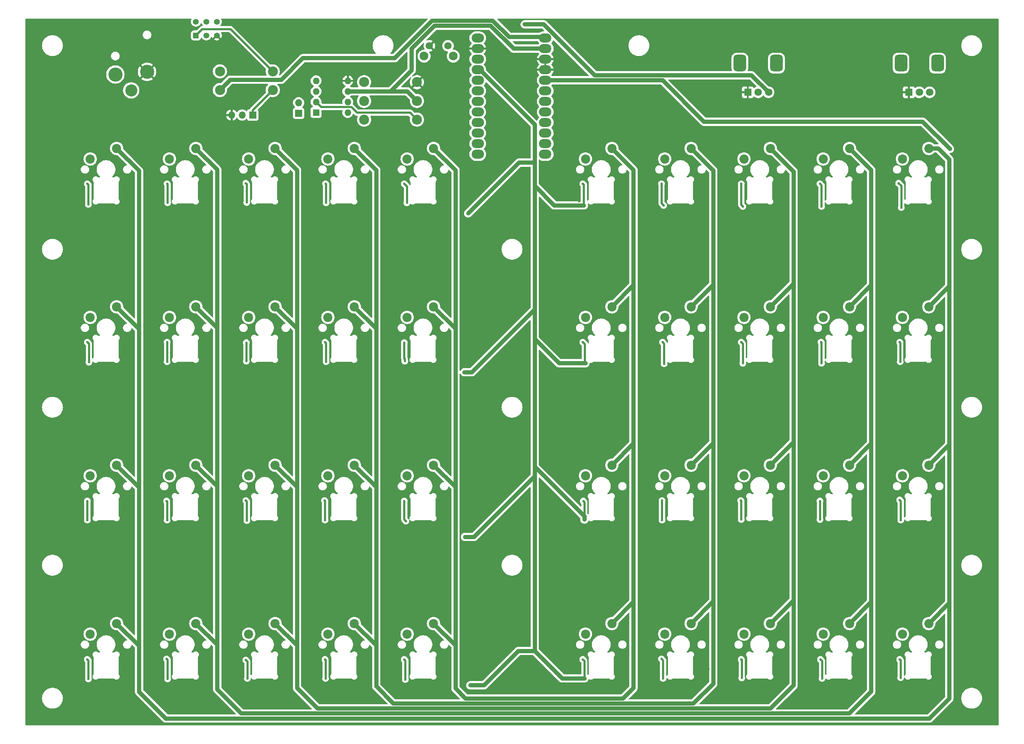
<source format=gtl>
G04 #@! TF.GenerationSoftware,KiCad,Pcbnew,8.0.6*
G04 #@! TF.CreationDate,2024-11-09T01:20:35+01:00*
G04 #@! TF.ProjectId,DMX_MIDI_FIGHTER,444d585f-4d49-4444-995f-464947485445,rev?*
G04 #@! TF.SameCoordinates,Original*
G04 #@! TF.FileFunction,Copper,L1,Top*
G04 #@! TF.FilePolarity,Positive*
%FSLAX46Y46*%
G04 Gerber Fmt 4.6, Leading zero omitted, Abs format (unit mm)*
G04 Created by KiCad (PCBNEW 8.0.6) date 2024-11-09 01:20:35*
%MOMM*%
%LPD*%
G01*
G04 APERTURE LIST*
G04 Aperture macros list*
%AMRoundRect*
0 Rectangle with rounded corners*
0 $1 Rounding radius*
0 $2 $3 $4 $5 $6 $7 $8 $9 X,Y pos of 4 corners*
0 Add a 4 corners polygon primitive as box body*
4,1,4,$2,$3,$4,$5,$6,$7,$8,$9,$2,$3,0*
0 Add four circle primitives for the rounded corners*
1,1,$1+$1,$2,$3*
1,1,$1+$1,$4,$5*
1,1,$1+$1,$6,$7*
1,1,$1+$1,$8,$9*
0 Add four rect primitives between the rounded corners*
20,1,$1+$1,$2,$3,$4,$5,0*
20,1,$1+$1,$4,$5,$6,$7,0*
20,1,$1+$1,$6,$7,$8,$9,0*
20,1,$1+$1,$8,$9,$2,$3,0*%
G04 Aperture macros list end*
G04 #@! TA.AperFunction,ComponentPad*
%ADD10C,2.200000*%
G04 #@! TD*
G04 #@! TA.AperFunction,ComponentPad*
%ADD11R,1.800000X1.800000*%
G04 #@! TD*
G04 #@! TA.AperFunction,ComponentPad*
%ADD12C,1.800000*%
G04 #@! TD*
G04 #@! TA.AperFunction,ComponentPad*
%ADD13RoundRect,0.750000X0.750000X-1.250000X0.750000X1.250000X-0.750000X1.250000X-0.750000X-1.250000X0*%
G04 #@! TD*
G04 #@! TA.AperFunction,ComponentPad*
%ADD14R,1.700000X1.700000*%
G04 #@! TD*
G04 #@! TA.AperFunction,ComponentPad*
%ADD15O,1.700000X1.700000*%
G04 #@! TD*
G04 #@! TA.AperFunction,ComponentPad*
%ADD16C,2.100000*%
G04 #@! TD*
G04 #@! TA.AperFunction,ComponentPad*
%ADD17C,1.750000*%
G04 #@! TD*
G04 #@! TA.AperFunction,ComponentPad*
%ADD18C,3.400000*%
G04 #@! TD*
G04 #@! TA.AperFunction,ComponentPad*
%ADD19C,2.900000*%
G04 #@! TD*
G04 #@! TA.AperFunction,ComponentPad*
%ADD20RoundRect,0.250000X-0.450000X-0.450000X0.450000X-0.450000X0.450000X0.450000X-0.450000X0.450000X0*%
G04 #@! TD*
G04 #@! TA.AperFunction,ComponentPad*
%ADD21C,1.400000*%
G04 #@! TD*
G04 #@! TA.AperFunction,ComponentPad*
%ADD22O,3.000000X2.200000*%
G04 #@! TD*
G04 #@! TA.AperFunction,ComponentPad*
%ADD23R,1.600000X1.600000*%
G04 #@! TD*
G04 #@! TA.AperFunction,ComponentPad*
%ADD24O,1.600000X1.600000*%
G04 #@! TD*
G04 #@! TA.AperFunction,ComponentPad*
%ADD25C,2.400000*%
G04 #@! TD*
G04 #@! TA.AperFunction,ComponentPad*
%ADD26O,2.400000X2.400000*%
G04 #@! TD*
G04 #@! TA.AperFunction,ViaPad*
%ADD27C,0.600000*%
G04 #@! TD*
G04 #@! TA.AperFunction,Conductor*
%ADD28C,0.500000*%
G04 #@! TD*
G04 #@! TA.AperFunction,Conductor*
%ADD29C,1.000000*%
G04 #@! TD*
G04 APERTURE END LIST*
D10*
X103187500Y-202565000D03*
X109537500Y-200025000D03*
X260350000Y-126365000D03*
X266700000Y-123825000D03*
D11*
X223179000Y-72217000D03*
D12*
X225679000Y-72217000D03*
X228179000Y-72217000D03*
D13*
X221279000Y-65217000D03*
X230079000Y-65217000D03*
D10*
X103187500Y-164465000D03*
X109537500Y-161925000D03*
X222250000Y-126365000D03*
X228600000Y-123825000D03*
X141287500Y-88265000D03*
X147637500Y-85725000D03*
X84137500Y-88265000D03*
X90487500Y-85725000D03*
X184150000Y-202565000D03*
X190500000Y-200025000D03*
D14*
X115190000Y-77279000D03*
D15*
X115190000Y-74739000D03*
D10*
X141287500Y-126365000D03*
X147637500Y-123825000D03*
X260350000Y-88265000D03*
X266700000Y-85725000D03*
X203200000Y-202565000D03*
X209550000Y-200025000D03*
X222250000Y-88265000D03*
X228600000Y-85725000D03*
X84137500Y-164465000D03*
X90487500Y-161925000D03*
X184150000Y-88265000D03*
X190500000Y-85725000D03*
X260350000Y-164465000D03*
X266700000Y-161925000D03*
X241300000Y-126365000D03*
X247650000Y-123825000D03*
X103187500Y-126365000D03*
X109537500Y-123825000D03*
X122237500Y-164465000D03*
X128587500Y-161925000D03*
X65087500Y-126365000D03*
X71437500Y-123825000D03*
D14*
X104156000Y-77683000D03*
D15*
X101616000Y-77683000D03*
X99076000Y-77683000D03*
D10*
X122237500Y-202565000D03*
X128587500Y-200025000D03*
X241300000Y-164465000D03*
X247650000Y-161925000D03*
X84137500Y-202565000D03*
X90487500Y-200025000D03*
X122237500Y-88265000D03*
X128587500Y-85725000D03*
X260350000Y-202565000D03*
X266700000Y-200025000D03*
X122237500Y-126365000D03*
X128587500Y-123825000D03*
X241300000Y-88265000D03*
X247650000Y-85725000D03*
X203200000Y-88265000D03*
X209550000Y-85725000D03*
X84137500Y-126365000D03*
X90487500Y-123825000D03*
X65087500Y-202565000D03*
X71437500Y-200025000D03*
X203200000Y-164465000D03*
X209550000Y-161925000D03*
X65087500Y-88265000D03*
X71437500Y-85725000D03*
X184150000Y-126365000D03*
X190500000Y-123825000D03*
D11*
X261914000Y-72217000D03*
D12*
X264414000Y-72217000D03*
X266914000Y-72217000D03*
D13*
X260014000Y-65217000D03*
X268814000Y-65217000D03*
D10*
X241300000Y-202565000D03*
X247650000Y-200025000D03*
X141287500Y-164465000D03*
X147637500Y-161925000D03*
X203200000Y-126365000D03*
X209550000Y-123825000D03*
X141287500Y-202565000D03*
X147637500Y-200025000D03*
X103187500Y-88265000D03*
X109537500Y-85725000D03*
X65087500Y-164465000D03*
X71437500Y-161925000D03*
X222250000Y-164465000D03*
X228600000Y-161925000D03*
X222250000Y-202565000D03*
X228600000Y-200025000D03*
X184150000Y-164465000D03*
X190500000Y-161925000D03*
D16*
X152369000Y-63527500D03*
X145359000Y-63527500D03*
D17*
X151119000Y-61037500D03*
X146619000Y-61037500D03*
D18*
X78740000Y-67310000D03*
X71120000Y-67945000D03*
D19*
X74930000Y-71760000D03*
D20*
X90504000Y-58545000D03*
D21*
X93004000Y-58545000D03*
X95504000Y-58545000D03*
X95504000Y-55245000D03*
X93004000Y-55245000D03*
X90504000Y-55245000D03*
D22*
X174490000Y-59182000D03*
X174490000Y-61722000D03*
X174490000Y-64262000D03*
X174490000Y-66802000D03*
X174490000Y-69342000D03*
X174490000Y-71882000D03*
X174490000Y-74422000D03*
X174490000Y-76962000D03*
X174490000Y-79502000D03*
X174490000Y-82042000D03*
X174490000Y-84582000D03*
X174490000Y-87122000D03*
X158250000Y-59182000D03*
X158250000Y-61722000D03*
X158250000Y-64262000D03*
X158250000Y-66802000D03*
X158250000Y-69342000D03*
X158250000Y-71882000D03*
X158250000Y-74422000D03*
X158250000Y-76962000D03*
X158250000Y-79502000D03*
X158250000Y-82042000D03*
X158250000Y-84582000D03*
X158250000Y-87122000D03*
D23*
X119390000Y-77079000D03*
D24*
X119390000Y-74539000D03*
X119390000Y-71999000D03*
X119390000Y-69459000D03*
X127010000Y-69459000D03*
X127010000Y-71999000D03*
X127010000Y-74539000D03*
X127010000Y-77079000D03*
D25*
X130937000Y-78795000D03*
D26*
X143637000Y-78795000D03*
D25*
X108966000Y-71683000D03*
D26*
X96266000Y-71683000D03*
D25*
X108966000Y-67183000D03*
D26*
X96266000Y-67183000D03*
D25*
X143637000Y-69795000D03*
D26*
X130937000Y-69795000D03*
D25*
X130937000Y-74295000D03*
D26*
X143637000Y-74295000D03*
D27*
X237363000Y-205105000D03*
X169672000Y-214376000D03*
X256159000Y-204724000D03*
X179197000Y-216027000D03*
X99187000Y-128905000D03*
X212471000Y-92456000D03*
X85598000Y-110998000D03*
X171577000Y-60325000D03*
X78740000Y-98425000D03*
X79883000Y-176530000D03*
X155829000Y-98425000D03*
X251460000Y-173228000D03*
X181864000Y-118491000D03*
X102743000Y-110998000D03*
X92964000Y-96012000D03*
X269621000Y-96901000D03*
X117856000Y-213106000D03*
X135890000Y-89408000D03*
X92710000Y-98806000D03*
X161671000Y-60198000D03*
X269875000Y-140843000D03*
X138938000Y-68199000D03*
X93472000Y-172847000D03*
X212471000Y-135636000D03*
X175387000Y-141351000D03*
X267843000Y-74549000D03*
X132207000Y-97028000D03*
X165989000Y-56515000D03*
X260477000Y-218948000D03*
X84074000Y-117475000D03*
X102616000Y-63119000D03*
X131953000Y-172720000D03*
X91567000Y-141605000D03*
X70993000Y-149098000D03*
X268097000Y-138684000D03*
X136652000Y-70485000D03*
X97536000Y-98679000D03*
X229108000Y-214122000D03*
X222250000Y-148463000D03*
X230251000Y-138303000D03*
X231013000Y-100076000D03*
X141351000Y-186690000D03*
X254762000Y-81407000D03*
X173228000Y-97917000D03*
X91694000Y-73660000D03*
X118364000Y-176022000D03*
X118999000Y-80645000D03*
X267970000Y-101600000D03*
X193040000Y-176403000D03*
X129159000Y-141605000D03*
X148336000Y-117475000D03*
X112776000Y-93218000D03*
X192278000Y-213868000D03*
X131445000Y-134620000D03*
X65024000Y-105918000D03*
X136017000Y-99314000D03*
X126873000Y-65913000D03*
X139827000Y-111252000D03*
X225679000Y-64897000D03*
X250698000Y-96647000D03*
X155067000Y-61341000D03*
X222250000Y-218059000D03*
X137287000Y-141351000D03*
X130429000Y-177038000D03*
X247650000Y-77216000D03*
X93599000Y-93091000D03*
X218059000Y-166624000D03*
X259842000Y-77216000D03*
X216535000Y-81534000D03*
X224536000Y-110236000D03*
X229235000Y-89281000D03*
X69469000Y-189103000D03*
X130683000Y-137287000D03*
X197739000Y-126873000D03*
X104394000Y-186563000D03*
X132207000Y-210693000D03*
X241046000Y-77851000D03*
X235839000Y-89535000D03*
X116078000Y-86360000D03*
X78105000Y-86233000D03*
X118364000Y-98552000D03*
X228473000Y-99822000D03*
X268605000Y-144272000D03*
X266827000Y-69850000D03*
X149733000Y-98933000D03*
X93726000Y-69469000D03*
X113030000Y-210693000D03*
X65151000Y-182499000D03*
X130937000Y-61468000D03*
X138176000Y-213741000D03*
X228346000Y-77851000D03*
X104902000Y-66929000D03*
X266319000Y-142240000D03*
X237744000Y-137541000D03*
X187325000Y-186817000D03*
X70485000Y-117475000D03*
X151765000Y-84963000D03*
X191262000Y-95758000D03*
X157607000Y-92583000D03*
X131064000Y-92710000D03*
X273431000Y-138811000D03*
X243205000Y-148336000D03*
X248158000Y-214503000D03*
X93726000Y-210566000D03*
X111506000Y-177038000D03*
X176784000Y-193802000D03*
X69723000Y-219075000D03*
X124968000Y-151003000D03*
X253873000Y-70612000D03*
X170180000Y-209550000D03*
X217805000Y-137541000D03*
X242824000Y-110363000D03*
X211709000Y-126111000D03*
X147193000Y-75946000D03*
X245364000Y-72009000D03*
X186436000Y-81153000D03*
X107188000Y-116840000D03*
X253746000Y-66802000D03*
X87376000Y-71247000D03*
X248412000Y-95758000D03*
X83185000Y-67183000D03*
X168021000Y-91948000D03*
X82677000Y-72898000D03*
X68453000Y-110998000D03*
X243332000Y-103378000D03*
X205486000Y-103378000D03*
X212090000Y-138049000D03*
X64262000Y-144272000D03*
X191770000Y-55880000D03*
X74676000Y-172720000D03*
X125857000Y-85979000D03*
X250063000Y-126238000D03*
X225044000Y-103378000D03*
X86868000Y-219202000D03*
X274066000Y-131064000D03*
X80137000Y-128270000D03*
X175895000Y-157226000D03*
X81153000Y-141478000D03*
X155067000Y-65151000D03*
X118110000Y-61214000D03*
X180213000Y-204851000D03*
X204343000Y-176657000D03*
X164592000Y-90297000D03*
X255397000Y-127381000D03*
X247523000Y-99822000D03*
X187579000Y-148717000D03*
X193929000Y-134493000D03*
X198120000Y-89916000D03*
X113030000Y-172339000D03*
X75057000Y-210693000D03*
X80264000Y-166624000D03*
X118237000Y-128651000D03*
X267589000Y-126238000D03*
X249047000Y-137668000D03*
X148844000Y-63754000D03*
X164973000Y-95377000D03*
X155448000Y-176403000D03*
X255270000Y-92456000D03*
X245872000Y-185801000D03*
X255524000Y-213614000D03*
X209677000Y-73152000D03*
X202819000Y-72263000D03*
X139319000Y-116205000D03*
X203708000Y-73279000D03*
X251206000Y-134112000D03*
X216281000Y-99822000D03*
X155448000Y-118872000D03*
X266446000Y-99822000D03*
X144780000Y-217678000D03*
X149860000Y-211709000D03*
X211709000Y-214376000D03*
X119126000Y-141351000D03*
X98552000Y-141605000D03*
X137414000Y-204724000D03*
X208026000Y-71755000D03*
X99822000Y-205486000D03*
X186436000Y-78486000D03*
X217424000Y-127635000D03*
X151384000Y-96139000D03*
X194437000Y-210693000D03*
X93091000Y-213741000D03*
X130175000Y-213741000D03*
X117729000Y-204724000D03*
X236474000Y-99695000D03*
X229870000Y-126238000D03*
X269113000Y-178308000D03*
X150368000Y-92456000D03*
X73152000Y-213995000D03*
X218694000Y-93853000D03*
X217551000Y-175133000D03*
X74168000Y-92837000D03*
X123444000Y-186309000D03*
X267843000Y-88265000D03*
X229362000Y-95758000D03*
X131699000Y-98933000D03*
X182880000Y-101981000D03*
X213106000Y-176276000D03*
X262890000Y-184785000D03*
X68580000Y-124841000D03*
X146050000Y-87630000D03*
X272796000Y-221234000D03*
X213233000Y-173228000D03*
X199390000Y-166497000D03*
X140843000Y-70485000D03*
X80137000Y-213106000D03*
X217170000Y-213868000D03*
X155194000Y-70993000D03*
X197612000Y-81534000D03*
X105029000Y-57404000D03*
X74168000Y-135255000D03*
X138049000Y-81026000D03*
X199136000Y-204343000D03*
X237998000Y-176403000D03*
X145923000Y-141224000D03*
X231902000Y-210439000D03*
X212979000Y-96774000D03*
X191897000Y-126111000D03*
X269875000Y-210820000D03*
X244221000Y-87249000D03*
X257556000Y-215646000D03*
X270002000Y-172720000D03*
X165227000Y-55118000D03*
X109347000Y-77724000D03*
X217424000Y-89281000D03*
X142621000Y-148082000D03*
X262509000Y-147066000D03*
X160274000Y-194564000D03*
X162052000Y-78486000D03*
X260223000Y-177038000D03*
X262255000Y-109728000D03*
X112776000Y-134112000D03*
X209423000Y-99822000D03*
X230886000Y-70485000D03*
X74676000Y-98552000D03*
X159004000Y-101346000D03*
X264414000Y-64770000D03*
X74676000Y-95885000D03*
X93472000Y-136271000D03*
X161544000Y-72644000D03*
X148463000Y-213868000D03*
X213741000Y-210947000D03*
X149479000Y-156718000D03*
X198247000Y-213614000D03*
X204597000Y-100711000D03*
X70739000Y-141732000D03*
X250444000Y-210693000D03*
X242570000Y-176530000D03*
X97282000Y-212471000D03*
X242189000Y-100584000D03*
X137287000Y-128651000D03*
X176530000Y-172720000D03*
X204470000Y-186817000D03*
X92075000Y-177292000D03*
X241681000Y-219837000D03*
X242443000Y-138557000D03*
X273431000Y-141732000D03*
X137414000Y-167005000D03*
X178308000Y-64897000D03*
X87884000Y-149606000D03*
X273050000Y-154686000D03*
X150876000Y-135001000D03*
X204216000Y-138557000D03*
X108331000Y-218821000D03*
X224663000Y-186817000D03*
X147193000Y-78359000D03*
X167386000Y-86360000D03*
X111379000Y-213487000D03*
X207137000Y-110998000D03*
X155575000Y-183007000D03*
X157480000Y-212979000D03*
X211074000Y-100076000D03*
X255905000Y-138303000D03*
X231140000Y-176403000D03*
X232156000Y-72263000D03*
X223393000Y-176784000D03*
X89154000Y-67183000D03*
X256794000Y-99314000D03*
X98044000Y-86360000D03*
X269748000Y-134620000D03*
X271399000Y-81407000D03*
X150241000Y-172720000D03*
X223139000Y-100584000D03*
X273685000Y-172593000D03*
X256413000Y-166624000D03*
X231521000Y-174117000D03*
X164592000Y-68961000D03*
X234061000Y-66548000D03*
X203581000Y-148971000D03*
X65913000Y-78359000D03*
X218440000Y-204597000D03*
X124079000Y-111252000D03*
X274320000Y-99441000D03*
X98806000Y-176403000D03*
X149098000Y-176657000D03*
X83058000Y-188214000D03*
X164719000Y-123317000D03*
X156210000Y-164973000D03*
X141351000Y-57150000D03*
X203962000Y-217297000D03*
X155194000Y-102616000D03*
X274320000Y-115570000D03*
X237236000Y-213487000D03*
X93091000Y-133985000D03*
X232537000Y-134493000D03*
X237363000Y-166370000D03*
X196088000Y-77597000D03*
X170307000Y-68834000D03*
X154813000Y-142367000D03*
X232537000Y-96901000D03*
X236474000Y-127508000D03*
X147193000Y-70739000D03*
X182626000Y-98425000D03*
X112395000Y-97028000D03*
X115062000Y-72136000D03*
X223139000Y-138430000D03*
X167386000Y-159893000D03*
X203073000Y-214630000D03*
X175514000Y-127000000D03*
X68326000Y-86741000D03*
X150241000Y-195199000D03*
X192405000Y-137922000D03*
X138049000Y-176657000D03*
X125222000Y-218440000D03*
X147193000Y-73152000D03*
X197612000Y-99695000D03*
X99187000Y-166878000D03*
X235585000Y-81534000D03*
X118237000Y-167005000D03*
X199263000Y-137541000D03*
X210312000Y-95758000D03*
X122428000Y-72517000D03*
X255397000Y-175768000D03*
X176911000Y-92075000D03*
X147193000Y-81026000D03*
X104775000Y-146939000D03*
X149733000Y-138049000D03*
X198120000Y-176022000D03*
X112776000Y-136906000D03*
X250190000Y-175641000D03*
X193675000Y-171958000D03*
X274066000Y-194310000D03*
X249428000Y-100203000D03*
X190373000Y-99822000D03*
X150622000Y-103378000D03*
X188214000Y-64389000D03*
X175641000Y-115316000D03*
X80391000Y-204724000D03*
X231521000Y-92583000D03*
X73025000Y-137541000D03*
X267462000Y-95758000D03*
X121412000Y-116586000D03*
X112903000Y-98933000D03*
X201041000Y-65151000D03*
X217551000Y-66167000D03*
X237744000Y-93853000D03*
X183769000Y-59436000D03*
X111379000Y-67056000D03*
X111379000Y-141224000D03*
X221869000Y-214884000D03*
X185801000Y-108966000D03*
X73279000Y-177165000D03*
X203073000Y-137541000D03*
X121412000Y-170434000D03*
X183896000Y-175006000D03*
X183515000Y-132334000D03*
X83439000Y-170561000D03*
X64389000Y-94234000D03*
X259715000Y-170307000D03*
X102616000Y-132461000D03*
X102489000Y-208788000D03*
X121793000Y-98806000D03*
X83693000Y-213360000D03*
X241046000Y-213233000D03*
X140589000Y-132461000D03*
X64389000Y-208661000D03*
X83566000Y-137033000D03*
X183642000Y-170561000D03*
X155194000Y-179197000D03*
X140716000Y-136906000D03*
X183515000Y-94234000D03*
X221996000Y-137414000D03*
X221488000Y-170434000D03*
X64643000Y-213360000D03*
X202565000Y-170434000D03*
X259941276Y-213057386D03*
X202438000Y-94234000D03*
X140589000Y-94234000D03*
X240538000Y-175006000D03*
X240919000Y-137414000D03*
X221615000Y-175006000D03*
X121539000Y-175133000D03*
X121539000Y-132334000D03*
X221996000Y-99695000D03*
X240538000Y-94234000D03*
X169545000Y-55880000D03*
X121793000Y-137033000D03*
X121539000Y-208661000D03*
X202565000Y-175133000D03*
X140970000Y-175387000D03*
X102870000Y-213233000D03*
X64389000Y-175133000D03*
X121666000Y-213233000D03*
X260096000Y-99949000D03*
X259842000Y-137033000D03*
X140843000Y-213487000D03*
X183896000Y-213233000D03*
X202438000Y-208534000D03*
X64770000Y-137160000D03*
X240538000Y-170561000D03*
X102743000Y-175260000D03*
X202819000Y-213233000D03*
X221615000Y-132334000D03*
X221615000Y-94234000D03*
X64389000Y-132334000D03*
X259715000Y-132334000D03*
X64389000Y-170561000D03*
X102716481Y-98730467D03*
X183769000Y-99441000D03*
X183515000Y-208661000D03*
X221742000Y-213106000D03*
X259715000Y-208661000D03*
X221615000Y-208661000D03*
X83693000Y-98806000D03*
X121666000Y-94234000D03*
X259969000Y-175133000D03*
X141224000Y-98806000D03*
X202692000Y-132334000D03*
X156464000Y-214884000D03*
X140589000Y-170561000D03*
X83566000Y-132334000D03*
X64643000Y-99187000D03*
X102616000Y-136906000D03*
X155067000Y-139573000D03*
X202946000Y-99441000D03*
X184150000Y-137414000D03*
X155956000Y-101346000D03*
X102489000Y-94107000D03*
X259461000Y-94107000D03*
X240665000Y-208661000D03*
X140589000Y-208661000D03*
X83439000Y-208534000D03*
X240792000Y-132334000D03*
X240919000Y-99695000D03*
X102489000Y-170434000D03*
X83566000Y-94234000D03*
X83566000Y-175133000D03*
X271780000Y-85852000D03*
D28*
X202565000Y-175133000D02*
X202565000Y-170434000D01*
X259969000Y-170561000D02*
X259715000Y-170307000D01*
X183896000Y-209042000D02*
X183515000Y-208661000D01*
D29*
X169545000Y-55880000D02*
X174133584Y-55880000D01*
D28*
X102716481Y-94334481D02*
X102489000Y-94107000D01*
D29*
X171958000Y-89154000D02*
X168148000Y-89154000D01*
D28*
X183896000Y-175006000D02*
X183896000Y-170815000D01*
X259969000Y-175133000D02*
X259969000Y-170561000D01*
X83693000Y-208788000D02*
X83439000Y-208534000D01*
X202819000Y-213233000D02*
X202819000Y-208915000D01*
X221615000Y-99314000D02*
X221615000Y-94234000D01*
X259842000Y-137033000D02*
X259842000Y-132461000D01*
X64389000Y-175133000D02*
X64389000Y-170561000D01*
D29*
X159766000Y-214884000D02*
X156464000Y-214884000D01*
D28*
X240919000Y-132461000D02*
X240792000Y-132334000D01*
X259842000Y-132461000D02*
X259715000Y-132334000D01*
X202819000Y-208915000D02*
X202438000Y-208534000D01*
D29*
X171958000Y-94742000D02*
X176657000Y-99441000D01*
X158750000Y-66802000D02*
X171958000Y-80010000D01*
D28*
X121793000Y-137033000D02*
X121793000Y-132588000D01*
D29*
X171958000Y-164592000D02*
X171958000Y-171069000D01*
D28*
X240919000Y-99695000D02*
X240919000Y-94615000D01*
D29*
X156845000Y-139573000D02*
X155067000Y-139573000D01*
X171958000Y-124460000D02*
X156845000Y-139573000D01*
X171958000Y-94742000D02*
X171958000Y-124460000D01*
D28*
X83566000Y-137033000D02*
X83566000Y-132334000D01*
X83566000Y-170688000D02*
X83439000Y-170561000D01*
X184023000Y-132842000D02*
X183515000Y-132334000D01*
X121793000Y-98806000D02*
X121793000Y-94361000D01*
D29*
X174133584Y-55880000D02*
X186395584Y-68142000D01*
X171958000Y-171069000D02*
X171958000Y-206629000D01*
D28*
X102870000Y-213233000D02*
X102870000Y-209169000D01*
X140716000Y-136906000D02*
X140716000Y-136398000D01*
X102716481Y-98730467D02*
X102716481Y-94334481D01*
X140970000Y-175387000D02*
X140589000Y-175006000D01*
X64770000Y-132715000D02*
X64389000Y-132334000D01*
X140843000Y-208915000D02*
X140589000Y-208661000D01*
X102870000Y-209169000D02*
X102489000Y-208788000D01*
X260096000Y-94742000D02*
X259461000Y-94107000D01*
D29*
X183896000Y-174244000D02*
X171958000Y-162306000D01*
D28*
X83693000Y-213360000D02*
X83693000Y-208788000D01*
X121539000Y-175133000D02*
X121539000Y-170561000D01*
X221996000Y-99695000D02*
X221615000Y-99314000D01*
D29*
X224104000Y-68142000D02*
X228179000Y-72217000D01*
D28*
X221615000Y-170561000D02*
X221488000Y-170434000D01*
X221742000Y-213106000D02*
X221742000Y-208788000D01*
X141224000Y-94869000D02*
X140589000Y-94234000D01*
X64643000Y-213360000D02*
X64643000Y-208915000D01*
D29*
X171958000Y-206629000D02*
X168021000Y-206629000D01*
X171958000Y-164592000D02*
X157353000Y-179197000D01*
D28*
X121793000Y-94361000D02*
X121666000Y-94234000D01*
X240919000Y-94615000D02*
X240538000Y-94234000D01*
X141224000Y-98806000D02*
X141224000Y-94869000D01*
X64643000Y-99187000D02*
X64643000Y-94488000D01*
X102616000Y-136906000D02*
X102616000Y-132461000D01*
D29*
X171958000Y-160274000D02*
X171958000Y-164592000D01*
D28*
X140716000Y-136398000D02*
X140589000Y-136271000D01*
X240919000Y-137414000D02*
X240919000Y-132461000D01*
D29*
X171958000Y-206629000D02*
X178562000Y-213233000D01*
D28*
X260096000Y-99949000D02*
X260096000Y-94742000D01*
X64770000Y-137160000D02*
X64770000Y-132715000D01*
X202946000Y-99441000D02*
X202438000Y-98933000D01*
X83693000Y-94361000D02*
X83566000Y-94234000D01*
X92026000Y-57023000D02*
X98806000Y-57023000D01*
D29*
X171958000Y-89154000D02*
X171958000Y-94742000D01*
X163957000Y-210693000D02*
X159766000Y-214884000D01*
D28*
X184150000Y-137414000D02*
X184023000Y-137287000D01*
D29*
X171958000Y-162306000D02*
X171958000Y-160274000D01*
X178562000Y-213233000D02*
X183896000Y-213233000D01*
D28*
X102743000Y-170688000D02*
X102489000Y-170434000D01*
X108966000Y-67183000D02*
X98806000Y-57023000D01*
X64643000Y-208915000D02*
X64389000Y-208661000D01*
D29*
X168021000Y-206629000D02*
X163957000Y-210693000D01*
D28*
X221615000Y-175006000D02*
X221615000Y-170561000D01*
X64643000Y-94488000D02*
X64389000Y-94234000D01*
X241046000Y-209042000D02*
X240665000Y-208661000D01*
X83693000Y-98806000D02*
X83693000Y-94361000D01*
X140843000Y-213487000D02*
X140843000Y-208915000D01*
X203073000Y-137541000D02*
X203073000Y-132715000D01*
X121793000Y-132588000D02*
X121539000Y-132334000D01*
X259941276Y-208887276D02*
X259715000Y-208661000D01*
X221742000Y-208788000D02*
X221615000Y-208661000D01*
X221996000Y-132715000D02*
X221615000Y-132334000D01*
D29*
X171958000Y-124460000D02*
X171958000Y-131572000D01*
D28*
X183896000Y-170815000D02*
X183642000Y-170561000D01*
X183769000Y-99441000D02*
X183769000Y-94488000D01*
X259941276Y-213057386D02*
X259941276Y-208887276D01*
D29*
X168148000Y-89154000D02*
X155956000Y-101346000D01*
D28*
X102743000Y-175260000D02*
X102743000Y-170688000D01*
D29*
X177800000Y-137414000D02*
X184150000Y-137414000D01*
D28*
X121666000Y-213233000D02*
X121666000Y-208788000D01*
X183769000Y-94488000D02*
X183515000Y-94234000D01*
D29*
X157353000Y-179197000D02*
X155194000Y-179197000D01*
D28*
X140589000Y-175006000D02*
X140589000Y-170561000D01*
D29*
X176657000Y-99441000D02*
X183769000Y-99441000D01*
D28*
X140589000Y-136271000D02*
X140589000Y-132461000D01*
X121666000Y-208788000D02*
X121539000Y-208661000D01*
D29*
X171958000Y-131572000D02*
X177800000Y-137414000D01*
X171958000Y-80010000D02*
X171958000Y-89154000D01*
D28*
X121539000Y-170561000D02*
X121412000Y-170434000D01*
D29*
X186395584Y-68142000D02*
X224104000Y-68142000D01*
D28*
X184023000Y-137287000D02*
X184023000Y-132842000D01*
X241046000Y-213233000D02*
X241046000Y-209042000D01*
X83566000Y-175133000D02*
X83566000Y-170688000D01*
D29*
X171958000Y-131572000D02*
X171958000Y-160274000D01*
X183896000Y-175006000D02*
X183896000Y-174244000D01*
D28*
X92026000Y-57023000D02*
X90504000Y-58545000D01*
X221996000Y-137414000D02*
X221996000Y-132715000D01*
X240538000Y-175006000D02*
X240538000Y-170561000D01*
X203073000Y-132715000D02*
X202692000Y-132334000D01*
X202438000Y-98933000D02*
X202438000Y-94234000D01*
X183896000Y-213233000D02*
X183896000Y-209042000D01*
D29*
X195707000Y-118618000D02*
X195707000Y-118237000D01*
X190500000Y-200025000D02*
X195707000Y-194818000D01*
X193154000Y-218072000D02*
X155334000Y-218072000D01*
X152908000Y-205295500D02*
X152908000Y-208153000D01*
X152908000Y-90995500D02*
X147637500Y-85725000D01*
X190500000Y-123825000D02*
X195707000Y-118618000D01*
X152908000Y-129095500D02*
X152908000Y-132080000D01*
X152908000Y-167195500D02*
X152908000Y-170434000D01*
X147637500Y-200025000D02*
X152908000Y-205295500D01*
X152908000Y-132080000D02*
X152908000Y-90995500D01*
X147637500Y-123825000D02*
X152908000Y-129095500D01*
X152908000Y-208153000D02*
X152908000Y-170434000D01*
X190500000Y-161925000D02*
X195707000Y-156718000D01*
X152908000Y-170434000D02*
X152908000Y-132080000D01*
X195707000Y-194818000D02*
X195707000Y-193294000D01*
X190500000Y-85725000D02*
X195707000Y-90932000D01*
X195707000Y-118237000D02*
X195707000Y-155956000D01*
X155334000Y-218072000D02*
X152908000Y-215646000D01*
X195707000Y-155956000D02*
X195707000Y-193294000D01*
X195707000Y-90932000D02*
X195707000Y-118237000D01*
X152908000Y-215646000D02*
X152908000Y-208153000D01*
X195707000Y-193294000D02*
X195707000Y-215519000D01*
X195707000Y-156718000D02*
X195707000Y-155956000D01*
X195707000Y-215519000D02*
X193154000Y-218072000D01*
X147637500Y-161925000D02*
X152908000Y-167195500D01*
X214884000Y-194818000D02*
X214884000Y-214503000D01*
X210115000Y-219272000D02*
X137992000Y-219272000D01*
X133858000Y-168148000D02*
X133858000Y-130683000D01*
X209550000Y-85725000D02*
X214884000Y-91059000D01*
X209550000Y-200025000D02*
X214757000Y-194818000D01*
X209550000Y-161925000D02*
X214884000Y-156591000D01*
X133858000Y-129095500D02*
X133858000Y-130683000D01*
X128587500Y-123825000D02*
X133858000Y-129095500D01*
X133858000Y-90995500D02*
X128587500Y-85725000D01*
X209550000Y-123825000D02*
X214884000Y-118491000D01*
X133858000Y-167195500D02*
X133858000Y-168148000D01*
X128587500Y-161925000D02*
X133858000Y-167195500D01*
X214884000Y-118491000D02*
X214884000Y-117729000D01*
X133858000Y-130683000D02*
X133858000Y-90995500D01*
X137992000Y-219272000D02*
X133858000Y-215138000D01*
X214757000Y-194818000D02*
X214884000Y-194818000D01*
X214884000Y-117729000D02*
X214884000Y-155829000D01*
X214884000Y-91059000D02*
X214884000Y-117729000D01*
X214884000Y-155829000D02*
X214884000Y-194818000D01*
X133858000Y-215138000D02*
X133858000Y-205232000D01*
X128587500Y-200025000D02*
X133794500Y-205232000D01*
X214884000Y-214503000D02*
X210115000Y-219272000D01*
X133858000Y-205232000D02*
X133858000Y-168148000D01*
X214884000Y-156591000D02*
X214884000Y-155829000D01*
X133794500Y-205232000D02*
X133858000Y-205232000D01*
X109537500Y-123825000D02*
X114808000Y-129095500D01*
X228600000Y-220472000D02*
X119761000Y-220472000D01*
X119761000Y-220472000D02*
X114808000Y-215519000D01*
X109537500Y-161925000D02*
X114808000Y-167195500D01*
X234188000Y-116713000D02*
X234188000Y-155067000D01*
X228600000Y-200025000D02*
X234188000Y-194437000D01*
X234188000Y-214884000D02*
X228600000Y-220472000D01*
X234188000Y-194437000D02*
X234188000Y-193040000D01*
X234188000Y-156337000D02*
X234188000Y-155067000D01*
X114808000Y-129794000D02*
X114808000Y-90995500D01*
X228600000Y-85725000D02*
X234188000Y-91313000D01*
X114808000Y-90995500D02*
X109537500Y-85725000D01*
X234188000Y-118237000D02*
X234188000Y-116713000D01*
X114808000Y-206121000D02*
X114808000Y-169037000D01*
X109537500Y-200025000D02*
X114808000Y-205295500D01*
X228600000Y-161925000D02*
X234188000Y-156337000D01*
X234188000Y-193040000D02*
X234188000Y-214884000D01*
X114808000Y-129095500D02*
X114808000Y-129794000D01*
X114808000Y-205295500D02*
X114808000Y-206121000D01*
X114808000Y-215519000D02*
X114808000Y-206121000D01*
X234188000Y-155067000D02*
X234188000Y-193040000D01*
X234188000Y-91313000D02*
X234188000Y-116713000D01*
X228600000Y-123825000D02*
X234188000Y-118237000D01*
X114808000Y-167195500D02*
X114808000Y-169037000D01*
X114808000Y-169037000D02*
X114808000Y-129794000D01*
X247650000Y-161925000D02*
X252857000Y-156718000D01*
X90487500Y-123825000D02*
X95631000Y-128968500D01*
X252857000Y-118618000D02*
X252857000Y-117983000D01*
X95631000Y-215900000D02*
X95631000Y-205867000D01*
X247650000Y-200025000D02*
X252857000Y-194818000D01*
X252857000Y-194818000D02*
X252857000Y-194691000D01*
X252857000Y-90932000D02*
X252857000Y-117983000D01*
X252857000Y-216408000D02*
X247580000Y-221685000D01*
X101416000Y-221685000D02*
X95631000Y-215900000D01*
X95631000Y-205867000D02*
X95631000Y-167640000D01*
X252857000Y-117983000D02*
X252857000Y-155575000D01*
X95631000Y-167640000D02*
X95631000Y-129921000D01*
X90487500Y-200025000D02*
X95631000Y-205168500D01*
X90487500Y-161925000D02*
X95631000Y-167068500D01*
X95631000Y-90868500D02*
X90487500Y-85725000D01*
X247650000Y-85725000D02*
X252857000Y-90932000D01*
X247650000Y-123825000D02*
X252857000Y-118618000D01*
X95631000Y-167068500D02*
X95631000Y-167640000D01*
X247580000Y-221685000D02*
X101416000Y-221685000D01*
X252857000Y-194691000D02*
X252857000Y-216408000D01*
X252857000Y-155575000D02*
X252857000Y-194691000D01*
X95631000Y-128968500D02*
X95631000Y-129921000D01*
X95631000Y-129921000D02*
X95631000Y-90868500D01*
X252857000Y-156718000D02*
X252857000Y-155575000D01*
X95631000Y-205168500D02*
X95631000Y-205867000D01*
X271653000Y-118872000D02*
X271653000Y-117729000D01*
X266700000Y-161925000D02*
X271653000Y-156972000D01*
X76835000Y-205422500D02*
X76835000Y-206756000D01*
X271653000Y-195072000D02*
X271653000Y-194564000D01*
X271653000Y-88392000D02*
X271653000Y-117729000D01*
X71437500Y-161925000D02*
X76835000Y-167322500D01*
X76835000Y-216444733D02*
X76835000Y-206756000D01*
X266700000Y-85725000D02*
X268986000Y-85725000D01*
X268986000Y-85725000D02*
X271653000Y-88392000D01*
X266700000Y-123825000D02*
X271653000Y-118872000D01*
X271653000Y-117729000D02*
X271653000Y-156464000D01*
X271653000Y-156464000D02*
X271653000Y-194564000D01*
X71437500Y-200025000D02*
X76835000Y-205422500D01*
X76835000Y-129286000D02*
X76835000Y-91122500D01*
X71437500Y-123825000D02*
X76835000Y-129222500D01*
X76835000Y-169164000D02*
X76835000Y-129286000D01*
X271653000Y-156972000D02*
X271653000Y-156464000D01*
X266700000Y-200025000D02*
X271653000Y-195072000D01*
X76835000Y-129222500D02*
X76835000Y-129286000D01*
X76835000Y-206756000D02*
X76835000Y-169164000D01*
X83275267Y-222885000D02*
X76835000Y-216444733D01*
X266827000Y-222885000D02*
X83275267Y-222885000D01*
X76835000Y-167322500D02*
X76835000Y-169164000D01*
X271653000Y-194564000D02*
X271653000Y-218059000D01*
X271653000Y-218059000D02*
X266827000Y-222885000D01*
X76835000Y-91122500D02*
X71437500Y-85725000D01*
X202692000Y-69342000D02*
X212661500Y-79311500D01*
X265239500Y-79311500D02*
X271780000Y-85852000D01*
X173990000Y-69342000D02*
X202692000Y-69342000D01*
X212661500Y-79311500D02*
X265239500Y-79311500D01*
D28*
X120640000Y-75789000D02*
X119390000Y-74539000D01*
X141987000Y-77145000D02*
X129215001Y-77145000D01*
X143637000Y-78795000D02*
X141987000Y-77145000D01*
X129215001Y-77145000D02*
X127859001Y-75789000D01*
X127859001Y-75789000D02*
X120640000Y-75789000D01*
D29*
X138308548Y-64002452D02*
X116210548Y-64002452D01*
X147311000Y-55000000D02*
X138308548Y-64002452D01*
X173736000Y-58928000D02*
X165781056Y-58928000D01*
X165781056Y-58928000D02*
X161853056Y-55000000D01*
X173990000Y-59182000D02*
X173736000Y-58928000D01*
X161853056Y-55000000D02*
X147311000Y-55000000D01*
X110998000Y-69215000D02*
X98734000Y-69215000D01*
X98734000Y-69215000D02*
X96266000Y-71683000D01*
X116210548Y-64002452D02*
X110998000Y-69215000D01*
X142367000Y-61722000D02*
X142367000Y-66919000D01*
X161356000Y-56200000D02*
X147889000Y-56200000D01*
X147889000Y-56200000D02*
X142367000Y-61722000D01*
X143637000Y-74295000D02*
X141341000Y-71999000D01*
X173990000Y-61722000D02*
X166878000Y-61722000D01*
X137287000Y-71999000D02*
X127010000Y-71999000D01*
X141341000Y-71999000D02*
X137287000Y-71999000D01*
X142367000Y-66919000D02*
X137287000Y-71999000D01*
X166878000Y-61722000D02*
X161356000Y-56200000D01*
D28*
X108966000Y-71683000D02*
X104156000Y-76493000D01*
X104156000Y-76493000D02*
X104156000Y-77683000D01*
G04 #@! TA.AperFunction,Conductor*
G36*
X89400393Y-54520185D02*
G01*
X89446148Y-54572989D01*
X89456092Y-54642147D01*
X89444354Y-54679772D01*
X89379775Y-54809461D01*
X89379769Y-54809476D01*
X89318885Y-55023462D01*
X89318884Y-55023464D01*
X89298357Y-55244999D01*
X89298357Y-55245000D01*
X89318884Y-55466535D01*
X89318885Y-55466537D01*
X89379769Y-55680523D01*
X89379775Y-55680538D01*
X89478938Y-55879683D01*
X89478943Y-55879691D01*
X89613020Y-56057238D01*
X89777437Y-56207123D01*
X89777439Y-56207125D01*
X89966595Y-56324245D01*
X89966596Y-56324245D01*
X89966599Y-56324247D01*
X90174060Y-56404618D01*
X90392757Y-56445500D01*
X90392759Y-56445500D01*
X90615241Y-56445500D01*
X90615243Y-56445500D01*
X90833940Y-56404618D01*
X91041401Y-56324247D01*
X91230562Y-56207124D01*
X91394981Y-56057236D01*
X91529058Y-55879689D01*
X91628229Y-55680528D01*
X91634734Y-55657661D01*
X91672012Y-55598571D01*
X91735322Y-55569013D01*
X91804561Y-55578375D01*
X91857748Y-55623684D01*
X91873264Y-55657658D01*
X91879770Y-55680523D01*
X91879772Y-55680530D01*
X91879775Y-55680538D01*
X91978938Y-55879683D01*
X91978943Y-55879691D01*
X92113021Y-56057239D01*
X92116882Y-56061474D01*
X92115935Y-56062336D01*
X92148892Y-56116578D01*
X92147129Y-56186425D01*
X92107884Y-56244232D01*
X92043616Y-56271644D01*
X92029071Y-56272500D01*
X91952080Y-56272500D01*
X91807092Y-56301340D01*
X91807082Y-56301343D01*
X91670509Y-56357913D01*
X91634069Y-56382262D01*
X91634068Y-56382262D01*
X91547589Y-56440043D01*
X91547584Y-56440047D01*
X90679449Y-57308181D01*
X90618126Y-57341666D01*
X90591768Y-57344500D01*
X90003998Y-57344500D01*
X90003980Y-57344501D01*
X89901203Y-57355000D01*
X89901200Y-57355001D01*
X89734668Y-57410185D01*
X89734663Y-57410187D01*
X89585342Y-57502289D01*
X89461289Y-57626342D01*
X89369187Y-57775663D01*
X89369185Y-57775668D01*
X89356771Y-57813132D01*
X89314001Y-57942203D01*
X89314001Y-57942204D01*
X89314000Y-57942204D01*
X89303500Y-58044983D01*
X89303500Y-59045001D01*
X89303501Y-59045019D01*
X89314000Y-59147796D01*
X89314001Y-59147799D01*
X89369185Y-59314331D01*
X89369186Y-59314334D01*
X89461288Y-59463656D01*
X89585344Y-59587712D01*
X89734666Y-59679814D01*
X89901203Y-59734999D01*
X90003991Y-59745500D01*
X91004008Y-59745499D01*
X91004016Y-59745498D01*
X91004019Y-59745498D01*
X91060302Y-59739748D01*
X91106797Y-59734999D01*
X91273334Y-59679814D01*
X91422656Y-59587712D01*
X91546712Y-59463656D01*
X91638814Y-59314334D01*
X91693999Y-59147797D01*
X91696289Y-59125374D01*
X91722683Y-59060684D01*
X91779862Y-59020531D01*
X91849673Y-59017665D01*
X91909951Y-59052997D01*
X91930647Y-59082702D01*
X91978941Y-59179687D01*
X91978943Y-59179691D01*
X92113020Y-59357238D01*
X92277437Y-59507123D01*
X92277439Y-59507125D01*
X92466595Y-59624245D01*
X92466596Y-59624245D01*
X92466599Y-59624247D01*
X92674060Y-59704618D01*
X92892757Y-59745500D01*
X92892759Y-59745500D01*
X93115241Y-59745500D01*
X93115243Y-59745500D01*
X93333940Y-59704618D01*
X93541401Y-59624247D01*
X93730562Y-59507124D01*
X93894981Y-59357236D01*
X94029058Y-59179689D01*
X94128229Y-58980528D01*
X94134994Y-58956750D01*
X94172271Y-58897661D01*
X94235580Y-58868102D01*
X94304820Y-58877463D01*
X94358007Y-58922772D01*
X94373525Y-58956753D01*
X94380236Y-58980342D01*
X94380239Y-58980348D01*
X94479369Y-59179428D01*
X94495137Y-59200308D01*
X94495138Y-59200308D01*
X95061861Y-58633584D01*
X95084667Y-58718694D01*
X95143910Y-58821306D01*
X95227694Y-58905090D01*
X95330306Y-58964333D01*
X95415414Y-58987137D01*
X94850672Y-59551879D01*
X94850672Y-59551880D01*
X94966821Y-59623797D01*
X94966822Y-59623798D01*
X95174195Y-59704134D01*
X95392807Y-59745000D01*
X95615193Y-59745000D01*
X95833809Y-59704133D01*
X96041168Y-59623801D01*
X96041181Y-59623795D01*
X96157326Y-59551879D01*
X95592585Y-58987137D01*
X95677694Y-58964333D01*
X95780306Y-58905090D01*
X95864090Y-58821306D01*
X95923333Y-58718694D01*
X95946138Y-58633585D01*
X96512861Y-59200308D01*
X96528631Y-59179425D01*
X96528633Y-59179422D01*
X96627759Y-58980350D01*
X96688621Y-58766439D01*
X96709141Y-58545000D01*
X96709141Y-58544999D01*
X96688621Y-58323560D01*
X96627759Y-58109649D01*
X96549644Y-57952772D01*
X96537383Y-57883986D01*
X96564256Y-57819491D01*
X96621732Y-57779764D01*
X96660644Y-57773500D01*
X98443770Y-57773500D01*
X98510809Y-57793185D01*
X98531451Y-57809819D01*
X107300204Y-66578572D01*
X107333689Y-66639895D01*
X107333414Y-66693846D01*
X107279777Y-66928844D01*
X107260732Y-67182995D01*
X107260732Y-67183004D01*
X107279777Y-67437154D01*
X107329992Y-67657162D01*
X107336492Y-67685637D01*
X107398775Y-67844331D01*
X107429608Y-67922890D01*
X107490582Y-68028500D01*
X107507055Y-68096400D01*
X107484202Y-68162427D01*
X107429281Y-68205618D01*
X107383195Y-68214500D01*
X98635457Y-68214500D01*
X98543264Y-68232839D01*
X98543263Y-68232839D01*
X98442167Y-68252947D01*
X98442159Y-68252950D01*
X98388834Y-68275037D01*
X98388834Y-68275038D01*
X98343315Y-68293892D01*
X98260089Y-68328366D01*
X98260079Y-68328371D01*
X98096219Y-68437859D01*
X98030928Y-68503151D01*
X97956861Y-68577218D01*
X97956858Y-68577221D01*
X96575128Y-69958950D01*
X96513805Y-69992435D01*
X96468966Y-69993884D01*
X96393442Y-69982500D01*
X96393435Y-69982500D01*
X96138565Y-69982500D01*
X96138559Y-69982500D01*
X95981609Y-70006157D01*
X95886542Y-70020487D01*
X95886539Y-70020488D01*
X95886533Y-70020489D01*
X95642992Y-70095612D01*
X95413373Y-70206190D01*
X95413372Y-70206191D01*
X95202782Y-70349768D01*
X95015952Y-70523121D01*
X95015950Y-70523123D01*
X94857041Y-70722388D01*
X94729608Y-70943109D01*
X94636492Y-71180362D01*
X94636490Y-71180369D01*
X94579777Y-71428845D01*
X94560732Y-71682995D01*
X94560732Y-71683004D01*
X94579777Y-71937154D01*
X94595938Y-72007962D01*
X94636492Y-72185637D01*
X94729607Y-72422888D01*
X94857041Y-72643612D01*
X95015950Y-72842877D01*
X95202783Y-73016232D01*
X95413366Y-73159805D01*
X95413371Y-73159807D01*
X95413372Y-73159808D01*
X95413373Y-73159809D01*
X95499338Y-73201207D01*
X95642992Y-73270387D01*
X95642993Y-73270387D01*
X95642996Y-73270389D01*
X95886542Y-73345513D01*
X96138565Y-73383500D01*
X96393435Y-73383500D01*
X96645458Y-73345513D01*
X96889004Y-73270389D01*
X97080108Y-73178358D01*
X97118626Y-73159809D01*
X97118626Y-73159808D01*
X97118634Y-73159805D01*
X97329217Y-73016232D01*
X97516050Y-72842877D01*
X97674959Y-72643612D01*
X97802393Y-72422888D01*
X97895508Y-72185637D01*
X97952222Y-71937157D01*
X97964575Y-71772313D01*
X97971268Y-71683004D01*
X97971268Y-71682996D01*
X97961489Y-71552502D01*
X97955277Y-71469615D01*
X97969896Y-71401294D01*
X97991245Y-71372673D01*
X99112101Y-70251819D01*
X99173424Y-70218334D01*
X99199782Y-70215500D01*
X107731543Y-70215500D01*
X107798582Y-70235185D01*
X107844337Y-70287989D01*
X107854281Y-70357147D01*
X107825256Y-70420703D01*
X107815891Y-70430390D01*
X107785428Y-70458657D01*
X107715951Y-70523121D01*
X107715950Y-70523123D01*
X107557041Y-70722388D01*
X107429608Y-70943109D01*
X107336492Y-71180362D01*
X107336490Y-71180369D01*
X107279777Y-71428845D01*
X107260732Y-71682995D01*
X107260732Y-71683004D01*
X107279777Y-71937155D01*
X107333414Y-72172153D01*
X107329141Y-72241892D01*
X107300204Y-72287427D01*
X103573045Y-76014586D01*
X103558291Y-76036670D01*
X103558290Y-76036671D01*
X103490916Y-76137503D01*
X103441853Y-76255953D01*
X103398012Y-76310356D01*
X103331718Y-76332421D01*
X103327294Y-76332500D01*
X103258130Y-76332500D01*
X103258123Y-76332501D01*
X103198516Y-76338908D01*
X103063671Y-76389202D01*
X103063664Y-76389206D01*
X102948455Y-76475452D01*
X102948452Y-76475455D01*
X102862206Y-76590664D01*
X102862203Y-76590669D01*
X102813189Y-76722083D01*
X102771317Y-76778016D01*
X102705853Y-76802433D01*
X102637580Y-76787581D01*
X102609326Y-76766430D01*
X102487402Y-76644506D01*
X102487395Y-76644501D01*
X102293834Y-76508967D01*
X102293830Y-76508965D01*
X102248667Y-76487905D01*
X102079663Y-76409097D01*
X102079659Y-76409096D01*
X102079655Y-76409094D01*
X101851413Y-76347938D01*
X101851403Y-76347936D01*
X101616001Y-76327341D01*
X101615999Y-76327341D01*
X101380596Y-76347936D01*
X101380586Y-76347938D01*
X101152344Y-76409094D01*
X101152335Y-76409098D01*
X100938170Y-76508965D01*
X100744597Y-76644505D01*
X100577508Y-76811594D01*
X100447269Y-76997595D01*
X100392692Y-77041219D01*
X100323193Y-77048412D01*
X100260839Y-77016890D01*
X100244119Y-76997594D01*
X100114113Y-76811926D01*
X100114108Y-76811920D01*
X99947082Y-76644894D01*
X99753578Y-76509399D01*
X99539492Y-76409570D01*
X99539486Y-76409567D01*
X99326000Y-76352364D01*
X99326000Y-77249988D01*
X99268993Y-77217075D01*
X99141826Y-77183000D01*
X99010174Y-77183000D01*
X98883007Y-77217075D01*
X98826000Y-77249988D01*
X98826000Y-76352364D01*
X98825999Y-76352364D01*
X98612513Y-76409567D01*
X98612507Y-76409570D01*
X98398422Y-76509399D01*
X98398420Y-76509400D01*
X98204926Y-76644886D01*
X98204920Y-76644891D01*
X98037891Y-76811920D01*
X98037886Y-76811926D01*
X97902400Y-77005420D01*
X97902399Y-77005422D01*
X97802570Y-77219507D01*
X97802567Y-77219513D01*
X97745364Y-77432999D01*
X97745364Y-77433000D01*
X98642988Y-77433000D01*
X98610075Y-77490007D01*
X98576000Y-77617174D01*
X98576000Y-77748826D01*
X98610075Y-77875993D01*
X98642988Y-77933000D01*
X97745364Y-77933000D01*
X97802567Y-78146486D01*
X97802570Y-78146492D01*
X97902399Y-78360578D01*
X98037894Y-78554082D01*
X98204917Y-78721105D01*
X98398421Y-78856600D01*
X98612507Y-78956429D01*
X98612516Y-78956433D01*
X98826000Y-79013634D01*
X98826000Y-78116012D01*
X98883007Y-78148925D01*
X99010174Y-78183000D01*
X99141826Y-78183000D01*
X99268993Y-78148925D01*
X99326000Y-78116012D01*
X99326000Y-79013633D01*
X99539483Y-78956433D01*
X99539492Y-78956429D01*
X99753578Y-78856600D01*
X99947082Y-78721105D01*
X100114105Y-78554082D01*
X100244119Y-78368405D01*
X100298696Y-78324781D01*
X100368195Y-78317588D01*
X100430549Y-78349110D01*
X100447269Y-78368405D01*
X100577505Y-78554401D01*
X100744599Y-78721495D01*
X100841384Y-78789265D01*
X100938165Y-78857032D01*
X100938167Y-78857033D01*
X100938170Y-78857035D01*
X101152337Y-78956903D01*
X101380592Y-79018063D01*
X101557034Y-79033500D01*
X101615999Y-79038659D01*
X101616000Y-79038659D01*
X101616001Y-79038659D01*
X101674966Y-79033500D01*
X101851408Y-79018063D01*
X102079663Y-78956903D01*
X102293830Y-78857035D01*
X102487401Y-78721495D01*
X102609329Y-78599566D01*
X102670648Y-78566084D01*
X102740340Y-78571068D01*
X102796274Y-78612939D01*
X102813189Y-78643917D01*
X102862202Y-78775328D01*
X102862206Y-78775335D01*
X102948452Y-78890544D01*
X102948455Y-78890547D01*
X103063664Y-78976793D01*
X103063671Y-78976797D01*
X103198517Y-79027091D01*
X103198516Y-79027091D01*
X103205444Y-79027835D01*
X103258127Y-79033500D01*
X105053872Y-79033499D01*
X105113483Y-79027091D01*
X105248331Y-78976796D01*
X105363546Y-78890546D01*
X105449796Y-78775331D01*
X105500091Y-78640483D01*
X105506500Y-78580873D01*
X105506499Y-76785128D01*
X105500091Y-76725517D01*
X105498810Y-76722083D01*
X105449797Y-76590671D01*
X105449793Y-76590664D01*
X105372867Y-76487905D01*
X105348449Y-76422441D01*
X105363300Y-76354168D01*
X105384446Y-76325920D01*
X106971366Y-74738999D01*
X113834341Y-74738999D01*
X113834341Y-74739000D01*
X113854936Y-74974403D01*
X113854938Y-74974413D01*
X113916094Y-75202655D01*
X113916096Y-75202659D01*
X113916097Y-75202663D01*
X113997923Y-75378139D01*
X114015965Y-75416830D01*
X114015967Y-75416834D01*
X114049453Y-75464656D01*
X114151501Y-75610396D01*
X114151506Y-75610402D01*
X114273430Y-75732326D01*
X114306915Y-75793649D01*
X114301931Y-75863341D01*
X114260059Y-75919274D01*
X114229083Y-75936189D01*
X114097669Y-75985203D01*
X114097664Y-75985206D01*
X113982455Y-76071452D01*
X113982452Y-76071455D01*
X113896206Y-76186664D01*
X113896202Y-76186671D01*
X113845908Y-76321517D01*
X113839501Y-76381116D01*
X113839501Y-76381123D01*
X113839500Y-76381135D01*
X113839500Y-78176870D01*
X113839501Y-78176876D01*
X113845908Y-78236483D01*
X113896202Y-78371328D01*
X113896206Y-78371335D01*
X113982452Y-78486544D01*
X113982455Y-78486547D01*
X114097664Y-78572793D01*
X114097671Y-78572797D01*
X114232517Y-78623091D01*
X114232516Y-78623091D01*
X114239444Y-78623835D01*
X114292127Y-78629500D01*
X116087872Y-78629499D01*
X116147483Y-78623091D01*
X116282331Y-78572796D01*
X116397546Y-78486546D01*
X116483796Y-78371331D01*
X116534091Y-78236483D01*
X116540500Y-78176873D01*
X116540499Y-76381128D01*
X116534091Y-76321517D01*
X116529928Y-76310356D01*
X116483797Y-76186671D01*
X116483793Y-76186664D01*
X116397547Y-76071455D01*
X116397544Y-76071452D01*
X116282335Y-75985206D01*
X116282328Y-75985202D01*
X116150917Y-75936189D01*
X116094983Y-75894318D01*
X116070566Y-75828853D01*
X116085418Y-75760580D01*
X116106563Y-75732332D01*
X116228495Y-75610401D01*
X116364035Y-75416830D01*
X116463903Y-75202663D01*
X116525063Y-74974408D01*
X116545659Y-74739000D01*
X116525063Y-74503592D01*
X116463903Y-74275337D01*
X116364035Y-74061171D01*
X116354263Y-74047214D01*
X116228494Y-73867597D01*
X116061402Y-73700506D01*
X116061395Y-73700501D01*
X116054364Y-73695578D01*
X115969667Y-73636272D01*
X115867834Y-73564967D01*
X115867830Y-73564965D01*
X115812047Y-73538953D01*
X115653663Y-73465097D01*
X115653659Y-73465096D01*
X115653655Y-73465094D01*
X115425413Y-73403938D01*
X115425403Y-73403936D01*
X115190001Y-73383341D01*
X115189999Y-73383341D01*
X114954596Y-73403936D01*
X114954586Y-73403938D01*
X114726344Y-73465094D01*
X114726335Y-73465098D01*
X114512171Y-73564964D01*
X114512169Y-73564965D01*
X114318597Y-73700505D01*
X114151505Y-73867597D01*
X114015965Y-74061169D01*
X114015964Y-74061171D01*
X113916098Y-74275335D01*
X113916094Y-74275344D01*
X113854938Y-74503586D01*
X113854936Y-74503596D01*
X113834341Y-74738999D01*
X106971366Y-74738999D01*
X108364283Y-73346082D01*
X108425604Y-73312599D01*
X108488510Y-73315273D01*
X108586542Y-73345513D01*
X108838565Y-73383500D01*
X109093435Y-73383500D01*
X109345458Y-73345513D01*
X109589004Y-73270389D01*
X109780108Y-73178358D01*
X109818626Y-73159809D01*
X109818626Y-73159808D01*
X109818634Y-73159805D01*
X110029217Y-73016232D01*
X110216050Y-72842877D01*
X110374959Y-72643612D01*
X110502393Y-72422888D01*
X110595508Y-72185637D01*
X110652222Y-71937157D01*
X110664575Y-71772313D01*
X110671268Y-71683004D01*
X110671268Y-71682995D01*
X110656183Y-71481700D01*
X110652222Y-71428843D01*
X110595508Y-71180363D01*
X110502393Y-70943112D01*
X110374959Y-70722388D01*
X110216050Y-70523123D01*
X110116114Y-70430397D01*
X110080361Y-70370371D01*
X110082736Y-70300541D01*
X110122486Y-70243081D01*
X110186992Y-70216233D01*
X110200457Y-70215500D01*
X111096542Y-70215500D01*
X111115870Y-70211655D01*
X111193188Y-70196275D01*
X111289836Y-70177051D01*
X111354606Y-70150222D01*
X111471914Y-70101632D01*
X111635782Y-69992139D01*
X111775139Y-69852782D01*
X111775140Y-69852779D01*
X111782206Y-69845714D01*
X111782208Y-69845710D01*
X116588649Y-65039271D01*
X116649972Y-65005786D01*
X116676330Y-65002952D01*
X138407090Y-65002952D01*
X138426418Y-64999107D01*
X138503736Y-64983727D01*
X138600384Y-64964503D01*
X138653713Y-64942413D01*
X138782462Y-64889084D01*
X138946330Y-64779591D01*
X139085687Y-64640234D01*
X139085687Y-64640232D01*
X139095895Y-64630025D01*
X139095896Y-64630022D01*
X141154820Y-62571098D01*
X141216142Y-62537615D01*
X141285834Y-62542599D01*
X141341767Y-62584471D01*
X141366184Y-62649935D01*
X141366500Y-62658781D01*
X141366500Y-66453218D01*
X141346815Y-66520257D01*
X141330181Y-66540899D01*
X136908899Y-70962181D01*
X136847576Y-70995666D01*
X136821218Y-70998500D01*
X132409751Y-70998500D01*
X132342712Y-70978815D01*
X132296957Y-70926011D01*
X132287013Y-70856853D01*
X132312804Y-70797188D01*
X132343860Y-70758244D01*
X132345959Y-70755612D01*
X132473393Y-70534888D01*
X132566508Y-70297637D01*
X132623222Y-70049157D01*
X132637788Y-69854780D01*
X132642268Y-69795004D01*
X132642268Y-69794995D01*
X132623222Y-69540845D01*
X132617259Y-69514720D01*
X132566508Y-69292363D01*
X132473393Y-69055112D01*
X132345959Y-68834388D01*
X132187050Y-68635123D01*
X132000217Y-68461768D01*
X131789634Y-68318195D01*
X131789630Y-68318193D01*
X131789627Y-68318191D01*
X131789626Y-68318190D01*
X131560006Y-68207612D01*
X131560008Y-68207612D01*
X131316466Y-68132489D01*
X131316462Y-68132488D01*
X131316458Y-68132487D01*
X131195231Y-68114214D01*
X131064440Y-68094500D01*
X131064435Y-68094500D01*
X130809565Y-68094500D01*
X130809559Y-68094500D01*
X130652609Y-68118157D01*
X130557542Y-68132487D01*
X130557539Y-68132488D01*
X130557533Y-68132489D01*
X130313992Y-68207612D01*
X130084373Y-68318190D01*
X130084372Y-68318191D01*
X130084366Y-68318194D01*
X130084366Y-68318195D01*
X130069448Y-68328366D01*
X129873782Y-68461768D01*
X129686952Y-68635121D01*
X129686950Y-68635123D01*
X129528041Y-68834388D01*
X129400608Y-69055109D01*
X129307492Y-69292362D01*
X129307490Y-69292369D01*
X129250777Y-69540845D01*
X129231732Y-69794995D01*
X129231732Y-69795004D01*
X129250777Y-70049154D01*
X129293237Y-70235185D01*
X129307492Y-70297637D01*
X129332825Y-70362185D01*
X129400608Y-70534890D01*
X129431926Y-70589134D01*
X129527876Y-70755327D01*
X129528043Y-70755615D01*
X129561196Y-70797188D01*
X129587605Y-70861874D01*
X129574848Y-70930570D01*
X129526978Y-70981463D01*
X129464249Y-70998500D01*
X127887588Y-70998500D01*
X127820549Y-70978815D01*
X127816465Y-70976075D01*
X127796622Y-70962181D01*
X127662734Y-70868432D01*
X127604132Y-70841105D01*
X127551694Y-70794934D01*
X127532542Y-70727740D01*
X127552758Y-70660859D01*
X127604134Y-70616341D01*
X127662484Y-70589132D01*
X127848820Y-70458657D01*
X128009657Y-70297820D01*
X128140134Y-70111482D01*
X128236265Y-69905326D01*
X128236269Y-69905317D01*
X128288872Y-69709000D01*
X127325686Y-69709000D01*
X127330080Y-69704606D01*
X127382741Y-69613394D01*
X127410000Y-69511661D01*
X127410000Y-69406339D01*
X127382741Y-69304606D01*
X127330080Y-69213394D01*
X127325686Y-69209000D01*
X128288872Y-69209000D01*
X128288872Y-69208999D01*
X128236269Y-69012682D01*
X128236265Y-69012673D01*
X128140134Y-68806517D01*
X128009657Y-68620179D01*
X127848820Y-68459342D01*
X127662482Y-68328865D01*
X127456328Y-68232734D01*
X127260000Y-68180127D01*
X127260000Y-69143314D01*
X127255606Y-69138920D01*
X127164394Y-69086259D01*
X127062661Y-69059000D01*
X126957339Y-69059000D01*
X126855606Y-69086259D01*
X126764394Y-69138920D01*
X126760000Y-69143314D01*
X126760000Y-68180127D01*
X126563671Y-68232734D01*
X126357517Y-68328865D01*
X126171179Y-68459342D01*
X126010342Y-68620179D01*
X125879865Y-68806517D01*
X125783734Y-69012673D01*
X125783730Y-69012682D01*
X125731127Y-69208999D01*
X125731128Y-69209000D01*
X126694314Y-69209000D01*
X126689920Y-69213394D01*
X126637259Y-69304606D01*
X126610000Y-69406339D01*
X126610000Y-69511661D01*
X126637259Y-69613394D01*
X126689920Y-69704606D01*
X126694314Y-69709000D01*
X125731128Y-69709000D01*
X125783730Y-69905317D01*
X125783734Y-69905326D01*
X125879865Y-70111482D01*
X126010342Y-70297820D01*
X126171179Y-70458657D01*
X126357518Y-70589134D01*
X126357520Y-70589135D01*
X126415865Y-70616342D01*
X126468305Y-70662514D01*
X126487457Y-70729707D01*
X126467242Y-70796589D01*
X126415867Y-70841105D01*
X126357268Y-70868431D01*
X126357264Y-70868433D01*
X126170858Y-70998954D01*
X126009954Y-71159858D01*
X125879432Y-71346265D01*
X125879431Y-71346267D01*
X125783261Y-71552502D01*
X125783258Y-71552511D01*
X125724366Y-71772302D01*
X125724364Y-71772313D01*
X125704532Y-71998998D01*
X125704532Y-71999001D01*
X125724364Y-72225686D01*
X125724366Y-72225697D01*
X125783258Y-72445488D01*
X125783261Y-72445497D01*
X125879431Y-72651732D01*
X125879432Y-72651734D01*
X126009954Y-72838141D01*
X126170858Y-72999045D01*
X126199621Y-73019185D01*
X126357266Y-73129568D01*
X126415275Y-73156618D01*
X126467714Y-73202791D01*
X126486866Y-73269984D01*
X126466650Y-73336865D01*
X126415275Y-73381381D01*
X126398272Y-73389310D01*
X126357267Y-73408431D01*
X126357265Y-73408432D01*
X126170858Y-73538954D01*
X126009954Y-73699858D01*
X125879432Y-73886265D01*
X125879431Y-73886267D01*
X125783261Y-74092502D01*
X125783258Y-74092511D01*
X125724366Y-74312302D01*
X125724364Y-74312313D01*
X125704532Y-74538998D01*
X125704532Y-74539001D01*
X125724364Y-74765686D01*
X125724366Y-74765697D01*
X125755638Y-74882407D01*
X125753975Y-74952257D01*
X125714812Y-75010119D01*
X125650583Y-75037623D01*
X125635863Y-75038500D01*
X121002230Y-75038500D01*
X120935191Y-75018815D01*
X120914549Y-75002181D01*
X120716716Y-74804348D01*
X120683231Y-74743025D01*
X120680869Y-74705863D01*
X120695468Y-74539000D01*
X120675635Y-74312308D01*
X120616739Y-74092504D01*
X120520568Y-73886266D01*
X120390047Y-73699861D01*
X120390045Y-73699858D01*
X120229141Y-73538954D01*
X120042734Y-73408432D01*
X120042728Y-73408429D01*
X120010635Y-73393464D01*
X119984724Y-73381381D01*
X119932285Y-73335210D01*
X119913133Y-73268017D01*
X119933348Y-73201135D01*
X119984725Y-73156618D01*
X120042734Y-73129568D01*
X120229139Y-72999047D01*
X120390047Y-72838139D01*
X120520568Y-72651734D01*
X120616739Y-72445496D01*
X120675635Y-72225692D01*
X120695468Y-71999000D01*
X120675635Y-71772308D01*
X120616739Y-71552504D01*
X120520568Y-71346266D01*
X120390047Y-71159861D01*
X120390045Y-71159858D01*
X120229141Y-70998954D01*
X120042734Y-70868432D01*
X120042728Y-70868429D01*
X120013290Y-70854702D01*
X119984724Y-70841381D01*
X119932285Y-70795210D01*
X119913133Y-70728017D01*
X119933348Y-70661135D01*
X119984725Y-70616618D01*
X119985319Y-70616341D01*
X120042734Y-70589568D01*
X120229139Y-70459047D01*
X120390047Y-70298139D01*
X120520568Y-70111734D01*
X120616739Y-69905496D01*
X120675635Y-69685692D01*
X120695468Y-69459000D01*
X120693770Y-69439597D01*
X120689801Y-69394230D01*
X120675635Y-69232308D01*
X120616739Y-69012504D01*
X120520568Y-68806266D01*
X120412653Y-68652146D01*
X120390045Y-68619858D01*
X120229141Y-68458954D01*
X120042734Y-68328432D01*
X120042732Y-68328431D01*
X119836497Y-68232261D01*
X119836488Y-68232258D01*
X119616697Y-68173366D01*
X119616693Y-68173365D01*
X119616692Y-68173365D01*
X119616691Y-68173364D01*
X119616686Y-68173364D01*
X119390002Y-68153532D01*
X119389998Y-68153532D01*
X119163313Y-68173364D01*
X119163302Y-68173366D01*
X118943511Y-68232258D01*
X118943502Y-68232261D01*
X118737267Y-68328431D01*
X118737265Y-68328432D01*
X118550858Y-68458954D01*
X118389954Y-68619858D01*
X118259432Y-68806265D01*
X118259431Y-68806267D01*
X118163261Y-69012502D01*
X118163258Y-69012511D01*
X118104366Y-69232302D01*
X118104364Y-69232313D01*
X118084532Y-69458998D01*
X118084532Y-69459001D01*
X118104364Y-69685686D01*
X118104366Y-69685697D01*
X118163258Y-69905488D01*
X118163261Y-69905497D01*
X118259431Y-70111732D01*
X118259432Y-70111734D01*
X118389954Y-70298141D01*
X118550858Y-70459045D01*
X118550861Y-70459047D01*
X118737266Y-70589568D01*
X118794681Y-70616341D01*
X118795275Y-70616618D01*
X118847714Y-70662791D01*
X118866866Y-70729984D01*
X118846650Y-70796865D01*
X118795275Y-70841382D01*
X118737267Y-70868431D01*
X118737265Y-70868432D01*
X118550858Y-70998954D01*
X118389954Y-71159858D01*
X118259432Y-71346265D01*
X118259431Y-71346267D01*
X118163261Y-71552502D01*
X118163258Y-71552511D01*
X118104366Y-71772302D01*
X118104364Y-71772313D01*
X118084532Y-71998998D01*
X118084532Y-71999001D01*
X118104364Y-72225686D01*
X118104366Y-72225697D01*
X118163258Y-72445488D01*
X118163261Y-72445497D01*
X118259431Y-72651732D01*
X118259432Y-72651734D01*
X118389954Y-72838141D01*
X118550858Y-72999045D01*
X118579621Y-73019185D01*
X118737266Y-73129568D01*
X118795275Y-73156618D01*
X118847714Y-73202791D01*
X118866866Y-73269984D01*
X118846650Y-73336865D01*
X118795275Y-73381381D01*
X118778272Y-73389310D01*
X118737267Y-73408431D01*
X118737265Y-73408432D01*
X118550858Y-73538954D01*
X118389954Y-73699858D01*
X118259432Y-73886265D01*
X118259431Y-73886267D01*
X118163261Y-74092502D01*
X118163258Y-74092511D01*
X118104366Y-74312302D01*
X118104364Y-74312313D01*
X118084532Y-74538998D01*
X118084532Y-74539001D01*
X118104364Y-74765686D01*
X118104366Y-74765697D01*
X118163258Y-74985488D01*
X118163261Y-74985497D01*
X118259431Y-75191732D01*
X118259432Y-75191734D01*
X118389954Y-75378141D01*
X118550858Y-75539045D01*
X118575462Y-75556273D01*
X118619087Y-75610849D01*
X118626281Y-75680348D01*
X118594758Y-75742703D01*
X118534529Y-75778117D01*
X118517593Y-75781138D01*
X118482516Y-75784908D01*
X118347671Y-75835202D01*
X118347664Y-75835206D01*
X118232455Y-75921452D01*
X118232452Y-75921455D01*
X118146206Y-76036664D01*
X118146203Y-76036670D01*
X118095908Y-76171517D01*
X118089501Y-76231116D01*
X118089500Y-76231135D01*
X118089500Y-77926870D01*
X118089501Y-77926876D01*
X118095908Y-77986483D01*
X118146202Y-78121328D01*
X118146206Y-78121335D01*
X118232452Y-78236544D01*
X118232455Y-78236547D01*
X118347664Y-78322793D01*
X118347671Y-78322797D01*
X118482517Y-78373091D01*
X118482516Y-78373091D01*
X118489444Y-78373835D01*
X118542127Y-78379500D01*
X120237872Y-78379499D01*
X120297483Y-78373091D01*
X120432331Y-78322796D01*
X120547546Y-78236546D01*
X120633796Y-78121331D01*
X120684091Y-77986483D01*
X120690500Y-77926873D01*
X120690499Y-76663499D01*
X120710184Y-76596461D01*
X120762987Y-76550706D01*
X120814499Y-76539500D01*
X125646581Y-76539500D01*
X125713620Y-76559185D01*
X125759375Y-76611989D01*
X125769319Y-76681147D01*
X125766356Y-76695593D01*
X125724366Y-76852302D01*
X125724364Y-76852313D01*
X125704532Y-77078998D01*
X125704532Y-77079001D01*
X125724364Y-77305686D01*
X125724366Y-77305697D01*
X125783258Y-77525488D01*
X125783261Y-77525497D01*
X125879431Y-77731732D01*
X125879432Y-77731734D01*
X126009954Y-77918141D01*
X126170858Y-78079045D01*
X126170861Y-78079047D01*
X126357266Y-78209568D01*
X126563504Y-78305739D01*
X126783308Y-78364635D01*
X126945230Y-78378801D01*
X127009998Y-78384468D01*
X127010000Y-78384468D01*
X127010002Y-78384468D01*
X127066807Y-78379498D01*
X127236692Y-78364635D01*
X127456496Y-78305739D01*
X127662734Y-78209568D01*
X127849139Y-78079047D01*
X128010047Y-77918139D01*
X128140568Y-77731734D01*
X128236739Y-77525496D01*
X128243997Y-77498406D01*
X128280360Y-77438748D01*
X128343206Y-77408217D01*
X128412582Y-77416511D01*
X128451453Y-77442819D01*
X128736580Y-77727947D01*
X128736583Y-77727950D01*
X128773946Y-77752915D01*
X128859499Y-77810080D01*
X128859512Y-77810087D01*
X128916080Y-77833518D01*
X128916081Y-77833518D01*
X128996089Y-77866659D01*
X129112242Y-77889763D01*
X129131469Y-77893587D01*
X129141082Y-77895500D01*
X129141083Y-77895500D01*
X129141084Y-77895500D01*
X129281376Y-77895500D01*
X129348415Y-77915185D01*
X129394170Y-77967989D01*
X129404114Y-78037147D01*
X129396804Y-78064799D01*
X129389623Y-78083099D01*
X129307492Y-78292362D01*
X129307490Y-78292369D01*
X129250777Y-78540845D01*
X129231732Y-78794995D01*
X129231732Y-78795004D01*
X129250777Y-79049154D01*
X129250778Y-79049157D01*
X129307492Y-79297637D01*
X129400607Y-79534888D01*
X129528041Y-79755612D01*
X129686950Y-79954877D01*
X129873783Y-80128232D01*
X130084366Y-80271805D01*
X130084371Y-80271807D01*
X130084372Y-80271808D01*
X130084373Y-80271809D01*
X130206328Y-80330538D01*
X130313992Y-80382387D01*
X130313993Y-80382387D01*
X130313996Y-80382389D01*
X130557542Y-80457513D01*
X130809565Y-80495500D01*
X131064435Y-80495500D01*
X131316458Y-80457513D01*
X131560004Y-80382389D01*
X131746094Y-80292773D01*
X131789626Y-80271809D01*
X131789626Y-80271808D01*
X131789634Y-80271805D01*
X132000217Y-80128232D01*
X132187050Y-79954877D01*
X132345959Y-79755612D01*
X132473393Y-79534888D01*
X132566508Y-79297637D01*
X132623222Y-79049157D01*
X132637619Y-78857034D01*
X132642268Y-78795004D01*
X132642268Y-78794995D01*
X132627623Y-78599569D01*
X132623222Y-78540843D01*
X132566508Y-78292363D01*
X132477195Y-78064801D01*
X132471027Y-77995206D01*
X132503465Y-77933322D01*
X132564209Y-77898799D01*
X132592624Y-77895500D01*
X141624770Y-77895500D01*
X141691809Y-77915185D01*
X141712451Y-77931819D01*
X141971204Y-78190572D01*
X142004689Y-78251895D01*
X142004414Y-78305846D01*
X141950777Y-78540844D01*
X141931732Y-78794995D01*
X141931732Y-78795004D01*
X141950777Y-79049154D01*
X141950778Y-79049157D01*
X142007492Y-79297637D01*
X142100607Y-79534888D01*
X142228041Y-79755612D01*
X142386950Y-79954877D01*
X142573783Y-80128232D01*
X142784366Y-80271805D01*
X142784371Y-80271807D01*
X142784372Y-80271808D01*
X142784373Y-80271809D01*
X142906328Y-80330538D01*
X143013992Y-80382387D01*
X143013993Y-80382387D01*
X143013996Y-80382389D01*
X143257542Y-80457513D01*
X143509565Y-80495500D01*
X143764435Y-80495500D01*
X144016458Y-80457513D01*
X144260004Y-80382389D01*
X144446094Y-80292773D01*
X144489626Y-80271809D01*
X144489626Y-80271808D01*
X144489634Y-80271805D01*
X144700217Y-80128232D01*
X144887050Y-79954877D01*
X145045959Y-79755612D01*
X145173393Y-79534888D01*
X145266508Y-79297637D01*
X145323222Y-79049157D01*
X145337619Y-78857034D01*
X145342268Y-78795004D01*
X145342268Y-78794995D01*
X145327623Y-78599569D01*
X145323222Y-78540843D01*
X145266508Y-78292363D01*
X145173393Y-78055112D01*
X145045959Y-77834388D01*
X144887050Y-77635123D01*
X144700217Y-77461768D01*
X144489634Y-77318195D01*
X144489630Y-77318193D01*
X144489627Y-77318191D01*
X144489626Y-77318190D01*
X144260006Y-77207612D01*
X144260008Y-77207612D01*
X144016466Y-77132489D01*
X144016462Y-77132488D01*
X144016458Y-77132487D01*
X143895231Y-77114214D01*
X143764440Y-77094500D01*
X143764435Y-77094500D01*
X143509565Y-77094500D01*
X143509559Y-77094500D01*
X143352609Y-77118157D01*
X143257542Y-77132487D01*
X143257539Y-77132488D01*
X143257529Y-77132490D01*
X143159511Y-77162724D01*
X143089647Y-77163674D01*
X143035281Y-77131914D01*
X142465421Y-76562052D01*
X142465414Y-76562046D01*
X142385970Y-76508964D01*
X142385969Y-76508964D01*
X142342501Y-76479919D01*
X142342488Y-76479912D01*
X142205917Y-76423343D01*
X142205907Y-76423340D01*
X142060920Y-76394500D01*
X142060918Y-76394500D01*
X129577230Y-76394500D01*
X129510191Y-76374815D01*
X129489549Y-76358181D01*
X128337422Y-75206052D01*
X128337419Y-75206049D01*
X128270689Y-75161462D01*
X128225884Y-75107850D01*
X128217177Y-75038525D01*
X128227200Y-75005951D01*
X128228958Y-75002181D01*
X128236739Y-74985496D01*
X128295635Y-74765692D01*
X128315468Y-74539000D01*
X128295635Y-74312308D01*
X128236739Y-74092504D01*
X128140568Y-73886266D01*
X128010047Y-73699861D01*
X128010045Y-73699858D01*
X127849141Y-73538954D01*
X127662734Y-73408432D01*
X127662728Y-73408429D01*
X127630635Y-73393464D01*
X127604724Y-73381381D01*
X127552285Y-73335210D01*
X127533133Y-73268017D01*
X127553348Y-73201135D01*
X127604725Y-73156618D01*
X127662734Y-73129568D01*
X127816465Y-73021924D01*
X127882671Y-72999598D01*
X127887588Y-72999500D01*
X129537617Y-72999500D01*
X129604656Y-73019185D01*
X129650411Y-73071989D01*
X129660355Y-73141147D01*
X129634564Y-73200812D01*
X129615776Y-73224372D01*
X129528041Y-73334388D01*
X129400608Y-73555109D01*
X129307492Y-73792362D01*
X129307490Y-73792369D01*
X129250777Y-74040845D01*
X129231732Y-74294995D01*
X129231732Y-74295004D01*
X129250777Y-74549154D01*
X129307297Y-74796785D01*
X129307492Y-74797637D01*
X129400607Y-75034888D01*
X129528041Y-75255612D01*
X129686950Y-75454877D01*
X129873783Y-75628232D01*
X130084366Y-75771805D01*
X130084371Y-75771807D01*
X130084372Y-75771808D01*
X130084373Y-75771809D01*
X130202827Y-75828853D01*
X130313992Y-75882387D01*
X130313993Y-75882387D01*
X130313996Y-75882389D01*
X130557542Y-75957513D01*
X130809565Y-75995500D01*
X131064435Y-75995500D01*
X131316458Y-75957513D01*
X131560004Y-75882389D01*
X131770254Y-75781138D01*
X131789626Y-75771809D01*
X131789626Y-75771808D01*
X131789634Y-75771805D01*
X132000217Y-75628232D01*
X132187050Y-75454877D01*
X132345959Y-75255612D01*
X132473393Y-75034888D01*
X132566508Y-74797637D01*
X132623222Y-74549157D01*
X132640971Y-74312308D01*
X132642268Y-74295004D01*
X132642268Y-74294995D01*
X132627093Y-74092502D01*
X132623222Y-74040843D01*
X132566508Y-73792363D01*
X132473393Y-73555112D01*
X132345959Y-73334388D01*
X132239435Y-73200812D01*
X132213028Y-73136126D01*
X132225784Y-73067431D01*
X132273654Y-73016537D01*
X132336383Y-72999500D01*
X137188459Y-72999500D01*
X137188460Y-72999500D01*
X137385540Y-72999500D01*
X140875218Y-72999500D01*
X140942257Y-73019185D01*
X140962899Y-73035819D01*
X141911749Y-73984670D01*
X141945234Y-74045993D01*
X141947721Y-74081617D01*
X141931732Y-74294995D01*
X141931732Y-74295004D01*
X141950777Y-74549154D01*
X142007297Y-74796785D01*
X142007492Y-74797637D01*
X142100607Y-75034888D01*
X142228041Y-75255612D01*
X142386950Y-75454877D01*
X142573783Y-75628232D01*
X142784366Y-75771805D01*
X142784371Y-75771807D01*
X142784372Y-75771808D01*
X142784373Y-75771809D01*
X142902827Y-75828853D01*
X143013992Y-75882387D01*
X143013993Y-75882387D01*
X143013996Y-75882389D01*
X143257542Y-75957513D01*
X143509565Y-75995500D01*
X143764435Y-75995500D01*
X144016458Y-75957513D01*
X144260004Y-75882389D01*
X144470254Y-75781138D01*
X144489626Y-75771809D01*
X144489626Y-75771808D01*
X144489634Y-75771805D01*
X144700217Y-75628232D01*
X144887050Y-75454877D01*
X145045959Y-75255612D01*
X145173393Y-75034888D01*
X145266508Y-74797637D01*
X145323222Y-74549157D01*
X145340971Y-74312308D01*
X145342268Y-74295004D01*
X145342268Y-74294995D01*
X145327093Y-74092502D01*
X145323222Y-74040843D01*
X145266508Y-73792363D01*
X145173393Y-73555112D01*
X145045959Y-73334388D01*
X144887050Y-73135123D01*
X144700217Y-72961768D01*
X144489634Y-72818195D01*
X144489630Y-72818193D01*
X144489627Y-72818191D01*
X144489626Y-72818190D01*
X144260006Y-72707612D01*
X144260008Y-72707612D01*
X144016466Y-72632489D01*
X144016462Y-72632488D01*
X144016458Y-72632487D01*
X143895231Y-72614214D01*
X143764440Y-72594500D01*
X143764435Y-72594500D01*
X143509565Y-72594500D01*
X143509557Y-72594500D01*
X143434033Y-72605884D01*
X143364809Y-72596411D01*
X143327871Y-72570950D01*
X142125209Y-71368289D01*
X142125206Y-71368285D01*
X142125206Y-71368286D01*
X142118139Y-71361219D01*
X142118139Y-71361218D01*
X141978782Y-71221861D01*
X141978781Y-71221860D01*
X141978780Y-71221859D01*
X141814920Y-71112371D01*
X141814907Y-71112364D01*
X141647818Y-71043155D01*
X141647813Y-71043153D01*
X141632838Y-71036949D01*
X141632829Y-71036947D01*
X141536188Y-71017724D01*
X141439544Y-70998500D01*
X141439541Y-70998500D01*
X140001782Y-70998500D01*
X139934743Y-70978815D01*
X139888988Y-70926011D01*
X139879044Y-70856853D01*
X139908069Y-70793297D01*
X139914101Y-70786819D01*
X140996314Y-69704606D01*
X142093382Y-68607536D01*
X142154705Y-68574052D01*
X142224397Y-68579036D01*
X142280330Y-68620908D01*
X142304747Y-68686372D01*
X142289895Y-68754645D01*
X142278010Y-68772531D01*
X142228455Y-68834671D01*
X142101058Y-69055328D01*
X142007973Y-69292505D01*
X142007968Y-69292522D01*
X141951273Y-69540920D01*
X141932233Y-69794995D01*
X141932233Y-69795004D01*
X141951273Y-70049079D01*
X142007968Y-70297477D01*
X142007973Y-70297494D01*
X142101058Y-70534671D01*
X142101057Y-70534671D01*
X142228454Y-70755327D01*
X142228461Y-70755338D01*
X142270452Y-70807991D01*
X142270453Y-70807992D01*
X143072387Y-70006058D01*
X143077889Y-70026591D01*
X143156881Y-70163408D01*
X143268592Y-70275119D01*
X143405409Y-70354111D01*
X143425940Y-70359612D01*
X142623813Y-71161738D01*
X142784616Y-71271371D01*
X142784624Y-71271376D01*
X143014176Y-71381921D01*
X143014174Y-71381921D01*
X143257652Y-71457024D01*
X143257658Y-71457026D01*
X143509595Y-71494999D01*
X143509604Y-71495000D01*
X143764396Y-71495000D01*
X143764404Y-71494999D01*
X144016341Y-71457026D01*
X144016347Y-71457024D01*
X144259824Y-71381921D01*
X144489376Y-71271376D01*
X144489377Y-71271375D01*
X144650185Y-71161738D01*
X143848060Y-70359612D01*
X143868591Y-70354111D01*
X144005408Y-70275119D01*
X144117119Y-70163408D01*
X144196111Y-70026591D01*
X144201612Y-70006059D01*
X145003544Y-70807992D01*
X145003546Y-70807991D01*
X145045544Y-70755330D01*
X145172941Y-70534671D01*
X145266026Y-70297494D01*
X145266031Y-70297477D01*
X145322726Y-70049079D01*
X145341767Y-69795004D01*
X145341767Y-69794995D01*
X145322726Y-69540920D01*
X145266031Y-69292522D01*
X145266026Y-69292505D01*
X145172941Y-69055328D01*
X145172942Y-69055328D01*
X145045545Y-68834672D01*
X145003545Y-68782006D01*
X144201612Y-69583939D01*
X144196111Y-69563409D01*
X144117119Y-69426592D01*
X144005408Y-69314881D01*
X143868591Y-69235889D01*
X143848058Y-69230387D01*
X144650185Y-68428259D01*
X144489384Y-68318628D01*
X144489376Y-68318623D01*
X144259823Y-68208078D01*
X144259825Y-68208078D01*
X144016347Y-68132975D01*
X144016341Y-68132973D01*
X143764404Y-68095000D01*
X143509595Y-68095000D01*
X143257658Y-68132973D01*
X143257652Y-68132975D01*
X143014175Y-68208078D01*
X142784624Y-68318623D01*
X142784616Y-68318628D01*
X142612849Y-68435737D01*
X142546370Y-68457237D01*
X142478820Y-68439383D01*
X142431646Y-68387843D01*
X142419826Y-68318980D01*
X142447112Y-68254659D01*
X142455317Y-68245602D01*
X142716955Y-67983964D01*
X143004778Y-67696141D01*
X143004782Y-67696139D01*
X143144139Y-67556782D01*
X143253632Y-67392914D01*
X143329051Y-67210835D01*
X143360646Y-67052000D01*
X143367500Y-67017543D01*
X143367500Y-62187782D01*
X143387185Y-62120743D01*
X143403819Y-62100101D01*
X145160398Y-60343522D01*
X145221721Y-60310037D01*
X145291413Y-60315021D01*
X145347346Y-60356893D01*
X145371763Y-60422357D01*
X145361635Y-60481013D01*
X145314045Y-60589506D01*
X145258105Y-60810406D01*
X145258103Y-60810414D01*
X145239288Y-61037493D01*
X145239288Y-61037506D01*
X145258103Y-61264585D01*
X145258105Y-61264593D01*
X145314045Y-61485493D01*
X145405579Y-61694169D01*
X145461906Y-61780385D01*
X145482094Y-61847275D01*
X145462913Y-61914460D01*
X145410454Y-61960610D01*
X145363787Y-61970945D01*
X145363857Y-61971824D01*
X145359001Y-61972206D01*
X145359000Y-61972206D01*
X145297802Y-61977022D01*
X145115702Y-61991353D01*
X144878380Y-62048330D01*
X144652910Y-62141722D01*
X144444826Y-62269237D01*
X144444823Y-62269238D01*
X144259241Y-62427741D01*
X144100738Y-62613323D01*
X144100737Y-62613326D01*
X143973222Y-62821410D01*
X143879830Y-63046880D01*
X143879828Y-63046887D01*
X143879828Y-63046888D01*
X143876082Y-63062490D01*
X143822853Y-63284202D01*
X143803706Y-63527500D01*
X143822853Y-63770797D01*
X143822853Y-63770800D01*
X143822854Y-63770802D01*
X143877303Y-63997596D01*
X143879830Y-64008119D01*
X143973222Y-64233589D01*
X144100737Y-64441673D01*
X144100738Y-64441676D01*
X144100741Y-64441679D01*
X144259241Y-64627259D01*
X144393725Y-64742119D01*
X144444823Y-64785761D01*
X144444826Y-64785762D01*
X144652910Y-64913277D01*
X144878381Y-65006669D01*
X144878378Y-65006669D01*
X144878384Y-65006670D01*
X144878388Y-65006672D01*
X145115698Y-65063646D01*
X145359000Y-65082794D01*
X145602302Y-65063646D01*
X145839612Y-65006672D01*
X146065089Y-64913277D01*
X146273179Y-64785759D01*
X146458759Y-64627259D01*
X146617259Y-64441679D01*
X146744777Y-64233589D01*
X146838172Y-64008112D01*
X146895146Y-63770802D01*
X146914294Y-63527500D01*
X146895146Y-63284198D01*
X146838172Y-63046888D01*
X146835485Y-63040401D01*
X146744777Y-62821410D01*
X146617264Y-62613329D01*
X146617260Y-62613323D01*
X146617259Y-62613321D01*
X146617253Y-62613314D01*
X146614405Y-62609394D01*
X146590920Y-62543590D01*
X146606739Y-62475534D01*
X146656841Y-62426835D01*
X146714717Y-62412500D01*
X146732935Y-62412500D01*
X146957701Y-62374992D01*
X147173219Y-62301004D01*
X147173230Y-62300999D01*
X147373627Y-62192550D01*
X147373633Y-62192546D01*
X147399983Y-62172037D01*
X147399984Y-62172036D01*
X146744327Y-61516379D01*
X146810063Y-61498766D01*
X146922937Y-61433598D01*
X147015098Y-61341437D01*
X147080266Y-61228563D01*
X147097880Y-61162827D01*
X147752123Y-61817071D01*
X147832419Y-61694171D01*
X147923954Y-61485493D01*
X147979894Y-61264593D01*
X147979896Y-61264585D01*
X147998712Y-61037506D01*
X147998712Y-61037493D01*
X149738786Y-61037493D01*
X149738786Y-61037506D01*
X149757608Y-61264668D01*
X149757610Y-61264679D01*
X149813569Y-61485655D01*
X149905137Y-61694408D01*
X150029814Y-61885242D01*
X150056711Y-61914460D01*
X150179947Y-62048330D01*
X150184208Y-62052958D01*
X150184212Y-62052961D01*
X150363556Y-62192550D01*
X150364094Y-62192969D01*
X150364096Y-62192970D01*
X150364099Y-62192972D01*
X150479329Y-62255331D01*
X150564574Y-62301463D01*
X150624396Y-62322000D01*
X150780173Y-62375479D01*
X150780175Y-62375479D01*
X150780177Y-62375480D01*
X151005023Y-62413000D01*
X151005024Y-62413000D01*
X151012919Y-62413000D01*
X151079958Y-62432685D01*
X151125713Y-62485489D01*
X151135657Y-62554647D01*
X151113235Y-62609888D01*
X151110739Y-62613322D01*
X150983222Y-62821410D01*
X150889830Y-63046880D01*
X150889828Y-63046887D01*
X150889828Y-63046888D01*
X150886082Y-63062490D01*
X150832853Y-63284202D01*
X150813706Y-63527500D01*
X150832853Y-63770797D01*
X150832853Y-63770800D01*
X150832854Y-63770802D01*
X150887303Y-63997596D01*
X150889830Y-64008119D01*
X150983222Y-64233589D01*
X151110737Y-64441673D01*
X151110738Y-64441676D01*
X151110741Y-64441679D01*
X151269241Y-64627259D01*
X151403725Y-64742119D01*
X151454823Y-64785761D01*
X151454826Y-64785762D01*
X151662910Y-64913277D01*
X151888381Y-65006669D01*
X151888378Y-65006669D01*
X151888384Y-65006670D01*
X151888388Y-65006672D01*
X152125698Y-65063646D01*
X152369000Y-65082794D01*
X152612302Y-65063646D01*
X152849612Y-65006672D01*
X153075089Y-64913277D01*
X153283179Y-64785759D01*
X153468759Y-64627259D01*
X153627259Y-64441679D01*
X153754777Y-64233589D01*
X153848172Y-64008112D01*
X153905146Y-63770802D01*
X153924294Y-63527500D01*
X153905146Y-63284198D01*
X153848172Y-63046888D01*
X153845485Y-63040401D01*
X153754777Y-62821410D01*
X153627262Y-62613326D01*
X153627261Y-62613323D01*
X153529739Y-62499140D01*
X153468759Y-62427741D01*
X153297077Y-62281111D01*
X153283176Y-62269238D01*
X153283173Y-62269237D01*
X153075089Y-62141722D01*
X152849618Y-62048330D01*
X152849621Y-62048330D01*
X152743992Y-62022970D01*
X152612302Y-61991354D01*
X152612300Y-61991353D01*
X152612297Y-61991353D01*
X152410481Y-61975470D01*
X152370446Y-61972319D01*
X152305159Y-61947436D01*
X152263688Y-61891205D01*
X152259201Y-61821480D01*
X152276365Y-61780883D01*
X152332862Y-61694409D01*
X152424430Y-61485655D01*
X152480390Y-61264676D01*
X152480398Y-61264585D01*
X152499214Y-61037506D01*
X152499214Y-61037493D01*
X152480391Y-60810331D01*
X152480389Y-60810320D01*
X152424430Y-60589344D01*
X152332862Y-60380591D01*
X152208185Y-60189757D01*
X152053791Y-60022041D01*
X152053787Y-60022038D01*
X151873909Y-59882033D01*
X151873900Y-59882027D01*
X151673432Y-59773540D01*
X151673429Y-59773539D01*
X151673426Y-59773537D01*
X151673420Y-59773535D01*
X151673418Y-59773534D01*
X151457826Y-59699520D01*
X151289188Y-59671380D01*
X151232977Y-59662000D01*
X151005023Y-59662000D01*
X150960053Y-59669504D01*
X150780173Y-59699520D01*
X150564581Y-59773534D01*
X150564567Y-59773540D01*
X150364099Y-59882027D01*
X150364090Y-59882033D01*
X150184212Y-60022038D01*
X150184208Y-60022041D01*
X150029814Y-60189757D01*
X149905137Y-60380591D01*
X149813569Y-60589344D01*
X149757610Y-60810320D01*
X149757608Y-60810331D01*
X149738786Y-61037493D01*
X147998712Y-61037493D01*
X147979896Y-60810414D01*
X147979894Y-60810406D01*
X147923954Y-60589506D01*
X147832421Y-60380833D01*
X147752123Y-60257927D01*
X147097879Y-60912171D01*
X147080266Y-60846437D01*
X147015098Y-60733563D01*
X146922937Y-60641402D01*
X146810063Y-60576234D01*
X146744326Y-60558619D01*
X147399983Y-59902962D01*
X147373626Y-59882448D01*
X147173230Y-59774000D01*
X147173219Y-59773995D01*
X146957701Y-59700007D01*
X146732935Y-59662500D01*
X146505065Y-59662500D01*
X146280298Y-59700007D01*
X146061811Y-59775014D01*
X145992012Y-59778164D01*
X145931591Y-59743078D01*
X145899730Y-59680895D01*
X145906546Y-59611359D01*
X145933864Y-59570056D01*
X148267102Y-57236819D01*
X148328425Y-57203334D01*
X148354783Y-57200500D01*
X160890218Y-57200500D01*
X160957257Y-57220185D01*
X160977898Y-57236818D01*
X166100860Y-62359781D01*
X166100861Y-62359782D01*
X166173764Y-62432685D01*
X166240219Y-62499140D01*
X166332572Y-62560848D01*
X166404086Y-62608632D01*
X166404088Y-62608633D01*
X166404092Y-62608635D01*
X166463786Y-62633360D01*
X166531722Y-62661500D01*
X166586164Y-62684051D01*
X166670920Y-62700910D01*
X166698054Y-62706307D01*
X166779456Y-62722500D01*
X166779459Y-62722500D01*
X166779460Y-62722500D01*
X166976540Y-62722500D01*
X172776038Y-62722500D01*
X172843077Y-62742185D01*
X172865349Y-62761623D01*
X172865762Y-62761211D01*
X173009223Y-62904672D01*
X173042708Y-62965995D01*
X173037724Y-63035687D01*
X173009224Y-63080034D01*
X172869587Y-63219671D01*
X172721557Y-63423416D01*
X172607219Y-63647815D01*
X172529397Y-63887328D01*
X172529397Y-63887331D01*
X172509652Y-64012000D01*
X173441518Y-64012000D01*
X173430889Y-64030409D01*
X173390000Y-64183009D01*
X173390000Y-64340991D01*
X173430889Y-64493591D01*
X173441518Y-64512000D01*
X172509652Y-64512000D01*
X172529397Y-64636668D01*
X172529397Y-64636671D01*
X172607219Y-64876184D01*
X172721557Y-65100583D01*
X172869590Y-65304331D01*
X172869590Y-65304332D01*
X173009577Y-65444319D01*
X173043062Y-65505642D01*
X173038078Y-65575334D01*
X173009577Y-65619681D01*
X172869590Y-65759667D01*
X172869590Y-65759668D01*
X172721557Y-65963416D01*
X172607219Y-66187815D01*
X172529397Y-66427328D01*
X172529397Y-66427331D01*
X172509652Y-66552000D01*
X173441518Y-66552000D01*
X173430889Y-66570409D01*
X173390000Y-66723009D01*
X173390000Y-66880991D01*
X173430889Y-67033591D01*
X173441518Y-67052000D01*
X172509652Y-67052000D01*
X172529397Y-67176668D01*
X172529397Y-67176671D01*
X172607219Y-67416184D01*
X172721557Y-67640583D01*
X172869590Y-67844331D01*
X172869590Y-67844332D01*
X173009223Y-67983965D01*
X173042708Y-68045288D01*
X173037724Y-68114980D01*
X173009224Y-68159327D01*
X172869200Y-68299351D01*
X172721132Y-68503151D01*
X172606760Y-68727616D01*
X172528910Y-68967214D01*
X172514353Y-69059121D01*
X172489500Y-69216038D01*
X172489500Y-69467962D01*
X172512534Y-69613394D01*
X172528910Y-69716785D01*
X172606760Y-69956383D01*
X172667241Y-70075082D01*
X172719196Y-70177050D01*
X172721132Y-70180848D01*
X172869201Y-70384649D01*
X172869205Y-70384654D01*
X173008870Y-70524319D01*
X173042355Y-70585642D01*
X173037371Y-70655334D01*
X173008870Y-70699681D01*
X172869205Y-70839345D01*
X172869201Y-70839350D01*
X172721132Y-71043151D01*
X172606760Y-71267616D01*
X172528910Y-71507214D01*
X172489500Y-71756038D01*
X172489500Y-72007961D01*
X172528910Y-72256785D01*
X172606760Y-72496383D01*
X172667308Y-72615214D01*
X172714387Y-72707612D01*
X172721132Y-72720848D01*
X172869201Y-72924649D01*
X172869205Y-72924654D01*
X173008870Y-73064319D01*
X173042355Y-73125642D01*
X173037371Y-73195334D01*
X173008870Y-73239681D01*
X172869205Y-73379345D01*
X172869201Y-73379350D01*
X172721132Y-73583151D01*
X172606760Y-73807616D01*
X172528910Y-74047214D01*
X172489500Y-74296038D01*
X172489500Y-74547961D01*
X172528910Y-74796785D01*
X172606760Y-75036383D01*
X172651361Y-75123916D01*
X172718463Y-75255611D01*
X172721132Y-75260848D01*
X172869201Y-75464649D01*
X172869205Y-75464654D01*
X173008870Y-75604319D01*
X173042355Y-75665642D01*
X173037371Y-75735334D01*
X173008870Y-75779681D01*
X172869205Y-75919345D01*
X172869201Y-75919350D01*
X172721132Y-76123151D01*
X172606760Y-76347616D01*
X172528910Y-76587214D01*
X172511744Y-76695593D01*
X172489500Y-76836038D01*
X172489500Y-77087962D01*
X172496553Y-77132490D01*
X172528910Y-77336785D01*
X172606760Y-77576383D01*
X172661085Y-77683000D01*
X172696708Y-77752915D01*
X172721132Y-77800848D01*
X172869201Y-78004649D01*
X172869205Y-78004654D01*
X173008870Y-78144319D01*
X173042355Y-78205642D01*
X173037371Y-78275334D01*
X173008870Y-78319681D01*
X172869205Y-78459345D01*
X172869201Y-78459350D01*
X172721132Y-78663151D01*
X172606758Y-78887620D01*
X172581929Y-78964036D01*
X172542491Y-79021711D01*
X172478132Y-79048908D01*
X172409286Y-79036993D01*
X172376318Y-79013397D01*
X160286819Y-66923898D01*
X160253334Y-66862575D01*
X160250500Y-66836217D01*
X160250500Y-66676038D01*
X160238623Y-66601049D01*
X160211090Y-66427215D01*
X160133241Y-66187621D01*
X160133239Y-66187618D01*
X160133239Y-66187616D01*
X160055590Y-66035223D01*
X160018870Y-65963155D01*
X159911169Y-65814917D01*
X159870798Y-65759350D01*
X159870794Y-65759345D01*
X159731130Y-65619681D01*
X159697645Y-65558358D01*
X159702629Y-65488666D01*
X159731130Y-65444319D01*
X159774796Y-65400653D01*
X159870793Y-65304656D01*
X160018870Y-65100845D01*
X160133241Y-64876379D01*
X160211090Y-64636785D01*
X160250500Y-64387962D01*
X160250500Y-64136038D01*
X160211090Y-63887215D01*
X160133241Y-63647621D01*
X160133239Y-63647618D01*
X160133239Y-63647616D01*
X160058279Y-63500500D01*
X160018870Y-63423155D01*
X159989564Y-63382818D01*
X159870798Y-63219350D01*
X159870794Y-63219345D01*
X159730776Y-63079327D01*
X159697291Y-63018004D01*
X159702275Y-62948312D01*
X159730776Y-62903964D01*
X159870412Y-62764328D01*
X160018442Y-62560583D01*
X160132780Y-62336184D01*
X160210602Y-62096671D01*
X160210602Y-62096668D01*
X160230348Y-61972000D01*
X159298482Y-61972000D01*
X159309111Y-61953591D01*
X159350000Y-61800991D01*
X159350000Y-61643009D01*
X159309111Y-61490409D01*
X159298482Y-61472000D01*
X160230348Y-61472000D01*
X160210602Y-61347331D01*
X160210602Y-61347328D01*
X160132780Y-61107815D01*
X160018442Y-60883416D01*
X159870409Y-60679668D01*
X159870409Y-60679667D01*
X159730776Y-60540034D01*
X159697291Y-60478711D01*
X159702275Y-60409019D01*
X159730772Y-60364676D01*
X159870793Y-60224656D01*
X160018870Y-60020845D01*
X160133241Y-59796379D01*
X160211090Y-59556785D01*
X160250500Y-59307962D01*
X160250500Y-59056038D01*
X160211090Y-58807215D01*
X160133241Y-58567621D01*
X160133239Y-58567618D01*
X160133239Y-58567616D01*
X160091529Y-58485756D01*
X160018870Y-58343155D01*
X159903899Y-58184910D01*
X159870798Y-58139350D01*
X159870794Y-58139345D01*
X159692654Y-57961205D01*
X159692649Y-57961201D01*
X159488848Y-57813132D01*
X159488847Y-57813131D01*
X159488845Y-57813130D01*
X159411067Y-57773500D01*
X159264383Y-57698760D01*
X159024785Y-57620910D01*
X158775962Y-57581500D01*
X157724038Y-57581500D01*
X157599626Y-57601205D01*
X157475214Y-57620910D01*
X157235616Y-57698760D01*
X157011151Y-57813132D01*
X156807350Y-57961201D01*
X156807345Y-57961205D01*
X156629205Y-58139345D01*
X156629201Y-58139350D01*
X156481132Y-58343151D01*
X156366760Y-58567616D01*
X156288910Y-58807214D01*
X156249500Y-59056038D01*
X156249500Y-59307961D01*
X156288910Y-59556785D01*
X156366760Y-59796383D01*
X156434078Y-59928500D01*
X156475179Y-60009166D01*
X156481132Y-60020848D01*
X156629201Y-60224649D01*
X156629205Y-60224654D01*
X156769223Y-60364672D01*
X156802708Y-60425995D01*
X156797724Y-60495687D01*
X156769224Y-60540034D01*
X156629587Y-60679671D01*
X156481557Y-60883416D01*
X156367219Y-61107815D01*
X156289397Y-61347328D01*
X156289397Y-61347331D01*
X156269652Y-61472000D01*
X158201518Y-61472000D01*
X158190889Y-61490409D01*
X158150000Y-61643009D01*
X158150000Y-61800991D01*
X158190889Y-61953591D01*
X158201518Y-61972000D01*
X156269652Y-61972000D01*
X156289397Y-62096668D01*
X156289397Y-62096671D01*
X156367219Y-62336184D01*
X156481557Y-62560583D01*
X156629590Y-62764331D01*
X156629590Y-62764332D01*
X156769223Y-62903965D01*
X156802708Y-62965288D01*
X156797724Y-63034980D01*
X156769224Y-63079327D01*
X156629200Y-63219351D01*
X156481132Y-63423151D01*
X156366760Y-63647616D01*
X156288910Y-63887214D01*
X156249500Y-64136038D01*
X156249500Y-64387961D01*
X156288910Y-64636785D01*
X156366760Y-64876383D01*
X156481132Y-65100848D01*
X156629201Y-65304649D01*
X156629205Y-65304654D01*
X156768870Y-65444319D01*
X156802355Y-65505642D01*
X156797371Y-65575334D01*
X156768870Y-65619681D01*
X156629205Y-65759345D01*
X156629201Y-65759350D01*
X156481132Y-65963151D01*
X156366760Y-66187616D01*
X156288910Y-66427214D01*
X156272437Y-66531222D01*
X156249500Y-66676038D01*
X156249500Y-66927962D01*
X156274630Y-67086626D01*
X156288910Y-67176785D01*
X156366760Y-67416383D01*
X156439432Y-67559008D01*
X156459189Y-67597784D01*
X156481132Y-67640848D01*
X156629201Y-67844649D01*
X156629205Y-67844654D01*
X156768870Y-67984319D01*
X156802355Y-68045642D01*
X156797371Y-68115334D01*
X156768870Y-68159681D01*
X156629205Y-68299345D01*
X156629201Y-68299350D01*
X156481132Y-68503151D01*
X156366760Y-68727616D01*
X156288910Y-68967214D01*
X156274353Y-69059121D01*
X156249500Y-69216038D01*
X156249500Y-69467962D01*
X156272534Y-69613394D01*
X156288910Y-69716785D01*
X156366760Y-69956383D01*
X156427241Y-70075082D01*
X156479196Y-70177050D01*
X156481132Y-70180848D01*
X156629201Y-70384649D01*
X156629205Y-70384654D01*
X156768870Y-70524319D01*
X156802355Y-70585642D01*
X156797371Y-70655334D01*
X156768870Y-70699681D01*
X156629205Y-70839345D01*
X156629201Y-70839350D01*
X156481132Y-71043151D01*
X156366760Y-71267616D01*
X156288910Y-71507214D01*
X156249500Y-71756038D01*
X156249500Y-72007961D01*
X156288910Y-72256785D01*
X156366760Y-72496383D01*
X156427308Y-72615214D01*
X156474387Y-72707612D01*
X156481132Y-72720848D01*
X156629201Y-72924649D01*
X156629205Y-72924654D01*
X156768870Y-73064319D01*
X156802355Y-73125642D01*
X156797371Y-73195334D01*
X156768870Y-73239681D01*
X156629205Y-73379345D01*
X156629201Y-73379350D01*
X156481132Y-73583151D01*
X156366760Y-73807616D01*
X156288910Y-74047214D01*
X156249500Y-74296038D01*
X156249500Y-74547961D01*
X156288910Y-74796785D01*
X156366760Y-75036383D01*
X156411361Y-75123916D01*
X156478463Y-75255611D01*
X156481132Y-75260848D01*
X156629201Y-75464649D01*
X156629205Y-75464654D01*
X156768870Y-75604319D01*
X156802355Y-75665642D01*
X156797371Y-75735334D01*
X156768870Y-75779681D01*
X156629205Y-75919345D01*
X156629201Y-75919350D01*
X156481132Y-76123151D01*
X156366760Y-76347616D01*
X156288910Y-76587214D01*
X156271744Y-76695593D01*
X156249500Y-76836038D01*
X156249500Y-77087962D01*
X156256553Y-77132490D01*
X156288910Y-77336785D01*
X156366760Y-77576383D01*
X156421085Y-77683000D01*
X156456708Y-77752915D01*
X156481132Y-77800848D01*
X156629201Y-78004649D01*
X156629205Y-78004654D01*
X156768870Y-78144319D01*
X156802355Y-78205642D01*
X156797371Y-78275334D01*
X156768870Y-78319681D01*
X156629205Y-78459345D01*
X156629201Y-78459350D01*
X156481132Y-78663151D01*
X156366760Y-78887616D01*
X156288910Y-79127214D01*
X156249500Y-79376038D01*
X156249500Y-79627961D01*
X156288910Y-79876785D01*
X156366760Y-80116383D01*
X156481132Y-80340848D01*
X156629201Y-80544649D01*
X156629205Y-80544654D01*
X156768870Y-80684319D01*
X156802355Y-80745642D01*
X156797371Y-80815334D01*
X156768870Y-80859681D01*
X156629205Y-80999345D01*
X156629201Y-80999350D01*
X156481132Y-81203151D01*
X156366760Y-81427616D01*
X156288910Y-81667214D01*
X156249500Y-81916038D01*
X156249500Y-82167961D01*
X156288910Y-82416785D01*
X156366760Y-82656383D01*
X156481132Y-82880848D01*
X156629201Y-83084649D01*
X156629205Y-83084654D01*
X156768870Y-83224319D01*
X156802355Y-83285642D01*
X156797371Y-83355334D01*
X156768870Y-83399681D01*
X156629205Y-83539345D01*
X156629201Y-83539350D01*
X156481132Y-83743151D01*
X156366760Y-83967616D01*
X156310971Y-84139317D01*
X156288910Y-84207215D01*
X156249500Y-84456038D01*
X156249500Y-84707962D01*
X156261123Y-84781346D01*
X156288910Y-84956785D01*
X156366760Y-85196383D01*
X156481132Y-85420848D01*
X156629201Y-85624649D01*
X156629205Y-85624654D01*
X156768870Y-85764319D01*
X156802355Y-85825642D01*
X156797371Y-85895334D01*
X156768870Y-85939681D01*
X156629205Y-86079345D01*
X156629201Y-86079350D01*
X156481132Y-86283151D01*
X156366760Y-86507616D01*
X156288910Y-86747214D01*
X156272234Y-86852500D01*
X156249500Y-86996038D01*
X156249500Y-87247962D01*
X156261123Y-87321346D01*
X156288910Y-87496785D01*
X156366760Y-87736383D01*
X156481132Y-87960848D01*
X156629201Y-88164649D01*
X156629205Y-88164654D01*
X156807345Y-88342794D01*
X156807350Y-88342798D01*
X156898214Y-88408814D01*
X157011155Y-88490870D01*
X157148008Y-88560600D01*
X157235616Y-88605239D01*
X157235618Y-88605239D01*
X157235621Y-88605241D01*
X157475215Y-88683090D01*
X157724038Y-88722500D01*
X157724039Y-88722500D01*
X158775961Y-88722500D01*
X158775962Y-88722500D01*
X159024785Y-88683090D01*
X159264379Y-88605241D01*
X159488845Y-88490870D01*
X159692656Y-88342793D01*
X159870793Y-88164656D01*
X160018870Y-87960845D01*
X160133241Y-87736379D01*
X160211090Y-87496785D01*
X160250500Y-87247962D01*
X160250500Y-86996038D01*
X160211090Y-86747215D01*
X160133241Y-86507621D01*
X160133239Y-86507618D01*
X160133239Y-86507616D01*
X160091747Y-86426184D01*
X160018870Y-86283155D01*
X159917649Y-86143836D01*
X159870798Y-86079350D01*
X159870794Y-86079345D01*
X159731130Y-85939681D01*
X159697645Y-85878358D01*
X159702629Y-85808666D01*
X159731130Y-85764319D01*
X159781500Y-85713949D01*
X159870793Y-85624656D01*
X160018870Y-85420845D01*
X160133241Y-85196379D01*
X160211090Y-84956785D01*
X160250500Y-84707962D01*
X160250500Y-84456038D01*
X160211090Y-84207215D01*
X160133241Y-83967621D01*
X160133239Y-83967618D01*
X160133239Y-83967616D01*
X160091747Y-83886184D01*
X160018870Y-83743155D01*
X159999952Y-83717117D01*
X159870798Y-83539350D01*
X159870794Y-83539345D01*
X159731130Y-83399681D01*
X159697645Y-83338358D01*
X159702629Y-83268666D01*
X159731130Y-83224319D01*
X159781500Y-83173949D01*
X159870793Y-83084656D01*
X160018870Y-82880845D01*
X160133241Y-82656379D01*
X160211090Y-82416785D01*
X160250500Y-82167962D01*
X160250500Y-81916038D01*
X160211090Y-81667215D01*
X160133241Y-81427621D01*
X160133239Y-81427618D01*
X160133239Y-81427616D01*
X160091747Y-81346184D01*
X160018870Y-81203155D01*
X159999952Y-81177117D01*
X159870798Y-80999350D01*
X159870794Y-80999345D01*
X159731130Y-80859681D01*
X159697645Y-80798358D01*
X159702629Y-80728666D01*
X159731130Y-80684319D01*
X159781500Y-80633949D01*
X159870793Y-80544656D01*
X160018870Y-80340845D01*
X160133241Y-80116379D01*
X160211090Y-79876785D01*
X160250500Y-79627962D01*
X160250500Y-79376038D01*
X160211090Y-79127215D01*
X160133241Y-78887621D01*
X160133239Y-78887618D01*
X160133239Y-78887616D01*
X160048597Y-78721498D01*
X160018870Y-78663155D01*
X159953221Y-78572796D01*
X159870798Y-78459350D01*
X159870794Y-78459345D01*
X159731130Y-78319681D01*
X159697645Y-78258358D01*
X159702629Y-78188666D01*
X159731130Y-78144319D01*
X159796404Y-78079045D01*
X159870793Y-78004656D01*
X160018870Y-77800845D01*
X160133241Y-77576379D01*
X160211090Y-77336785D01*
X160250500Y-77087962D01*
X160250500Y-76836038D01*
X160211090Y-76587215D01*
X160133241Y-76347621D01*
X160133239Y-76347618D01*
X160133239Y-76347616D01*
X160073879Y-76231116D01*
X160018870Y-76123155D01*
X159956035Y-76036670D01*
X159870798Y-75919350D01*
X159870794Y-75919345D01*
X159731130Y-75779681D01*
X159697645Y-75718358D01*
X159702629Y-75648666D01*
X159731130Y-75604319D01*
X159796404Y-75539045D01*
X159870793Y-75464656D01*
X160018870Y-75260845D01*
X160133241Y-75036379D01*
X160211090Y-74796785D01*
X160250500Y-74547962D01*
X160250500Y-74296038D01*
X160211090Y-74047215D01*
X160133241Y-73807621D01*
X160133239Y-73807618D01*
X160133239Y-73807616D01*
X160078661Y-73700501D01*
X160018870Y-73583155D01*
X159986756Y-73538954D01*
X159870798Y-73379350D01*
X159870794Y-73379345D01*
X159731130Y-73239681D01*
X159697645Y-73178358D01*
X159702629Y-73108666D01*
X159731130Y-73064319D01*
X159797532Y-72997917D01*
X159870793Y-72924656D01*
X160018870Y-72720845D01*
X160133241Y-72496379D01*
X160211090Y-72256785D01*
X160250500Y-72007962D01*
X160250500Y-71756038D01*
X160211090Y-71507215D01*
X160133241Y-71267621D01*
X160133239Y-71267618D01*
X160133239Y-71267616D01*
X160079291Y-71161738D01*
X160018870Y-71043155D01*
X159986756Y-70998954D01*
X159870798Y-70839350D01*
X159870794Y-70839345D01*
X159731130Y-70699681D01*
X159697645Y-70638358D01*
X159702629Y-70568666D01*
X159731130Y-70524319D01*
X159796792Y-70458657D01*
X159870793Y-70384656D01*
X160018870Y-70180845D01*
X160133241Y-69956379D01*
X160158070Y-69879961D01*
X160197506Y-69822289D01*
X160261864Y-69795090D01*
X160330711Y-69807004D01*
X160363681Y-69830601D01*
X170921181Y-80388101D01*
X170954666Y-80449424D01*
X170957500Y-80475782D01*
X170957500Y-88029500D01*
X170937815Y-88096539D01*
X170885011Y-88142294D01*
X170833500Y-88153500D01*
X168049458Y-88153500D01*
X168021417Y-88159078D01*
X167993375Y-88164656D01*
X167993374Y-88164656D01*
X167856167Y-88191947D01*
X167856159Y-88191950D01*
X167802834Y-88214037D01*
X167802834Y-88214038D01*
X167759918Y-88231814D01*
X167674084Y-88267368D01*
X167674083Y-88267368D01*
X167551045Y-88349579D01*
X167551046Y-88349580D01*
X167510218Y-88376859D01*
X167510215Y-88376862D01*
X155178863Y-100708215D01*
X155178860Y-100708219D01*
X155069372Y-100872079D01*
X155069367Y-100872089D01*
X154993949Y-101054163D01*
X154993947Y-101054171D01*
X154955500Y-101247455D01*
X154955500Y-101444544D01*
X154993947Y-101637828D01*
X154993949Y-101637836D01*
X155069367Y-101819910D01*
X155069372Y-101819920D01*
X155178860Y-101983780D01*
X155178863Y-101983784D01*
X155318215Y-102123136D01*
X155318219Y-102123139D01*
X155482079Y-102232627D01*
X155482083Y-102232629D01*
X155482086Y-102232631D01*
X155664164Y-102308051D01*
X155857455Y-102346499D01*
X155857458Y-102346500D01*
X155857460Y-102346500D01*
X156054542Y-102346500D01*
X156054543Y-102346499D01*
X156247836Y-102308051D01*
X156429914Y-102232631D01*
X156593781Y-102123139D01*
X168526102Y-90190819D01*
X168587425Y-90157334D01*
X168613783Y-90154500D01*
X170833500Y-90154500D01*
X170900539Y-90174185D01*
X170946294Y-90226989D01*
X170957500Y-90278500D01*
X170957500Y-123994217D01*
X170937815Y-124061256D01*
X170921181Y-124081898D01*
X156466899Y-138536181D01*
X156405576Y-138569666D01*
X156379218Y-138572500D01*
X154968457Y-138572500D01*
X154775170Y-138610947D01*
X154775160Y-138610950D01*
X154593092Y-138686364D01*
X154593079Y-138686371D01*
X154429218Y-138795860D01*
X154429214Y-138795863D01*
X154289863Y-138935214D01*
X154289860Y-138935218D01*
X154180371Y-139099079D01*
X154180366Y-139099088D01*
X154147061Y-139179496D01*
X154103220Y-139233899D01*
X154036926Y-139255964D01*
X153969227Y-139238685D01*
X153921616Y-139187548D01*
X153908500Y-139132043D01*
X153908500Y-129200175D01*
X153908501Y-129200154D01*
X153908501Y-128991850D01*
X153908500Y-128991824D01*
X153908500Y-109999994D01*
X163994556Y-109999994D01*
X163994556Y-110000005D01*
X164014310Y-110314004D01*
X164014311Y-110314011D01*
X164073270Y-110623083D01*
X164170497Y-110922316D01*
X164170499Y-110922321D01*
X164304461Y-111207003D01*
X164304464Y-111207009D01*
X164473051Y-111472661D01*
X164473054Y-111472665D01*
X164673606Y-111715090D01*
X164673608Y-111715092D01*
X164902968Y-111930476D01*
X164902978Y-111930484D01*
X165157504Y-112115408D01*
X165157509Y-112115410D01*
X165157516Y-112115416D01*
X165433234Y-112266994D01*
X165433239Y-112266996D01*
X165433241Y-112266997D01*
X165433242Y-112266998D01*
X165725771Y-112382818D01*
X165725774Y-112382819D01*
X166030523Y-112461065D01*
X166030527Y-112461066D01*
X166096010Y-112469338D01*
X166342670Y-112500499D01*
X166342679Y-112500499D01*
X166342682Y-112500500D01*
X166342684Y-112500500D01*
X166657316Y-112500500D01*
X166657318Y-112500500D01*
X166657321Y-112500499D01*
X166657329Y-112500499D01*
X166843593Y-112476968D01*
X166969473Y-112461066D01*
X167274225Y-112382819D01*
X167274228Y-112382818D01*
X167566757Y-112266998D01*
X167566758Y-112266997D01*
X167566756Y-112266997D01*
X167566766Y-112266994D01*
X167842484Y-112115416D01*
X168097030Y-111930478D01*
X168326390Y-111715094D01*
X168526947Y-111472663D01*
X168695537Y-111207007D01*
X168829503Y-110922315D01*
X168926731Y-110623079D01*
X168985688Y-110314015D01*
X169005444Y-110000000D01*
X168989916Y-109753190D01*
X168985689Y-109685995D01*
X168985688Y-109685988D01*
X168985688Y-109685985D01*
X168926731Y-109376921D01*
X168829503Y-109077685D01*
X168695537Y-108792993D01*
X168526947Y-108527337D01*
X168508983Y-108505622D01*
X168326393Y-108284909D01*
X168326391Y-108284907D01*
X168097031Y-108069523D01*
X168097021Y-108069515D01*
X167842495Y-107884591D01*
X167842488Y-107884586D01*
X167842484Y-107884584D01*
X167566766Y-107733006D01*
X167566763Y-107733004D01*
X167566758Y-107733002D01*
X167566757Y-107733001D01*
X167274228Y-107617181D01*
X167274225Y-107617180D01*
X166969476Y-107538934D01*
X166969463Y-107538932D01*
X166657329Y-107499500D01*
X166657318Y-107499500D01*
X166342682Y-107499500D01*
X166342670Y-107499500D01*
X166030536Y-107538932D01*
X166030523Y-107538934D01*
X165725774Y-107617180D01*
X165725771Y-107617181D01*
X165433242Y-107733001D01*
X165433241Y-107733002D01*
X165157516Y-107884584D01*
X165157504Y-107884591D01*
X164902978Y-108069515D01*
X164902968Y-108069523D01*
X164673608Y-108284907D01*
X164673606Y-108284909D01*
X164473054Y-108527334D01*
X164473051Y-108527338D01*
X164304464Y-108792990D01*
X164304461Y-108792996D01*
X164170499Y-109077678D01*
X164170497Y-109077683D01*
X164073270Y-109376916D01*
X164014311Y-109685988D01*
X164014310Y-109685995D01*
X163994556Y-109999994D01*
X153908500Y-109999994D01*
X153908500Y-91100175D01*
X153908501Y-91100154D01*
X153908501Y-90896957D01*
X153908500Y-90896955D01*
X153870053Y-90703672D01*
X153870052Y-90703665D01*
X153794632Y-90521586D01*
X153794631Y-90521585D01*
X153794628Y-90521579D01*
X153685140Y-90357719D01*
X153685137Y-90357715D01*
X149269469Y-85942049D01*
X149235984Y-85880726D01*
X149233532Y-85844641D01*
X149242949Y-85725000D01*
X149223183Y-85473852D01*
X149164373Y-85228889D01*
X149067966Y-84996141D01*
X149067966Y-84996140D01*
X148936339Y-84781346D01*
X148936338Y-84781343D01*
X148873664Y-84707962D01*
X148772724Y-84589776D01*
X148616137Y-84456038D01*
X148581156Y-84426161D01*
X148581153Y-84426160D01*
X148366359Y-84294533D01*
X148133610Y-84198126D01*
X147888651Y-84139317D01*
X147637500Y-84119551D01*
X147386348Y-84139317D01*
X147141389Y-84198126D01*
X146908640Y-84294533D01*
X146693846Y-84426160D01*
X146693843Y-84426161D01*
X146502276Y-84589776D01*
X146338661Y-84781343D01*
X146338660Y-84781346D01*
X146207033Y-84996140D01*
X146110626Y-85228889D01*
X146051817Y-85473848D01*
X146032051Y-85725000D01*
X146051817Y-85976151D01*
X146110626Y-86221110D01*
X146207033Y-86453859D01*
X146338660Y-86668653D01*
X146338661Y-86668656D01*
X146387211Y-86725500D01*
X146502276Y-86860224D01*
X146626311Y-86966160D01*
X146693843Y-87023838D01*
X146693846Y-87023839D01*
X146908640Y-87155466D01*
X147131945Y-87247961D01*
X147141389Y-87251873D01*
X147386352Y-87310683D01*
X147637500Y-87330449D01*
X147757139Y-87321032D01*
X147825515Y-87335396D01*
X147854549Y-87356969D01*
X150101616Y-89604037D01*
X150135101Y-89665360D01*
X150130117Y-89735052D01*
X150088245Y-89790985D01*
X150038126Y-89813335D01*
X149885876Y-89843619D01*
X149885868Y-89843621D01*
X149703919Y-89918986D01*
X149703910Y-89918991D01*
X149540164Y-90028403D01*
X149540160Y-90028406D01*
X149400906Y-90167660D01*
X149400903Y-90167664D01*
X149291491Y-90331410D01*
X149291486Y-90331419D01*
X149216121Y-90513368D01*
X149216119Y-90513376D01*
X149177700Y-90706523D01*
X149177700Y-90903476D01*
X149216119Y-91096623D01*
X149216121Y-91096631D01*
X149291486Y-91278580D01*
X149291491Y-91278589D01*
X149400903Y-91442335D01*
X149400906Y-91442339D01*
X149540160Y-91581593D01*
X149540164Y-91581596D01*
X149703910Y-91691008D01*
X149703919Y-91691013D01*
X149745137Y-91708086D01*
X149885869Y-91766379D01*
X150053861Y-91799794D01*
X150079023Y-91804799D01*
X150079027Y-91804800D01*
X150079028Y-91804800D01*
X150275973Y-91804800D01*
X150275974Y-91804799D01*
X150469131Y-91766379D01*
X150651083Y-91691012D01*
X150814836Y-91581596D01*
X150954096Y-91442336D01*
X151063512Y-91278583D01*
X151138879Y-91096631D01*
X151169164Y-90944370D01*
X151201548Y-90882463D01*
X151262263Y-90847888D01*
X151332033Y-90851627D01*
X151378462Y-90880883D01*
X151871181Y-91373601D01*
X151904666Y-91434924D01*
X151907500Y-91461282D01*
X151907500Y-126380717D01*
X151887815Y-126447756D01*
X151835011Y-126493511D01*
X151765853Y-126503455D01*
X151702297Y-126474430D01*
X151695819Y-126468398D01*
X149269469Y-124042049D01*
X149235984Y-123980726D01*
X149233532Y-123944641D01*
X149242949Y-123825000D01*
X149223183Y-123573852D01*
X149164373Y-123328889D01*
X149067966Y-123096141D01*
X149067966Y-123096140D01*
X148936339Y-122881346D01*
X148936338Y-122881343D01*
X148899375Y-122838066D01*
X148772724Y-122689776D01*
X148646071Y-122581604D01*
X148581156Y-122526161D01*
X148581153Y-122526160D01*
X148366359Y-122394533D01*
X148133610Y-122298126D01*
X147888651Y-122239317D01*
X147637500Y-122219551D01*
X147386348Y-122239317D01*
X147141389Y-122298126D01*
X146908640Y-122394533D01*
X146693846Y-122526160D01*
X146693843Y-122526161D01*
X146502276Y-122689776D01*
X146338661Y-122881343D01*
X146338660Y-122881346D01*
X146207033Y-123096140D01*
X146110626Y-123328889D01*
X146051817Y-123573848D01*
X146032051Y-123825000D01*
X146051817Y-124076151D01*
X146110626Y-124321110D01*
X146207033Y-124553859D01*
X146338660Y-124768653D01*
X146338661Y-124768656D01*
X146394104Y-124833571D01*
X146502276Y-124960224D01*
X146626311Y-125066160D01*
X146693843Y-125123838D01*
X146693846Y-125123839D01*
X146908640Y-125255466D01*
X147141389Y-125351873D01*
X147386352Y-125410683D01*
X147637500Y-125430449D01*
X147757139Y-125421032D01*
X147825515Y-125435396D01*
X147854549Y-125456969D01*
X150101616Y-127704037D01*
X150135101Y-127765360D01*
X150130117Y-127835052D01*
X150088245Y-127890985D01*
X150038126Y-127913335D01*
X149885876Y-127943619D01*
X149885868Y-127943621D01*
X149703919Y-128018986D01*
X149703910Y-128018991D01*
X149540164Y-128128403D01*
X149540160Y-128128406D01*
X149400906Y-128267660D01*
X149400903Y-128267664D01*
X149291491Y-128431410D01*
X149291486Y-128431419D01*
X149216121Y-128613368D01*
X149216119Y-128613376D01*
X149177700Y-128806523D01*
X149177700Y-129003476D01*
X149216119Y-129196623D01*
X149216121Y-129196631D01*
X149291486Y-129378580D01*
X149291491Y-129378589D01*
X149400903Y-129542335D01*
X149400906Y-129542339D01*
X149540160Y-129681593D01*
X149540164Y-129681596D01*
X149703910Y-129791008D01*
X149703916Y-129791011D01*
X149703917Y-129791012D01*
X149885869Y-129866379D01*
X150053861Y-129899794D01*
X150079023Y-129904799D01*
X150079027Y-129904800D01*
X150079028Y-129904800D01*
X150275973Y-129904800D01*
X150275974Y-129904799D01*
X150469131Y-129866379D01*
X150651083Y-129791012D01*
X150814836Y-129681596D01*
X150954096Y-129542336D01*
X151063512Y-129378583D01*
X151138879Y-129196631D01*
X151169164Y-129044370D01*
X151201548Y-128982463D01*
X151262263Y-128947888D01*
X151332033Y-128951627D01*
X151378462Y-128980883D01*
X151871181Y-129473601D01*
X151904666Y-129534924D01*
X151907500Y-129561282D01*
X151907500Y-164480717D01*
X151887815Y-164547756D01*
X151835011Y-164593511D01*
X151765853Y-164603455D01*
X151702297Y-164574430D01*
X151695819Y-164568398D01*
X149269469Y-162142049D01*
X149235984Y-162080726D01*
X149233532Y-162044641D01*
X149242949Y-161925000D01*
X149223183Y-161673852D01*
X149164373Y-161428889D01*
X149067966Y-161196141D01*
X149067966Y-161196140D01*
X148936339Y-160981346D01*
X148936338Y-160981343D01*
X148899375Y-160938066D01*
X148772724Y-160789776D01*
X148646071Y-160681604D01*
X148581156Y-160626161D01*
X148581153Y-160626160D01*
X148366359Y-160494533D01*
X148133610Y-160398126D01*
X147888651Y-160339317D01*
X147637500Y-160319551D01*
X147386348Y-160339317D01*
X147141389Y-160398126D01*
X146908640Y-160494533D01*
X146693846Y-160626160D01*
X146693843Y-160626161D01*
X146502276Y-160789776D01*
X146338661Y-160981343D01*
X146338660Y-160981346D01*
X146207033Y-161196140D01*
X146110626Y-161428889D01*
X146051817Y-161673848D01*
X146032051Y-161925000D01*
X146051817Y-162176151D01*
X146110626Y-162421110D01*
X146207033Y-162653859D01*
X146338660Y-162868653D01*
X146338661Y-162868656D01*
X146394104Y-162933571D01*
X146502276Y-163060224D01*
X146626311Y-163166160D01*
X146693843Y-163223838D01*
X146693846Y-163223839D01*
X146908640Y-163355466D01*
X147141389Y-163451873D01*
X147386352Y-163510683D01*
X147637500Y-163530449D01*
X147757139Y-163521032D01*
X147825515Y-163535396D01*
X147854549Y-163556969D01*
X150101616Y-165804037D01*
X150135101Y-165865360D01*
X150130117Y-165935052D01*
X150088245Y-165990985D01*
X150038126Y-166013335D01*
X149885876Y-166043619D01*
X149885868Y-166043621D01*
X149703919Y-166118986D01*
X149703910Y-166118991D01*
X149540164Y-166228403D01*
X149540160Y-166228406D01*
X149400906Y-166367660D01*
X149400903Y-166367664D01*
X149291491Y-166531410D01*
X149291486Y-166531419D01*
X149216121Y-166713368D01*
X149216119Y-166713376D01*
X149177700Y-166906523D01*
X149177700Y-167103476D01*
X149216119Y-167296623D01*
X149216121Y-167296631D01*
X149291486Y-167478580D01*
X149291491Y-167478589D01*
X149400903Y-167642335D01*
X149400906Y-167642339D01*
X149540160Y-167781593D01*
X149540164Y-167781596D01*
X149703910Y-167891008D01*
X149703916Y-167891011D01*
X149703917Y-167891012D01*
X149885869Y-167966379D01*
X150053861Y-167999794D01*
X150079023Y-168004799D01*
X150079027Y-168004800D01*
X150079028Y-168004800D01*
X150275973Y-168004800D01*
X150275974Y-168004799D01*
X150469131Y-167966379D01*
X150651083Y-167891012D01*
X150814836Y-167781596D01*
X150954096Y-167642336D01*
X151063512Y-167478583D01*
X151138879Y-167296631D01*
X151169164Y-167144370D01*
X151201548Y-167082463D01*
X151262263Y-167047888D01*
X151332033Y-167051627D01*
X151378462Y-167080883D01*
X151871181Y-167573601D01*
X151904666Y-167634924D01*
X151907500Y-167661282D01*
X151907500Y-202580717D01*
X151887815Y-202647756D01*
X151835011Y-202693511D01*
X151765853Y-202703455D01*
X151702297Y-202674430D01*
X151695819Y-202668398D01*
X149269469Y-200242049D01*
X149235984Y-200180726D01*
X149233532Y-200144641D01*
X149242949Y-200025000D01*
X149223183Y-199773852D01*
X149164373Y-199528889D01*
X149067966Y-199296141D01*
X149067966Y-199296140D01*
X148936339Y-199081346D01*
X148936338Y-199081343D01*
X148899375Y-199038066D01*
X148772724Y-198889776D01*
X148646071Y-198781604D01*
X148581156Y-198726161D01*
X148581153Y-198726160D01*
X148366359Y-198594533D01*
X148133610Y-198498126D01*
X147888651Y-198439317D01*
X147637500Y-198419551D01*
X147386348Y-198439317D01*
X147141389Y-198498126D01*
X146908640Y-198594533D01*
X146693846Y-198726160D01*
X146693843Y-198726161D01*
X146502276Y-198889776D01*
X146338661Y-199081343D01*
X146338660Y-199081346D01*
X146207033Y-199296140D01*
X146110626Y-199528889D01*
X146051817Y-199773848D01*
X146032051Y-200025000D01*
X146051817Y-200276151D01*
X146110626Y-200521110D01*
X146207033Y-200753859D01*
X146338660Y-200968653D01*
X146338661Y-200968656D01*
X146394104Y-201033571D01*
X146502276Y-201160224D01*
X146626311Y-201266160D01*
X146693843Y-201323838D01*
X146693846Y-201323839D01*
X146908640Y-201455466D01*
X147141389Y-201551873D01*
X147386352Y-201610683D01*
X147637500Y-201630449D01*
X147757139Y-201621032D01*
X147825515Y-201635396D01*
X147854549Y-201656969D01*
X150101616Y-203904037D01*
X150135101Y-203965360D01*
X150130117Y-204035052D01*
X150088245Y-204090985D01*
X150038126Y-204113335D01*
X149885876Y-204143619D01*
X149885868Y-204143621D01*
X149703919Y-204218986D01*
X149703910Y-204218991D01*
X149540164Y-204328403D01*
X149540160Y-204328406D01*
X149400906Y-204467660D01*
X149400903Y-204467664D01*
X149291491Y-204631410D01*
X149291486Y-204631419D01*
X149216121Y-204813368D01*
X149216119Y-204813376D01*
X149177700Y-205006523D01*
X149177700Y-205203476D01*
X149216119Y-205396623D01*
X149216121Y-205396631D01*
X149291486Y-205578580D01*
X149291491Y-205578589D01*
X149400903Y-205742335D01*
X149400906Y-205742339D01*
X149540160Y-205881593D01*
X149540164Y-205881596D01*
X149703910Y-205991008D01*
X149703919Y-205991013D01*
X149745137Y-206008086D01*
X149885869Y-206066379D01*
X150053861Y-206099794D01*
X150079023Y-206104799D01*
X150079027Y-206104800D01*
X150079028Y-206104800D01*
X150275973Y-206104800D01*
X150275974Y-206104799D01*
X150469131Y-206066379D01*
X150651083Y-205991012D01*
X150814836Y-205881596D01*
X150954096Y-205742336D01*
X151063512Y-205578583D01*
X151138879Y-205396631D01*
X151169164Y-205244370D01*
X151201548Y-205182463D01*
X151262263Y-205147888D01*
X151332033Y-205151627D01*
X151378462Y-205180883D01*
X151871181Y-205673601D01*
X151904666Y-205734924D01*
X151907500Y-205761282D01*
X151907500Y-208054459D01*
X151907500Y-215744541D01*
X151907500Y-215744543D01*
X151907499Y-215744543D01*
X151945947Y-215937829D01*
X151945950Y-215937839D01*
X152021364Y-216119907D01*
X152021371Y-216119920D01*
X152130860Y-216283781D01*
X152130863Y-216283785D01*
X152274537Y-216427459D01*
X152274559Y-216427479D01*
X153906899Y-218059819D01*
X153940384Y-218121142D01*
X153935400Y-218190834D01*
X153893528Y-218246767D01*
X153828064Y-218271184D01*
X153819218Y-218271500D01*
X138457782Y-218271500D01*
X138390743Y-218251815D01*
X138370101Y-218235181D01*
X134894819Y-214759899D01*
X134861334Y-214698576D01*
X134858500Y-214672218D01*
X134858500Y-208660996D01*
X139783435Y-208660996D01*
X139783435Y-208661003D01*
X139803630Y-208840249D01*
X139803631Y-208840254D01*
X139863211Y-209010523D01*
X139959184Y-209163262D01*
X140056181Y-209260259D01*
X140089666Y-209321582D01*
X140092500Y-209347940D01*
X140092500Y-213187028D01*
X140085542Y-213227982D01*
X140057631Y-213307747D01*
X140037435Y-213486996D01*
X140037435Y-213487003D01*
X140057630Y-213666249D01*
X140057631Y-213666254D01*
X140117211Y-213836523D01*
X140213184Y-213989262D01*
X140340738Y-214116816D01*
X140386178Y-214145368D01*
X140465246Y-214195050D01*
X140493478Y-214212789D01*
X140589013Y-214246218D01*
X140663745Y-214272368D01*
X140663750Y-214272369D01*
X140842996Y-214292565D01*
X140843000Y-214292565D01*
X140843004Y-214292565D01*
X141022249Y-214272369D01*
X141022252Y-214272368D01*
X141022255Y-214272368D01*
X141192522Y-214212789D01*
X141345262Y-214116816D01*
X141472816Y-213989262D01*
X141568789Y-213836522D01*
X141628368Y-213666255D01*
X141628369Y-213666249D01*
X141648565Y-213487003D01*
X141648565Y-213486996D01*
X141628368Y-213307747D01*
X141628368Y-213307745D01*
X141600458Y-213227982D01*
X141593500Y-213187028D01*
X141593500Y-208841079D01*
X141564659Y-208696092D01*
X141564658Y-208696091D01*
X141564658Y-208696087D01*
X141562379Y-208690584D01*
X141508087Y-208559511D01*
X141508080Y-208559498D01*
X141425952Y-208436585D01*
X141398227Y-208408860D01*
X141342305Y-208352938D01*
X141319646Y-208316867D01*
X141317810Y-208317752D01*
X141314791Y-208311485D01*
X141314789Y-208311478D01*
X141218816Y-208158738D01*
X141091262Y-208031184D01*
X141045822Y-208002632D01*
X140938523Y-207935211D01*
X140768254Y-207875631D01*
X140768249Y-207875630D01*
X140589004Y-207855435D01*
X140588996Y-207855435D01*
X140409750Y-207875630D01*
X140409745Y-207875631D01*
X140239476Y-207935211D01*
X140086737Y-208031184D01*
X139959184Y-208158737D01*
X139863211Y-208311476D01*
X139803631Y-208481745D01*
X139803630Y-208481750D01*
X139783435Y-208660996D01*
X134858500Y-208660996D01*
X134858500Y-207558920D01*
X141846999Y-207558920D01*
X141875840Y-207703907D01*
X141875843Y-207703917D01*
X141932412Y-207840488D01*
X141932419Y-207840501D01*
X142014548Y-207963415D01*
X142014551Y-207963419D01*
X142060680Y-208009547D01*
X142094166Y-208070870D01*
X142097000Y-208097229D01*
X142097000Y-212162770D01*
X142077315Y-212229809D01*
X142060681Y-212250451D01*
X142014551Y-212296580D01*
X142014548Y-212296584D01*
X141932419Y-212419498D01*
X141932412Y-212419511D01*
X141875843Y-212556082D01*
X141875840Y-212556092D01*
X141847000Y-212701079D01*
X141847000Y-212701082D01*
X141847000Y-212848918D01*
X141847000Y-212848920D01*
X141846999Y-212848920D01*
X141875840Y-212993907D01*
X141875843Y-212993917D01*
X141932412Y-213130488D01*
X141932419Y-213130501D01*
X142014548Y-213253415D01*
X142014551Y-213253419D01*
X142119080Y-213357948D01*
X142119084Y-213357951D01*
X142241998Y-213440080D01*
X142242011Y-213440087D01*
X142378582Y-213496656D01*
X142378587Y-213496658D01*
X142378591Y-213496658D01*
X142378592Y-213496659D01*
X142523579Y-213525500D01*
X142523582Y-213525500D01*
X142671420Y-213525500D01*
X142768962Y-213506096D01*
X142816413Y-213496658D01*
X142952995Y-213440084D01*
X143075916Y-213357951D01*
X143122047Y-213311820D01*
X143183370Y-213278334D01*
X143209729Y-213275500D01*
X146985271Y-213275500D01*
X147052310Y-213295185D01*
X147072953Y-213311820D01*
X147119080Y-213357948D01*
X147119084Y-213357951D01*
X147241998Y-213440080D01*
X147242011Y-213440087D01*
X147378582Y-213496656D01*
X147378587Y-213496658D01*
X147378591Y-213496658D01*
X147378592Y-213496659D01*
X147523579Y-213525500D01*
X147523582Y-213525500D01*
X147671420Y-213525500D01*
X147768962Y-213506096D01*
X147816413Y-213496658D01*
X147952995Y-213440084D01*
X148075916Y-213357951D01*
X148180451Y-213253416D01*
X148262584Y-213130495D01*
X148319158Y-212993913D01*
X148331269Y-212933028D01*
X148348000Y-212848920D01*
X148348000Y-212701079D01*
X148319159Y-212556092D01*
X148319158Y-212556091D01*
X148319158Y-212556087D01*
X148299439Y-212508480D01*
X148262587Y-212419511D01*
X148262580Y-212419498D01*
X148180451Y-212296584D01*
X148180448Y-212296580D01*
X148134319Y-212250451D01*
X148100834Y-212189128D01*
X148098000Y-212162770D01*
X148098000Y-208097229D01*
X148117685Y-208030190D01*
X148134320Y-208009547D01*
X148180448Y-207963419D01*
X148180451Y-207963416D01*
X148262584Y-207840495D01*
X148319158Y-207703913D01*
X148348000Y-207558918D01*
X148348000Y-207411082D01*
X148348000Y-207411079D01*
X148319159Y-207266092D01*
X148319158Y-207266091D01*
X148319158Y-207266087D01*
X148319156Y-207266082D01*
X148262587Y-207129511D01*
X148262580Y-207129498D01*
X148180451Y-207006584D01*
X148180448Y-207006580D01*
X148075919Y-206902051D01*
X148075915Y-206902048D01*
X147953001Y-206819919D01*
X147952988Y-206819912D01*
X147816417Y-206763343D01*
X147816407Y-206763340D01*
X147671420Y-206734500D01*
X147671418Y-206734500D01*
X147523582Y-206734500D01*
X147523580Y-206734500D01*
X147378592Y-206763340D01*
X147378582Y-206763343D01*
X147242011Y-206819912D01*
X147241998Y-206819919D01*
X147119084Y-206902048D01*
X147119080Y-206902051D01*
X147072953Y-206948180D01*
X147011630Y-206981666D01*
X146985271Y-206984500D01*
X146691424Y-206984500D01*
X146624385Y-206964815D01*
X146578630Y-206912011D01*
X146568686Y-206842853D01*
X146597711Y-206779297D01*
X146603743Y-206772819D01*
X146788545Y-206588016D01*
X146788550Y-206588011D01*
X146967655Y-206354597D01*
X147114761Y-206099803D01*
X147227350Y-205827987D01*
X147303498Y-205543800D01*
X147341900Y-205252106D01*
X147341900Y-204957894D01*
X147303498Y-204666200D01*
X147227350Y-204382013D01*
X147227347Y-204382005D01*
X147114765Y-204110205D01*
X147114757Y-204110189D01*
X146967659Y-203855410D01*
X146967655Y-203855403D01*
X146788550Y-203621989D01*
X146788545Y-203621983D01*
X146580516Y-203413954D01*
X146580509Y-203413948D01*
X146347105Y-203234851D01*
X146347103Y-203234849D01*
X146347097Y-203234845D01*
X146347092Y-203234842D01*
X146347089Y-203234840D01*
X146092310Y-203087742D01*
X146092294Y-203087734D01*
X145820494Y-202975152D01*
X145536296Y-202899001D01*
X145244616Y-202860601D01*
X145244611Y-202860600D01*
X145244606Y-202860600D01*
X144950394Y-202860600D01*
X144950388Y-202860600D01*
X144950383Y-202860601D01*
X144658703Y-202899001D01*
X144374505Y-202975152D01*
X144102705Y-203087734D01*
X144102689Y-203087742D01*
X143847910Y-203234840D01*
X143847894Y-203234851D01*
X143614490Y-203413948D01*
X143614483Y-203413954D01*
X143406454Y-203621983D01*
X143406448Y-203621990D01*
X143227351Y-203855394D01*
X143227340Y-203855410D01*
X143080242Y-204110189D01*
X143080234Y-204110205D01*
X142967652Y-204382005D01*
X142891501Y-204666203D01*
X142853101Y-204957883D01*
X142853100Y-204957900D01*
X142853100Y-205252099D01*
X142853101Y-205252116D01*
X142872593Y-205400175D01*
X142891502Y-205543800D01*
X142951699Y-205768459D01*
X142967652Y-205827994D01*
X143080234Y-206099794D01*
X143080242Y-206099810D01*
X143227340Y-206354589D01*
X143227351Y-206354605D01*
X143406448Y-206588009D01*
X143406454Y-206588016D01*
X143591257Y-206772819D01*
X143624742Y-206834142D01*
X143619758Y-206903834D01*
X143577886Y-206959767D01*
X143512422Y-206984184D01*
X143503576Y-206984500D01*
X143209729Y-206984500D01*
X143142690Y-206964815D01*
X143122047Y-206948180D01*
X143075919Y-206902051D01*
X143075915Y-206902048D01*
X142953001Y-206819919D01*
X142952988Y-206819912D01*
X142816417Y-206763343D01*
X142816407Y-206763340D01*
X142671420Y-206734500D01*
X142671418Y-206734500D01*
X142523582Y-206734500D01*
X142523580Y-206734500D01*
X142378592Y-206763340D01*
X142378582Y-206763343D01*
X142242011Y-206819912D01*
X142241998Y-206819919D01*
X142119084Y-206902048D01*
X142119080Y-206902051D01*
X142014551Y-207006580D01*
X142014548Y-207006584D01*
X141932419Y-207129498D01*
X141932412Y-207129511D01*
X141875843Y-207266082D01*
X141875840Y-207266092D01*
X141847000Y-207411079D01*
X141847000Y-207411082D01*
X141847000Y-207558918D01*
X141847000Y-207558920D01*
X141846999Y-207558920D01*
X134858500Y-207558920D01*
X134858500Y-205006523D01*
X139017700Y-205006523D01*
X139017700Y-205203476D01*
X139056119Y-205396623D01*
X139056121Y-205396631D01*
X139131486Y-205578580D01*
X139131491Y-205578589D01*
X139240903Y-205742335D01*
X139240906Y-205742339D01*
X139380160Y-205881593D01*
X139380164Y-205881596D01*
X139543910Y-205991008D01*
X139543919Y-205991013D01*
X139585137Y-206008086D01*
X139725869Y-206066379D01*
X139893861Y-206099794D01*
X139919023Y-206104799D01*
X139919027Y-206104800D01*
X139919028Y-206104800D01*
X140115973Y-206104800D01*
X140115974Y-206104799D01*
X140309131Y-206066379D01*
X140491083Y-205991012D01*
X140654836Y-205881596D01*
X140794096Y-205742336D01*
X140903512Y-205578583D01*
X140978879Y-205396631D01*
X141017300Y-205203472D01*
X141017300Y-205006528D01*
X140978879Y-204813369D01*
X140903512Y-204631417D01*
X140903511Y-204631416D01*
X140903508Y-204631410D01*
X140794096Y-204467664D01*
X140794093Y-204467660D01*
X140654839Y-204328406D01*
X140654835Y-204328403D01*
X140547585Y-204256740D01*
X140502780Y-204203127D01*
X140495433Y-204144631D01*
X140454405Y-204172258D01*
X140384551Y-204173754D01*
X140369478Y-204168617D01*
X140309135Y-204143622D01*
X140309123Y-204143619D01*
X140115976Y-204105200D01*
X140115972Y-204105200D01*
X139919028Y-204105200D01*
X139919023Y-204105200D01*
X139725876Y-204143619D01*
X139725868Y-204143621D01*
X139543919Y-204218986D01*
X139543910Y-204218991D01*
X139380164Y-204328403D01*
X139380160Y-204328406D01*
X139240906Y-204467660D01*
X139240903Y-204467664D01*
X139131491Y-204631410D01*
X139131486Y-204631419D01*
X139056121Y-204813368D01*
X139056119Y-204813376D01*
X139017700Y-205006523D01*
X134858500Y-205006523D01*
X134858500Y-202565000D01*
X139682051Y-202565000D01*
X139701817Y-202816151D01*
X139760626Y-203061110D01*
X139857033Y-203293859D01*
X139988660Y-203508653D01*
X139988661Y-203508656D01*
X139988664Y-203508659D01*
X140152276Y-203700224D01*
X140300566Y-203826875D01*
X140343843Y-203863838D01*
X140343846Y-203863839D01*
X140481720Y-203948329D01*
X140528595Y-204000141D01*
X140538808Y-204061768D01*
X140583671Y-204034056D01*
X140653530Y-204035304D01*
X140663918Y-204039073D01*
X140791389Y-204091873D01*
X141036352Y-204150683D01*
X141287500Y-204170449D01*
X141538648Y-204150683D01*
X141783611Y-204091873D01*
X142016359Y-203995466D01*
X142231159Y-203863836D01*
X142422724Y-203700224D01*
X142586336Y-203508659D01*
X142717966Y-203293859D01*
X142814373Y-203061111D01*
X142873183Y-202816148D01*
X142892949Y-202565000D01*
X142873183Y-202313852D01*
X142814373Y-202068889D01*
X142717966Y-201836141D01*
X142717966Y-201836140D01*
X142586339Y-201621346D01*
X142586338Y-201621343D01*
X142444665Y-201455466D01*
X142422724Y-201429776D01*
X142296071Y-201321604D01*
X142231156Y-201266161D01*
X142231153Y-201266160D01*
X142016359Y-201134533D01*
X141783610Y-201038126D01*
X141538651Y-200979317D01*
X141287500Y-200959551D01*
X141036348Y-200979317D01*
X140791389Y-201038126D01*
X140558640Y-201134533D01*
X140343846Y-201266160D01*
X140343843Y-201266161D01*
X140152276Y-201429776D01*
X139988661Y-201621343D01*
X139988660Y-201621346D01*
X139857033Y-201836140D01*
X139760626Y-202068889D01*
X139701817Y-202313848D01*
X139682051Y-202565000D01*
X134858500Y-202565000D01*
X134858500Y-170560996D01*
X139783435Y-170560996D01*
X139783435Y-170561003D01*
X139803630Y-170740249D01*
X139803631Y-170740254D01*
X139831542Y-170820017D01*
X139838500Y-170860972D01*
X139838500Y-175079918D01*
X139838500Y-175079920D01*
X139838499Y-175079920D01*
X139867340Y-175224907D01*
X139867343Y-175224917D01*
X139923913Y-175361490D01*
X139923914Y-175361491D01*
X139923916Y-175361495D01*
X139940958Y-175387000D01*
X140004782Y-175482522D01*
X140006051Y-175484420D01*
X140006052Y-175484421D01*
X140216692Y-175695060D01*
X140239356Y-175731123D01*
X140241186Y-175730242D01*
X140244208Y-175736516D01*
X140244210Y-175736519D01*
X140244211Y-175736522D01*
X140340184Y-175889262D01*
X140467738Y-176016816D01*
X140620478Y-176112789D01*
X140790745Y-176172368D01*
X140790750Y-176172369D01*
X140969996Y-176192565D01*
X140970000Y-176192565D01*
X140970004Y-176192565D01*
X141149249Y-176172369D01*
X141149252Y-176172368D01*
X141149255Y-176172368D01*
X141319522Y-176112789D01*
X141472262Y-176016816D01*
X141599816Y-175889262D01*
X141695789Y-175736522D01*
X141755368Y-175566255D01*
X141764589Y-175484421D01*
X141775565Y-175387000D01*
X141775565Y-175386996D01*
X141755369Y-175207750D01*
X141755367Y-175207742D01*
X141753235Y-175201649D01*
X141749671Y-175131870D01*
X141784397Y-175071242D01*
X141846390Y-175039012D01*
X141915965Y-175045415D01*
X141971035Y-175088416D01*
X141973377Y-175091799D01*
X142014548Y-175153415D01*
X142014551Y-175153419D01*
X142119080Y-175257948D01*
X142119084Y-175257951D01*
X142241998Y-175340080D01*
X142242011Y-175340087D01*
X142355270Y-175387000D01*
X142378587Y-175396658D01*
X142378591Y-175396658D01*
X142378592Y-175396659D01*
X142523579Y-175425500D01*
X142523582Y-175425500D01*
X142671420Y-175425500D01*
X142768962Y-175406096D01*
X142816413Y-175396658D01*
X142922047Y-175352902D01*
X142952988Y-175340087D01*
X142952988Y-175340086D01*
X142952995Y-175340084D01*
X143075916Y-175257951D01*
X143122047Y-175211820D01*
X143183370Y-175178334D01*
X143209729Y-175175500D01*
X146985271Y-175175500D01*
X147052310Y-175195185D01*
X147072953Y-175211820D01*
X147119080Y-175257948D01*
X147119084Y-175257951D01*
X147241998Y-175340080D01*
X147242011Y-175340087D01*
X147355270Y-175387000D01*
X147378587Y-175396658D01*
X147378591Y-175396658D01*
X147378592Y-175396659D01*
X147523579Y-175425500D01*
X147523582Y-175425500D01*
X147671420Y-175425500D01*
X147768962Y-175406096D01*
X147816413Y-175396658D01*
X147922047Y-175352902D01*
X147952988Y-175340087D01*
X147952988Y-175340086D01*
X147952995Y-175340084D01*
X148075916Y-175257951D01*
X148180451Y-175153416D01*
X148262584Y-175030495D01*
X148319158Y-174893913D01*
X148331269Y-174833028D01*
X148348000Y-174748920D01*
X148348000Y-174601079D01*
X148319159Y-174456092D01*
X148319158Y-174456091D01*
X148319158Y-174456087D01*
X148299439Y-174408480D01*
X148262587Y-174319511D01*
X148262580Y-174319498D01*
X148180451Y-174196584D01*
X148180448Y-174196580D01*
X148134319Y-174150451D01*
X148100834Y-174089128D01*
X148098000Y-174062770D01*
X148098000Y-169997229D01*
X148117685Y-169930190D01*
X148134320Y-169909547D01*
X148180448Y-169863419D01*
X148180451Y-169863416D01*
X148262584Y-169740495D01*
X148319158Y-169603913D01*
X148348000Y-169458918D01*
X148348000Y-169311082D01*
X148348000Y-169311079D01*
X148319159Y-169166092D01*
X148319158Y-169166091D01*
X148319158Y-169166087D01*
X148277477Y-169065459D01*
X148262587Y-169029511D01*
X148262580Y-169029498D01*
X148180451Y-168906584D01*
X148180448Y-168906580D01*
X148075919Y-168802051D01*
X148075915Y-168802048D01*
X147953001Y-168719919D01*
X147952988Y-168719912D01*
X147816417Y-168663343D01*
X147816407Y-168663340D01*
X147671420Y-168634500D01*
X147671418Y-168634500D01*
X147523582Y-168634500D01*
X147523580Y-168634500D01*
X147378592Y-168663340D01*
X147378582Y-168663343D01*
X147242011Y-168719912D01*
X147241998Y-168719919D01*
X147119084Y-168802048D01*
X147119080Y-168802051D01*
X147072953Y-168848180D01*
X147011630Y-168881666D01*
X146985271Y-168884500D01*
X146691424Y-168884500D01*
X146624385Y-168864815D01*
X146578630Y-168812011D01*
X146568686Y-168742853D01*
X146597711Y-168679297D01*
X146603743Y-168672819D01*
X146788545Y-168488016D01*
X146788550Y-168488011D01*
X146967655Y-168254597D01*
X147114761Y-167999803D01*
X147227350Y-167727987D01*
X147303498Y-167443800D01*
X147341900Y-167152106D01*
X147341900Y-166857894D01*
X147303498Y-166566200D01*
X147227350Y-166282013D01*
X147227347Y-166282005D01*
X147114765Y-166010205D01*
X147114757Y-166010189D01*
X146967659Y-165755410D01*
X146967655Y-165755403D01*
X146788550Y-165521989D01*
X146788545Y-165521983D01*
X146580516Y-165313954D01*
X146580509Y-165313948D01*
X146347105Y-165134851D01*
X146347103Y-165134849D01*
X146347097Y-165134845D01*
X146347092Y-165134842D01*
X146347089Y-165134840D01*
X146092310Y-164987742D01*
X146092294Y-164987734D01*
X145820494Y-164875152D01*
X145536296Y-164799001D01*
X145244616Y-164760601D01*
X145244611Y-164760600D01*
X145244606Y-164760600D01*
X144950394Y-164760600D01*
X144950388Y-164760600D01*
X144950383Y-164760601D01*
X144658703Y-164799001D01*
X144374505Y-164875152D01*
X144102705Y-164987734D01*
X144102689Y-164987742D01*
X143847910Y-165134840D01*
X143847894Y-165134851D01*
X143614490Y-165313948D01*
X143614483Y-165313954D01*
X143406454Y-165521983D01*
X143406448Y-165521990D01*
X143227351Y-165755394D01*
X143227340Y-165755410D01*
X143080242Y-166010189D01*
X143080234Y-166010205D01*
X142967652Y-166282005D01*
X142891501Y-166566203D01*
X142853101Y-166857883D01*
X142853100Y-166857900D01*
X142853100Y-167152099D01*
X142853101Y-167152116D01*
X142891501Y-167443796D01*
X142967652Y-167727994D01*
X143080234Y-167999794D01*
X143080242Y-167999810D01*
X143227340Y-168254589D01*
X143227351Y-168254605D01*
X143406448Y-168488009D01*
X143406454Y-168488016D01*
X143591257Y-168672819D01*
X143624742Y-168734142D01*
X143619758Y-168803834D01*
X143577886Y-168859767D01*
X143512422Y-168884184D01*
X143503576Y-168884500D01*
X143209729Y-168884500D01*
X143142690Y-168864815D01*
X143122047Y-168848180D01*
X143075919Y-168802051D01*
X143075915Y-168802048D01*
X142953001Y-168719919D01*
X142952988Y-168719912D01*
X142816417Y-168663343D01*
X142816407Y-168663340D01*
X142671420Y-168634500D01*
X142671418Y-168634500D01*
X142523582Y-168634500D01*
X142523580Y-168634500D01*
X142378592Y-168663340D01*
X142378582Y-168663343D01*
X142242011Y-168719912D01*
X142241998Y-168719919D01*
X142119084Y-168802048D01*
X142119080Y-168802051D01*
X142014551Y-168906580D01*
X142014548Y-168906584D01*
X141932419Y-169029498D01*
X141932412Y-169029511D01*
X141875843Y-169166082D01*
X141875840Y-169166092D01*
X141847000Y-169311079D01*
X141847000Y-169311082D01*
X141847000Y-169458918D01*
X141847000Y-169458920D01*
X141846999Y-169458920D01*
X141875840Y-169603907D01*
X141875843Y-169603917D01*
X141932412Y-169740488D01*
X141932419Y-169740501D01*
X142014548Y-169863415D01*
X142014551Y-169863419D01*
X142060680Y-169909547D01*
X142094166Y-169970870D01*
X142097000Y-169997229D01*
X142097000Y-174062770D01*
X142077315Y-174129809D01*
X142060681Y-174150451D01*
X142014551Y-174196580D01*
X142014548Y-174196584D01*
X141932419Y-174319498D01*
X141932412Y-174319511D01*
X141875843Y-174456082D01*
X141875840Y-174456092D01*
X141847000Y-174601079D01*
X141847000Y-174748922D01*
X141869817Y-174863631D01*
X141863590Y-174933223D01*
X141820727Y-174988400D01*
X141754837Y-175011644D01*
X141686840Y-174995576D01*
X141643208Y-174953795D01*
X141599816Y-174884738D01*
X141472262Y-174757184D01*
X141472260Y-174757182D01*
X141397527Y-174710224D01*
X141351237Y-174657889D01*
X141339500Y-174605231D01*
X141339500Y-170860972D01*
X141346458Y-170820017D01*
X141350221Y-170809262D01*
X141374368Y-170740255D01*
X141377450Y-170712902D01*
X141394565Y-170561003D01*
X141394565Y-170560996D01*
X141374369Y-170381750D01*
X141374368Y-170381745D01*
X141348215Y-170307003D01*
X141314789Y-170211478D01*
X141218816Y-170058738D01*
X141091262Y-169931184D01*
X141056827Y-169909547D01*
X140938523Y-169835211D01*
X140768254Y-169775631D01*
X140768249Y-169775630D01*
X140589004Y-169755435D01*
X140588996Y-169755435D01*
X140409750Y-169775630D01*
X140409745Y-169775631D01*
X140239476Y-169835211D01*
X140086737Y-169931184D01*
X139959184Y-170058737D01*
X139863211Y-170211476D01*
X139803631Y-170381745D01*
X139803630Y-170381750D01*
X139783435Y-170560996D01*
X134858500Y-170560996D01*
X134858500Y-167300175D01*
X134858501Y-167300154D01*
X134858501Y-167091850D01*
X134858500Y-167091824D01*
X134858500Y-166906523D01*
X139017700Y-166906523D01*
X139017700Y-167103476D01*
X139056119Y-167296623D01*
X139056121Y-167296631D01*
X139131486Y-167478580D01*
X139131491Y-167478589D01*
X139240903Y-167642335D01*
X139240906Y-167642339D01*
X139380160Y-167781593D01*
X139380164Y-167781596D01*
X139543910Y-167891008D01*
X139543916Y-167891011D01*
X139543917Y-167891012D01*
X139725869Y-167966379D01*
X139893861Y-167999794D01*
X139919023Y-168004799D01*
X139919027Y-168004800D01*
X139919028Y-168004800D01*
X140115973Y-168004800D01*
X140115974Y-168004799D01*
X140309131Y-167966379D01*
X140491083Y-167891012D01*
X140654836Y-167781596D01*
X140794096Y-167642336D01*
X140903512Y-167478583D01*
X140978879Y-167296631D01*
X141017300Y-167103472D01*
X141017300Y-166906528D01*
X140978879Y-166713369D01*
X140903512Y-166531417D01*
X140903511Y-166531416D01*
X140903508Y-166531410D01*
X140794096Y-166367664D01*
X140794093Y-166367660D01*
X140654839Y-166228406D01*
X140654835Y-166228403D01*
X140547585Y-166156740D01*
X140502780Y-166103127D01*
X140495433Y-166044631D01*
X140454405Y-166072258D01*
X140384551Y-166073754D01*
X140369478Y-166068617D01*
X140309135Y-166043622D01*
X140309123Y-166043619D01*
X140115976Y-166005200D01*
X140115972Y-166005200D01*
X139919028Y-166005200D01*
X139919023Y-166005200D01*
X139725876Y-166043619D01*
X139725868Y-166043621D01*
X139543919Y-166118986D01*
X139543910Y-166118991D01*
X139380164Y-166228403D01*
X139380160Y-166228406D01*
X139240906Y-166367660D01*
X139240903Y-166367664D01*
X139131491Y-166531410D01*
X139131486Y-166531419D01*
X139056121Y-166713368D01*
X139056119Y-166713376D01*
X139017700Y-166906523D01*
X134858500Y-166906523D01*
X134858500Y-164465000D01*
X139682051Y-164465000D01*
X139701817Y-164716151D01*
X139760626Y-164961110D01*
X139857033Y-165193859D01*
X139988660Y-165408653D01*
X139988661Y-165408656D01*
X139988664Y-165408659D01*
X140152276Y-165600224D01*
X140300566Y-165726875D01*
X140343843Y-165763838D01*
X140343846Y-165763839D01*
X140481720Y-165848329D01*
X140528595Y-165900141D01*
X140538808Y-165961768D01*
X140583671Y-165934056D01*
X140653530Y-165935304D01*
X140663918Y-165939073D01*
X140791389Y-165991873D01*
X141036352Y-166050683D01*
X141287500Y-166070449D01*
X141538648Y-166050683D01*
X141783611Y-165991873D01*
X142016359Y-165895466D01*
X142231159Y-165763836D01*
X142422724Y-165600224D01*
X142586336Y-165408659D01*
X142717966Y-165193859D01*
X142814373Y-164961111D01*
X142873183Y-164716148D01*
X142892949Y-164465000D01*
X142873183Y-164213852D01*
X142814373Y-163968889D01*
X142717966Y-163736141D01*
X142717966Y-163736140D01*
X142586339Y-163521346D01*
X142586338Y-163521343D01*
X142444665Y-163355466D01*
X142422724Y-163329776D01*
X142296071Y-163221604D01*
X142231156Y-163166161D01*
X142231153Y-163166160D01*
X142016359Y-163034533D01*
X141783610Y-162938126D01*
X141538651Y-162879317D01*
X141287500Y-162859551D01*
X141036348Y-162879317D01*
X140791389Y-162938126D01*
X140558640Y-163034533D01*
X140343846Y-163166160D01*
X140343843Y-163166161D01*
X140152276Y-163329776D01*
X139988661Y-163521343D01*
X139988660Y-163521346D01*
X139857033Y-163736140D01*
X139760626Y-163968889D01*
X139701817Y-164213848D01*
X139682051Y-164465000D01*
X134858500Y-164465000D01*
X134858500Y-132460996D01*
X139783435Y-132460996D01*
X139783435Y-132461003D01*
X139803630Y-132640249D01*
X139803631Y-132640254D01*
X139831542Y-132720017D01*
X139838500Y-132760972D01*
X139838500Y-136344918D01*
X139838500Y-136344920D01*
X139838499Y-136344920D01*
X139867340Y-136489907D01*
X139867343Y-136489917D01*
X139926247Y-136632124D01*
X139924950Y-136632661D01*
X139937752Y-136694129D01*
X139931194Y-136725138D01*
X139930631Y-136726746D01*
X139910435Y-136905996D01*
X139910435Y-136906003D01*
X139930630Y-137085249D01*
X139930631Y-137085254D01*
X139990211Y-137255523D01*
X140057552Y-137362695D01*
X140086184Y-137408262D01*
X140213738Y-137535816D01*
X140366478Y-137631789D01*
X140455148Y-137662816D01*
X140536745Y-137691368D01*
X140536750Y-137691369D01*
X140715996Y-137711565D01*
X140716000Y-137711565D01*
X140716004Y-137711565D01*
X140895249Y-137691369D01*
X140895252Y-137691368D01*
X140895255Y-137691368D01*
X141065522Y-137631789D01*
X141218262Y-137535816D01*
X141345816Y-137408262D01*
X141441789Y-137255522D01*
X141501368Y-137085255D01*
X141504955Y-137053419D01*
X141521565Y-136906003D01*
X141521565Y-136905996D01*
X141501368Y-136726747D01*
X141501368Y-136726746D01*
X141501368Y-136726745D01*
X141473458Y-136646982D01*
X141466500Y-136606028D01*
X141466500Y-136324079D01*
X141437659Y-136179092D01*
X141437658Y-136179091D01*
X141437658Y-136179087D01*
X141424180Y-136146548D01*
X141381087Y-136042511D01*
X141381077Y-136042493D01*
X141360398Y-136011544D01*
X141339520Y-135944867D01*
X141339500Y-135942654D01*
X141339500Y-132760972D01*
X141346458Y-132720017D01*
X141374368Y-132640255D01*
X141375076Y-132633972D01*
X141394565Y-132461003D01*
X141394565Y-132460996D01*
X141374369Y-132281750D01*
X141374368Y-132281745D01*
X141357136Y-132232498D01*
X141314789Y-132111478D01*
X141218816Y-131958738D01*
X141091262Y-131831184D01*
X141056827Y-131809547D01*
X140938523Y-131735211D01*
X140768254Y-131675631D01*
X140768249Y-131675630D01*
X140589004Y-131655435D01*
X140588996Y-131655435D01*
X140409750Y-131675630D01*
X140409745Y-131675631D01*
X140239476Y-131735211D01*
X140086737Y-131831184D01*
X139959184Y-131958737D01*
X139863211Y-132111476D01*
X139803631Y-132281745D01*
X139803630Y-132281750D01*
X139783435Y-132460996D01*
X134858500Y-132460996D01*
X134858500Y-131358920D01*
X141846999Y-131358920D01*
X141875840Y-131503907D01*
X141875843Y-131503917D01*
X141932412Y-131640488D01*
X141932419Y-131640501D01*
X142014548Y-131763415D01*
X142014551Y-131763419D01*
X142060680Y-131809547D01*
X142094166Y-131870870D01*
X142097000Y-131897229D01*
X142097000Y-135962770D01*
X142077315Y-136029809D01*
X142060681Y-136050451D01*
X142014551Y-136096580D01*
X142014548Y-136096584D01*
X141932419Y-136219498D01*
X141932412Y-136219511D01*
X141875843Y-136356082D01*
X141875840Y-136356092D01*
X141847000Y-136501079D01*
X141847000Y-136501082D01*
X141847000Y-136648918D01*
X141847000Y-136648920D01*
X141846999Y-136648920D01*
X141875840Y-136793907D01*
X141875843Y-136793917D01*
X141932412Y-136930488D01*
X141932419Y-136930501D01*
X142014548Y-137053415D01*
X142014551Y-137053419D01*
X142119080Y-137157948D01*
X142119084Y-137157951D01*
X142241998Y-137240080D01*
X142242011Y-137240087D01*
X142371366Y-137293667D01*
X142378587Y-137296658D01*
X142378591Y-137296658D01*
X142378592Y-137296659D01*
X142523579Y-137325500D01*
X142523582Y-137325500D01*
X142671420Y-137325500D01*
X142768962Y-137306096D01*
X142816413Y-137296658D01*
X142952995Y-137240084D01*
X143075916Y-137157951D01*
X143122047Y-137111820D01*
X143183370Y-137078334D01*
X143209729Y-137075500D01*
X146985271Y-137075500D01*
X147052310Y-137095185D01*
X147072953Y-137111820D01*
X147119080Y-137157948D01*
X147119084Y-137157951D01*
X147241998Y-137240080D01*
X147242011Y-137240087D01*
X147371366Y-137293667D01*
X147378587Y-137296658D01*
X147378591Y-137296658D01*
X147378592Y-137296659D01*
X147523579Y-137325500D01*
X147523582Y-137325500D01*
X147671420Y-137325500D01*
X147768962Y-137306096D01*
X147816413Y-137296658D01*
X147952995Y-137240084D01*
X148075916Y-137157951D01*
X148180451Y-137053416D01*
X148262584Y-136930495D01*
X148319158Y-136793913D01*
X148331269Y-136733028D01*
X148348000Y-136648920D01*
X148348000Y-136501079D01*
X148319159Y-136356092D01*
X148319158Y-136356091D01*
X148319158Y-136356087D01*
X148319156Y-136356082D01*
X148262587Y-136219511D01*
X148262580Y-136219498D01*
X148180451Y-136096584D01*
X148180448Y-136096580D01*
X148134319Y-136050451D01*
X148100834Y-135989128D01*
X148098000Y-135962770D01*
X148098000Y-131897229D01*
X148117685Y-131830190D01*
X148134320Y-131809547D01*
X148180448Y-131763419D01*
X148180451Y-131763416D01*
X148262584Y-131640495D01*
X148319158Y-131503913D01*
X148348000Y-131358918D01*
X148348000Y-131211082D01*
X148348000Y-131211079D01*
X148319159Y-131066092D01*
X148319158Y-131066091D01*
X148319158Y-131066087D01*
X148319156Y-131066082D01*
X148262587Y-130929511D01*
X148262580Y-130929498D01*
X148180451Y-130806584D01*
X148180448Y-130806580D01*
X148075919Y-130702051D01*
X148075915Y-130702048D01*
X147953001Y-130619919D01*
X147952988Y-130619912D01*
X147816417Y-130563343D01*
X147816407Y-130563340D01*
X147671420Y-130534500D01*
X147671418Y-130534500D01*
X147523582Y-130534500D01*
X147523580Y-130534500D01*
X147378592Y-130563340D01*
X147378582Y-130563343D01*
X147242011Y-130619912D01*
X147241998Y-130619919D01*
X147119084Y-130702048D01*
X147119080Y-130702051D01*
X147072953Y-130748180D01*
X147011630Y-130781666D01*
X146985271Y-130784500D01*
X146691424Y-130784500D01*
X146624385Y-130764815D01*
X146578630Y-130712011D01*
X146568686Y-130642853D01*
X146597711Y-130579297D01*
X146603743Y-130572819D01*
X146788545Y-130388016D01*
X146788550Y-130388011D01*
X146967655Y-130154597D01*
X147114761Y-129899803D01*
X147227350Y-129627987D01*
X147303498Y-129343800D01*
X147341900Y-129052106D01*
X147341900Y-128757894D01*
X147303498Y-128466200D01*
X147227350Y-128182013D01*
X147227347Y-128182005D01*
X147114765Y-127910205D01*
X147114757Y-127910189D01*
X146967659Y-127655410D01*
X146967655Y-127655403D01*
X146788550Y-127421989D01*
X146788545Y-127421983D01*
X146580516Y-127213954D01*
X146580509Y-127213948D01*
X146347105Y-127034851D01*
X146347103Y-127034849D01*
X146347097Y-127034845D01*
X146347092Y-127034842D01*
X146347089Y-127034840D01*
X146092310Y-126887742D01*
X146092294Y-126887734D01*
X145820494Y-126775152D01*
X145536296Y-126699001D01*
X145244616Y-126660601D01*
X145244611Y-126660600D01*
X145244606Y-126660600D01*
X144950394Y-126660600D01*
X144950388Y-126660600D01*
X144950383Y-126660601D01*
X144658703Y-126699001D01*
X144374505Y-126775152D01*
X144102705Y-126887734D01*
X144102689Y-126887742D01*
X143847910Y-127034840D01*
X143847894Y-127034851D01*
X143614490Y-127213948D01*
X143614483Y-127213954D01*
X143406454Y-127421983D01*
X143406448Y-127421990D01*
X143227351Y-127655394D01*
X143227340Y-127655410D01*
X143080242Y-127910189D01*
X143080234Y-127910205D01*
X142967652Y-128182005D01*
X142891501Y-128466203D01*
X142853101Y-128757883D01*
X142853100Y-128757900D01*
X142853100Y-129052099D01*
X142853101Y-129052116D01*
X142891501Y-129343796D01*
X142967652Y-129627994D01*
X143080234Y-129899794D01*
X143080242Y-129899810D01*
X143227340Y-130154589D01*
X143227351Y-130154605D01*
X143406448Y-130388009D01*
X143406454Y-130388016D01*
X143591257Y-130572819D01*
X143624742Y-130634142D01*
X143619758Y-130703834D01*
X143577886Y-130759767D01*
X143512422Y-130784184D01*
X143503576Y-130784500D01*
X143209729Y-130784500D01*
X143142690Y-130764815D01*
X143122047Y-130748180D01*
X143075919Y-130702051D01*
X143075915Y-130702048D01*
X142953001Y-130619919D01*
X142952988Y-130619912D01*
X142816417Y-130563343D01*
X142816407Y-130563340D01*
X142671420Y-130534500D01*
X142671418Y-130534500D01*
X142523582Y-130534500D01*
X142523580Y-130534500D01*
X142378592Y-130563340D01*
X142378582Y-130563343D01*
X142242011Y-130619912D01*
X142241998Y-130619919D01*
X142119084Y-130702048D01*
X142119080Y-130702051D01*
X142014551Y-130806580D01*
X142014548Y-130806584D01*
X141932419Y-130929498D01*
X141932412Y-130929511D01*
X141875843Y-131066082D01*
X141875840Y-131066092D01*
X141847000Y-131211079D01*
X141847000Y-131211082D01*
X141847000Y-131358918D01*
X141847000Y-131358920D01*
X141846999Y-131358920D01*
X134858500Y-131358920D01*
X134858500Y-129200175D01*
X134858501Y-129200154D01*
X134858501Y-128991850D01*
X134858500Y-128991824D01*
X134858500Y-128806523D01*
X139017700Y-128806523D01*
X139017700Y-129003476D01*
X139056119Y-129196623D01*
X139056121Y-129196631D01*
X139131486Y-129378580D01*
X139131491Y-129378589D01*
X139240903Y-129542335D01*
X139240906Y-129542339D01*
X139380160Y-129681593D01*
X139380164Y-129681596D01*
X139543910Y-129791008D01*
X139543916Y-129791011D01*
X139543917Y-129791012D01*
X139725869Y-129866379D01*
X139893861Y-129899794D01*
X139919023Y-129904799D01*
X139919027Y-129904800D01*
X139919028Y-129904800D01*
X140115973Y-129904800D01*
X140115974Y-129904799D01*
X140309131Y-129866379D01*
X140491083Y-129791012D01*
X140654836Y-129681596D01*
X140794096Y-129542336D01*
X140903512Y-129378583D01*
X140978879Y-129196631D01*
X141017300Y-129003472D01*
X141017300Y-128806528D01*
X140978879Y-128613369D01*
X140903512Y-128431417D01*
X140903511Y-128431416D01*
X140903508Y-128431410D01*
X140794096Y-128267664D01*
X140794093Y-128267660D01*
X140654839Y-128128406D01*
X140654835Y-128128403D01*
X140547585Y-128056740D01*
X140502780Y-128003127D01*
X140495433Y-127944631D01*
X140454405Y-127972258D01*
X140384551Y-127973754D01*
X140369478Y-127968617D01*
X140309135Y-127943622D01*
X140309123Y-127943619D01*
X140115976Y-127905200D01*
X140115972Y-127905200D01*
X139919028Y-127905200D01*
X139919023Y-127905200D01*
X139725876Y-127943619D01*
X139725868Y-127943621D01*
X139543919Y-128018986D01*
X139543910Y-128018991D01*
X139380164Y-128128403D01*
X139380160Y-128128406D01*
X139240906Y-128267660D01*
X139240903Y-128267664D01*
X139131491Y-128431410D01*
X139131486Y-128431419D01*
X139056121Y-128613368D01*
X139056119Y-128613376D01*
X139017700Y-128806523D01*
X134858500Y-128806523D01*
X134858500Y-126365000D01*
X139682051Y-126365000D01*
X139701817Y-126616151D01*
X139760626Y-126861110D01*
X139857033Y-127093859D01*
X139988660Y-127308653D01*
X139988661Y-127308656D01*
X139988664Y-127308659D01*
X140152276Y-127500224D01*
X140300566Y-127626875D01*
X140343843Y-127663838D01*
X140343846Y-127663839D01*
X140481720Y-127748329D01*
X140528595Y-127800141D01*
X140538808Y-127861768D01*
X140583671Y-127834056D01*
X140653530Y-127835304D01*
X140663918Y-127839073D01*
X140791389Y-127891873D01*
X141036352Y-127950683D01*
X141287500Y-127970449D01*
X141538648Y-127950683D01*
X141783611Y-127891873D01*
X142016359Y-127795466D01*
X142231159Y-127663836D01*
X142422724Y-127500224D01*
X142586336Y-127308659D01*
X142717966Y-127093859D01*
X142814373Y-126861111D01*
X142873183Y-126616148D01*
X142892949Y-126365000D01*
X142873183Y-126113852D01*
X142814373Y-125868889D01*
X142717966Y-125636141D01*
X142717966Y-125636140D01*
X142586339Y-125421346D01*
X142586338Y-125421343D01*
X142444665Y-125255466D01*
X142422724Y-125229776D01*
X142296071Y-125121604D01*
X142231156Y-125066161D01*
X142231153Y-125066160D01*
X142016359Y-124934533D01*
X141783610Y-124838126D01*
X141538651Y-124779317D01*
X141287500Y-124759551D01*
X141036348Y-124779317D01*
X140791389Y-124838126D01*
X140558640Y-124934533D01*
X140343846Y-125066160D01*
X140343843Y-125066161D01*
X140152276Y-125229776D01*
X139988661Y-125421343D01*
X139988660Y-125421346D01*
X139857033Y-125636140D01*
X139760626Y-125868889D01*
X139701817Y-126113848D01*
X139682051Y-126365000D01*
X134858500Y-126365000D01*
X134858500Y-94233996D01*
X139783435Y-94233996D01*
X139783435Y-94234003D01*
X139803630Y-94413249D01*
X139803631Y-94413254D01*
X139863211Y-94583523D01*
X139923669Y-94679740D01*
X139959184Y-94736262D01*
X140086738Y-94863816D01*
X140239478Y-94959789D01*
X140239483Y-94959792D01*
X140245753Y-94962812D01*
X140244870Y-94964643D01*
X140280937Y-94987305D01*
X140437182Y-95143549D01*
X140470666Y-95204871D01*
X140473500Y-95231229D01*
X140473500Y-98506028D01*
X140466542Y-98546982D01*
X140438631Y-98626747D01*
X140418435Y-98805996D01*
X140418435Y-98806003D01*
X140438630Y-98985249D01*
X140438631Y-98985254D01*
X140498211Y-99155523D01*
X140521595Y-99192738D01*
X140594184Y-99308262D01*
X140721738Y-99435816D01*
X140874478Y-99531789D01*
X140896638Y-99539543D01*
X141044745Y-99591368D01*
X141044750Y-99591369D01*
X141223996Y-99611565D01*
X141224000Y-99611565D01*
X141224004Y-99611565D01*
X141403249Y-99591369D01*
X141403252Y-99591368D01*
X141403255Y-99591368D01*
X141573522Y-99531789D01*
X141726262Y-99435816D01*
X141853816Y-99308262D01*
X141949789Y-99155522D01*
X141952014Y-99149164D01*
X141956682Y-99135824D01*
X141997402Y-99079047D01*
X142062354Y-99053298D01*
X142130916Y-99066753D01*
X142142615Y-99073674D01*
X142241998Y-99140080D01*
X142242011Y-99140087D01*
X142369121Y-99192737D01*
X142378587Y-99196658D01*
X142378591Y-99196658D01*
X142378592Y-99196659D01*
X142523579Y-99225500D01*
X142523582Y-99225500D01*
X142671420Y-99225500D01*
X142768962Y-99206096D01*
X142816413Y-99196658D01*
X142931059Y-99149170D01*
X142952988Y-99140087D01*
X142952988Y-99140086D01*
X142952995Y-99140084D01*
X143075916Y-99057951D01*
X143122047Y-99011820D01*
X143183370Y-98978334D01*
X143209729Y-98975500D01*
X146985271Y-98975500D01*
X147052310Y-98995185D01*
X147072953Y-99011820D01*
X147119080Y-99057948D01*
X147119084Y-99057951D01*
X147241998Y-99140080D01*
X147242011Y-99140087D01*
X147369121Y-99192737D01*
X147378587Y-99196658D01*
X147378591Y-99196658D01*
X147378592Y-99196659D01*
X147523579Y-99225500D01*
X147523582Y-99225500D01*
X147671420Y-99225500D01*
X147768962Y-99206096D01*
X147816413Y-99196658D01*
X147931059Y-99149170D01*
X147952988Y-99140087D01*
X147952988Y-99140086D01*
X147952995Y-99140084D01*
X148075916Y-99057951D01*
X148180451Y-98953416D01*
X148262584Y-98830495D01*
X148319158Y-98693913D01*
X148331850Y-98630109D01*
X148348000Y-98548920D01*
X148348000Y-98401079D01*
X148319159Y-98256092D01*
X148319158Y-98256091D01*
X148319158Y-98256087D01*
X148299439Y-98208480D01*
X148262587Y-98119511D01*
X148262580Y-98119498D01*
X148180451Y-97996584D01*
X148180448Y-97996580D01*
X148134319Y-97950451D01*
X148100834Y-97889128D01*
X148098000Y-97862770D01*
X148098000Y-93797229D01*
X148117685Y-93730190D01*
X148134320Y-93709547D01*
X148180448Y-93663419D01*
X148180451Y-93663416D01*
X148262584Y-93540495D01*
X148319158Y-93403913D01*
X148348000Y-93258918D01*
X148348000Y-93111082D01*
X148348000Y-93111079D01*
X148319159Y-92966092D01*
X148319158Y-92966091D01*
X148319158Y-92966087D01*
X148319156Y-92966082D01*
X148262587Y-92829511D01*
X148262580Y-92829498D01*
X148180451Y-92706584D01*
X148180448Y-92706580D01*
X148075919Y-92602051D01*
X148075915Y-92602048D01*
X147953001Y-92519919D01*
X147952988Y-92519912D01*
X147816417Y-92463343D01*
X147816407Y-92463340D01*
X147671420Y-92434500D01*
X147671418Y-92434500D01*
X147523582Y-92434500D01*
X147523580Y-92434500D01*
X147378592Y-92463340D01*
X147378582Y-92463343D01*
X147242011Y-92519912D01*
X147241998Y-92519919D01*
X147119084Y-92602048D01*
X147119080Y-92602051D01*
X147072953Y-92648180D01*
X147011630Y-92681666D01*
X146985271Y-92684500D01*
X146691424Y-92684500D01*
X146624385Y-92664815D01*
X146578630Y-92612011D01*
X146568686Y-92542853D01*
X146597711Y-92479297D01*
X146603743Y-92472819D01*
X146788545Y-92288016D01*
X146788550Y-92288011D01*
X146967655Y-92054597D01*
X147114761Y-91799803D01*
X147159787Y-91691101D01*
X147227347Y-91527994D01*
X147227346Y-91527994D01*
X147227350Y-91527987D01*
X147303498Y-91243800D01*
X147341900Y-90952106D01*
X147341900Y-90657894D01*
X147303498Y-90366200D01*
X147227350Y-90082013D01*
X147227347Y-90082005D01*
X147114765Y-89810205D01*
X147114757Y-89810189D01*
X146967659Y-89555410D01*
X146967655Y-89555403D01*
X146788550Y-89321989D01*
X146788545Y-89321983D01*
X146580516Y-89113954D01*
X146580509Y-89113948D01*
X146347105Y-88934851D01*
X146347103Y-88934849D01*
X146347097Y-88934845D01*
X146347092Y-88934842D01*
X146347089Y-88934840D01*
X146092310Y-88787742D01*
X146092294Y-88787734D01*
X145820494Y-88675152D01*
X145559576Y-88605239D01*
X145536300Y-88599002D01*
X145536299Y-88599001D01*
X145536296Y-88599001D01*
X145244616Y-88560601D01*
X145244611Y-88560600D01*
X145244606Y-88560600D01*
X144950394Y-88560600D01*
X144950388Y-88560600D01*
X144950383Y-88560601D01*
X144658703Y-88599001D01*
X144374505Y-88675152D01*
X144102705Y-88787734D01*
X144102689Y-88787742D01*
X143847910Y-88934840D01*
X143847894Y-88934851D01*
X143614490Y-89113948D01*
X143614483Y-89113954D01*
X143406454Y-89321983D01*
X143406448Y-89321990D01*
X143227351Y-89555394D01*
X143227340Y-89555410D01*
X143080242Y-89810189D01*
X143080234Y-89810205D01*
X142967652Y-90082005D01*
X142891501Y-90366203D01*
X142853101Y-90657883D01*
X142853100Y-90657900D01*
X142853100Y-90952099D01*
X142853101Y-90952116D01*
X142891501Y-91243796D01*
X142967652Y-91527994D01*
X143080234Y-91799794D01*
X143080242Y-91799810D01*
X143227340Y-92054589D01*
X143227351Y-92054605D01*
X143406448Y-92288009D01*
X143406454Y-92288016D01*
X143591257Y-92472819D01*
X143624742Y-92534142D01*
X143619758Y-92603834D01*
X143577886Y-92659767D01*
X143512422Y-92684184D01*
X143503576Y-92684500D01*
X143209729Y-92684500D01*
X143142690Y-92664815D01*
X143122047Y-92648180D01*
X143075919Y-92602051D01*
X143075915Y-92602048D01*
X142953001Y-92519919D01*
X142952988Y-92519912D01*
X142816417Y-92463343D01*
X142816407Y-92463340D01*
X142671420Y-92434500D01*
X142671418Y-92434500D01*
X142523582Y-92434500D01*
X142523580Y-92434500D01*
X142378592Y-92463340D01*
X142378582Y-92463343D01*
X142242011Y-92519912D01*
X142241998Y-92519919D01*
X142119084Y-92602048D01*
X142119080Y-92602051D01*
X142014551Y-92706580D01*
X142014548Y-92706584D01*
X141932419Y-92829498D01*
X141932412Y-92829511D01*
X141875843Y-92966082D01*
X141875840Y-92966092D01*
X141847000Y-93111079D01*
X141847000Y-93111082D01*
X141847000Y-93258918D01*
X141847000Y-93258920D01*
X141846999Y-93258920D01*
X141875840Y-93403907D01*
X141875843Y-93403917D01*
X141932412Y-93540488D01*
X141932419Y-93540501D01*
X142014548Y-93663415D01*
X142014551Y-93663419D01*
X142060680Y-93709547D01*
X142094166Y-93770870D01*
X142097000Y-93797229D01*
X142097000Y-94415899D01*
X142077315Y-94482938D01*
X142024511Y-94528693D01*
X141955353Y-94538637D01*
X141891797Y-94509612D01*
X141869898Y-94484790D01*
X141810628Y-94396087D01*
X141810625Y-94396082D01*
X141806951Y-94390583D01*
X141342307Y-93925939D01*
X141319652Y-93889866D01*
X141317812Y-93890753D01*
X141314792Y-93884483D01*
X141261041Y-93798939D01*
X141218816Y-93731738D01*
X141091262Y-93604184D01*
X140938523Y-93508211D01*
X140768254Y-93448631D01*
X140768249Y-93448630D01*
X140589004Y-93428435D01*
X140588996Y-93428435D01*
X140409750Y-93448630D01*
X140409745Y-93448631D01*
X140239476Y-93508211D01*
X140086737Y-93604184D01*
X139959184Y-93731737D01*
X139863211Y-93884476D01*
X139803631Y-94054745D01*
X139803630Y-94054750D01*
X139783435Y-94233996D01*
X134858500Y-94233996D01*
X134858500Y-91100175D01*
X134858501Y-91100154D01*
X134858501Y-90896957D01*
X134858500Y-90896955D01*
X134820620Y-90706523D01*
X139017700Y-90706523D01*
X139017700Y-90903476D01*
X139056119Y-91096623D01*
X139056121Y-91096631D01*
X139131486Y-91278580D01*
X139131491Y-91278589D01*
X139240903Y-91442335D01*
X139240906Y-91442339D01*
X139380160Y-91581593D01*
X139380164Y-91581596D01*
X139543910Y-91691008D01*
X139543919Y-91691013D01*
X139585137Y-91708086D01*
X139725869Y-91766379D01*
X139893861Y-91799794D01*
X139919023Y-91804799D01*
X139919027Y-91804800D01*
X139919028Y-91804800D01*
X140115973Y-91804800D01*
X140115974Y-91804799D01*
X140309131Y-91766379D01*
X140491083Y-91691012D01*
X140654836Y-91581596D01*
X140794096Y-91442336D01*
X140903512Y-91278583D01*
X140978879Y-91096631D01*
X141017300Y-90903472D01*
X141017300Y-90706528D01*
X140978879Y-90513369D01*
X140903512Y-90331417D01*
X140903511Y-90331416D01*
X140903508Y-90331410D01*
X140794096Y-90167664D01*
X140794093Y-90167660D01*
X140654839Y-90028406D01*
X140654835Y-90028403D01*
X140547585Y-89956740D01*
X140502780Y-89903127D01*
X140495433Y-89844631D01*
X140454405Y-89872258D01*
X140384551Y-89873754D01*
X140369478Y-89868617D01*
X140309135Y-89843622D01*
X140309123Y-89843619D01*
X140115976Y-89805200D01*
X140115972Y-89805200D01*
X139919028Y-89805200D01*
X139919023Y-89805200D01*
X139725876Y-89843619D01*
X139725868Y-89843621D01*
X139543919Y-89918986D01*
X139543910Y-89918991D01*
X139380164Y-90028403D01*
X139380160Y-90028406D01*
X139240906Y-90167660D01*
X139240903Y-90167664D01*
X139131491Y-90331410D01*
X139131486Y-90331419D01*
X139056121Y-90513368D01*
X139056119Y-90513376D01*
X139017700Y-90706523D01*
X134820620Y-90706523D01*
X134820053Y-90703672D01*
X134820052Y-90703665D01*
X134744632Y-90521586D01*
X134744631Y-90521585D01*
X134744628Y-90521579D01*
X134635140Y-90357719D01*
X134635137Y-90357715D01*
X132542421Y-88265000D01*
X139682051Y-88265000D01*
X139701817Y-88516151D01*
X139760626Y-88761110D01*
X139857033Y-88993859D01*
X139988660Y-89208653D01*
X139988661Y-89208656D01*
X139988664Y-89208659D01*
X140152276Y-89400224D01*
X140300566Y-89526875D01*
X140343843Y-89563838D01*
X140343846Y-89563839D01*
X140481720Y-89648329D01*
X140528595Y-89700141D01*
X140538808Y-89761768D01*
X140583671Y-89734056D01*
X140653530Y-89735304D01*
X140663918Y-89739073D01*
X140791389Y-89791873D01*
X141036352Y-89850683D01*
X141287500Y-89870449D01*
X141538648Y-89850683D01*
X141783611Y-89791873D01*
X142016359Y-89695466D01*
X142231159Y-89563836D01*
X142422724Y-89400224D01*
X142586336Y-89208659D01*
X142717966Y-88993859D01*
X142814373Y-88761111D01*
X142873183Y-88516148D01*
X142892949Y-88265000D01*
X142873183Y-88013852D01*
X142814373Y-87768889D01*
X142717966Y-87536141D01*
X142717966Y-87536140D01*
X142586339Y-87321346D01*
X142586338Y-87321343D01*
X142523664Y-87247962D01*
X142422724Y-87129776D01*
X142266137Y-86996038D01*
X142231156Y-86966161D01*
X142231153Y-86966160D01*
X142016359Y-86834533D01*
X141783610Y-86738126D01*
X141538651Y-86679317D01*
X141287500Y-86659551D01*
X141036348Y-86679317D01*
X140791389Y-86738126D01*
X140558640Y-86834533D01*
X140343846Y-86966160D01*
X140343843Y-86966161D01*
X140152276Y-87129776D01*
X139988661Y-87321343D01*
X139988660Y-87321346D01*
X139857033Y-87536140D01*
X139760626Y-87768889D01*
X139701817Y-88013848D01*
X139682051Y-88265000D01*
X132542421Y-88265000D01*
X130219469Y-85942049D01*
X130185984Y-85880726D01*
X130183532Y-85844641D01*
X130192949Y-85725000D01*
X130173183Y-85473852D01*
X130114373Y-85228889D01*
X130017966Y-84996141D01*
X130017966Y-84996140D01*
X129886339Y-84781346D01*
X129886338Y-84781343D01*
X129823664Y-84707962D01*
X129722724Y-84589776D01*
X129566137Y-84456038D01*
X129531156Y-84426161D01*
X129531153Y-84426160D01*
X129316359Y-84294533D01*
X129083610Y-84198126D01*
X128838651Y-84139317D01*
X128587500Y-84119551D01*
X128336348Y-84139317D01*
X128091389Y-84198126D01*
X127858640Y-84294533D01*
X127643846Y-84426160D01*
X127643843Y-84426161D01*
X127452276Y-84589776D01*
X127288661Y-84781343D01*
X127288660Y-84781346D01*
X127157033Y-84996140D01*
X127060626Y-85228889D01*
X127001817Y-85473848D01*
X126982051Y-85725000D01*
X127001817Y-85976151D01*
X127060626Y-86221110D01*
X127157033Y-86453859D01*
X127288660Y-86668653D01*
X127288661Y-86668656D01*
X127337211Y-86725500D01*
X127452276Y-86860224D01*
X127576311Y-86966160D01*
X127643843Y-87023838D01*
X127643846Y-87023839D01*
X127858640Y-87155466D01*
X128081945Y-87247961D01*
X128091389Y-87251873D01*
X128336352Y-87310683D01*
X128587500Y-87330449D01*
X128707139Y-87321032D01*
X128775515Y-87335396D01*
X128804549Y-87356969D01*
X131051616Y-89604037D01*
X131085101Y-89665360D01*
X131080117Y-89735052D01*
X131038245Y-89790985D01*
X130988126Y-89813335D01*
X130835876Y-89843619D01*
X130835868Y-89843621D01*
X130653919Y-89918986D01*
X130653910Y-89918991D01*
X130490164Y-90028403D01*
X130490160Y-90028406D01*
X130350906Y-90167660D01*
X130350903Y-90167664D01*
X130241491Y-90331410D01*
X130241486Y-90331419D01*
X130166121Y-90513368D01*
X130166119Y-90513376D01*
X130127700Y-90706523D01*
X130127700Y-90903476D01*
X130166119Y-91096623D01*
X130166121Y-91096631D01*
X130241486Y-91278580D01*
X130241491Y-91278589D01*
X130350903Y-91442335D01*
X130350906Y-91442339D01*
X130490160Y-91581593D01*
X130490164Y-91581596D01*
X130653910Y-91691008D01*
X130653919Y-91691013D01*
X130695137Y-91708086D01*
X130835869Y-91766379D01*
X131003861Y-91799794D01*
X131029023Y-91804799D01*
X131029027Y-91804800D01*
X131029028Y-91804800D01*
X131225973Y-91804800D01*
X131225974Y-91804799D01*
X131419131Y-91766379D01*
X131601083Y-91691012D01*
X131764836Y-91581596D01*
X131904096Y-91442336D01*
X132013512Y-91278583D01*
X132088879Y-91096631D01*
X132119164Y-90944370D01*
X132151548Y-90882463D01*
X132212263Y-90847888D01*
X132282033Y-90851627D01*
X132328462Y-90880883D01*
X132821181Y-91373601D01*
X132854666Y-91434924D01*
X132857500Y-91461282D01*
X132857500Y-126380717D01*
X132837815Y-126447756D01*
X132785011Y-126493511D01*
X132715853Y-126503455D01*
X132652297Y-126474430D01*
X132645819Y-126468398D01*
X130219469Y-124042049D01*
X130185984Y-123980726D01*
X130183532Y-123944641D01*
X130192949Y-123825000D01*
X130173183Y-123573852D01*
X130114373Y-123328889D01*
X130017966Y-123096141D01*
X130017966Y-123096140D01*
X129886339Y-122881346D01*
X129886338Y-122881343D01*
X129849375Y-122838066D01*
X129722724Y-122689776D01*
X129596071Y-122581604D01*
X129531156Y-122526161D01*
X129531153Y-122526160D01*
X129316359Y-122394533D01*
X129083610Y-122298126D01*
X128838651Y-122239317D01*
X128587500Y-122219551D01*
X128336348Y-122239317D01*
X128091389Y-122298126D01*
X127858640Y-122394533D01*
X127643846Y-122526160D01*
X127643843Y-122526161D01*
X127452276Y-122689776D01*
X127288661Y-122881343D01*
X127288660Y-122881346D01*
X127157033Y-123096140D01*
X127060626Y-123328889D01*
X127001817Y-123573848D01*
X126982051Y-123825000D01*
X127001817Y-124076151D01*
X127060626Y-124321110D01*
X127157033Y-124553859D01*
X127288660Y-124768653D01*
X127288661Y-124768656D01*
X127344104Y-124833571D01*
X127452276Y-124960224D01*
X127576311Y-125066160D01*
X127643843Y-125123838D01*
X127643846Y-125123839D01*
X127858640Y-125255466D01*
X128091389Y-125351873D01*
X128336352Y-125410683D01*
X128587500Y-125430449D01*
X128707139Y-125421032D01*
X128775515Y-125435396D01*
X128804549Y-125456969D01*
X131051616Y-127704037D01*
X131085101Y-127765360D01*
X131080117Y-127835052D01*
X131038245Y-127890985D01*
X130988126Y-127913335D01*
X130835876Y-127943619D01*
X130835868Y-127943621D01*
X130653919Y-128018986D01*
X130653910Y-128018991D01*
X130490164Y-128128403D01*
X130490160Y-128128406D01*
X130350906Y-128267660D01*
X130350903Y-128267664D01*
X130241491Y-128431410D01*
X130241486Y-128431419D01*
X130166121Y-128613368D01*
X130166119Y-128613376D01*
X130127700Y-128806523D01*
X130127700Y-129003476D01*
X130166119Y-129196623D01*
X130166121Y-129196631D01*
X130241486Y-129378580D01*
X130241491Y-129378589D01*
X130350903Y-129542335D01*
X130350906Y-129542339D01*
X130490160Y-129681593D01*
X130490164Y-129681596D01*
X130653910Y-129791008D01*
X130653916Y-129791011D01*
X130653917Y-129791012D01*
X130835869Y-129866379D01*
X131003861Y-129899794D01*
X131029023Y-129904799D01*
X131029027Y-129904800D01*
X131029028Y-129904800D01*
X131225973Y-129904800D01*
X131225974Y-129904799D01*
X131419131Y-129866379D01*
X131601083Y-129791012D01*
X131764836Y-129681596D01*
X131904096Y-129542336D01*
X132013512Y-129378583D01*
X132088879Y-129196631D01*
X132119164Y-129044370D01*
X132151548Y-128982463D01*
X132212263Y-128947888D01*
X132282033Y-128951627D01*
X132328462Y-128980883D01*
X132821181Y-129473601D01*
X132854666Y-129534924D01*
X132857500Y-129561282D01*
X132857500Y-164480717D01*
X132837815Y-164547756D01*
X132785011Y-164593511D01*
X132715853Y-164603455D01*
X132652297Y-164574430D01*
X132645819Y-164568398D01*
X130219469Y-162142049D01*
X130185984Y-162080726D01*
X130183532Y-162044641D01*
X130192949Y-161925000D01*
X130173183Y-161673852D01*
X130114373Y-161428889D01*
X130017966Y-161196141D01*
X130017966Y-161196140D01*
X129886339Y-160981346D01*
X129886338Y-160981343D01*
X129849375Y-160938066D01*
X129722724Y-160789776D01*
X129596071Y-160681604D01*
X129531156Y-160626161D01*
X129531153Y-160626160D01*
X129316359Y-160494533D01*
X129083610Y-160398126D01*
X128838651Y-160339317D01*
X128587500Y-160319551D01*
X128336348Y-160339317D01*
X128091389Y-160398126D01*
X127858640Y-160494533D01*
X127643846Y-160626160D01*
X127643843Y-160626161D01*
X127452276Y-160789776D01*
X127288661Y-160981343D01*
X127288660Y-160981346D01*
X127157033Y-161196140D01*
X127060626Y-161428889D01*
X127001817Y-161673848D01*
X126982051Y-161925000D01*
X127001817Y-162176151D01*
X127060626Y-162421110D01*
X127157033Y-162653859D01*
X127288660Y-162868653D01*
X127288661Y-162868656D01*
X127344104Y-162933571D01*
X127452276Y-163060224D01*
X127576311Y-163166160D01*
X127643843Y-163223838D01*
X127643846Y-163223839D01*
X127858640Y-163355466D01*
X128091389Y-163451873D01*
X128336352Y-163510683D01*
X128587500Y-163530449D01*
X128707139Y-163521032D01*
X128775515Y-163535396D01*
X128804549Y-163556969D01*
X131051616Y-165804037D01*
X131085101Y-165865360D01*
X131080117Y-165935052D01*
X131038245Y-165990985D01*
X130988126Y-166013335D01*
X130835876Y-166043619D01*
X130835868Y-166043621D01*
X130653919Y-166118986D01*
X130653910Y-166118991D01*
X130490164Y-166228403D01*
X130490160Y-166228406D01*
X130350906Y-166367660D01*
X130350903Y-166367664D01*
X130241491Y-166531410D01*
X130241486Y-166531419D01*
X130166121Y-166713368D01*
X130166119Y-166713376D01*
X130127700Y-166906523D01*
X130127700Y-167103476D01*
X130166119Y-167296623D01*
X130166121Y-167296631D01*
X130241486Y-167478580D01*
X130241491Y-167478589D01*
X130350903Y-167642335D01*
X130350906Y-167642339D01*
X130490160Y-167781593D01*
X130490164Y-167781596D01*
X130653910Y-167891008D01*
X130653916Y-167891011D01*
X130653917Y-167891012D01*
X130835869Y-167966379D01*
X131003861Y-167999794D01*
X131029023Y-168004799D01*
X131029027Y-168004800D01*
X131029028Y-168004800D01*
X131225973Y-168004800D01*
X131225974Y-168004799D01*
X131419131Y-167966379D01*
X131601083Y-167891012D01*
X131764836Y-167781596D01*
X131904096Y-167642336D01*
X132013512Y-167478583D01*
X132088879Y-167296631D01*
X132119164Y-167144370D01*
X132151548Y-167082463D01*
X132212263Y-167047888D01*
X132282033Y-167051627D01*
X132328462Y-167080883D01*
X132821181Y-167573601D01*
X132854666Y-167634924D01*
X132857500Y-167661282D01*
X132857500Y-202580718D01*
X132837815Y-202647757D01*
X132785011Y-202693512D01*
X132715853Y-202703456D01*
X132652297Y-202674431D01*
X132645819Y-202668399D01*
X130219469Y-200242049D01*
X130185984Y-200180726D01*
X130183532Y-200144641D01*
X130192949Y-200025000D01*
X130173183Y-199773852D01*
X130114373Y-199528889D01*
X130017966Y-199296141D01*
X130017966Y-199296140D01*
X129886339Y-199081346D01*
X129886338Y-199081343D01*
X129849375Y-199038066D01*
X129722724Y-198889776D01*
X129596071Y-198781604D01*
X129531156Y-198726161D01*
X129531153Y-198726160D01*
X129316359Y-198594533D01*
X129083610Y-198498126D01*
X128838651Y-198439317D01*
X128587500Y-198419551D01*
X128336348Y-198439317D01*
X128091389Y-198498126D01*
X127858640Y-198594533D01*
X127643846Y-198726160D01*
X127643843Y-198726161D01*
X127452276Y-198889776D01*
X127288661Y-199081343D01*
X127288660Y-199081346D01*
X127157033Y-199296140D01*
X127060626Y-199528889D01*
X127001817Y-199773848D01*
X126982051Y-200025000D01*
X127001817Y-200276151D01*
X127060626Y-200521110D01*
X127157033Y-200753859D01*
X127288660Y-200968653D01*
X127288661Y-200968656D01*
X127344104Y-201033571D01*
X127452276Y-201160224D01*
X127576311Y-201266160D01*
X127643843Y-201323838D01*
X127643846Y-201323839D01*
X127858640Y-201455466D01*
X128091389Y-201551873D01*
X128336352Y-201610683D01*
X128587500Y-201630449D01*
X128707139Y-201621032D01*
X128775515Y-201635396D01*
X128804549Y-201656969D01*
X131051617Y-203904037D01*
X131085102Y-203965360D01*
X131080118Y-204035052D01*
X131038246Y-204090985D01*
X130988127Y-204113335D01*
X130835876Y-204143619D01*
X130835868Y-204143621D01*
X130653919Y-204218986D01*
X130653910Y-204218991D01*
X130490164Y-204328403D01*
X130490160Y-204328406D01*
X130350906Y-204467660D01*
X130350903Y-204467664D01*
X130241491Y-204631410D01*
X130241486Y-204631419D01*
X130166121Y-204813368D01*
X130166119Y-204813376D01*
X130127700Y-205006523D01*
X130127700Y-205203476D01*
X130166119Y-205396623D01*
X130166121Y-205396631D01*
X130241486Y-205578580D01*
X130241491Y-205578589D01*
X130350903Y-205742335D01*
X130350906Y-205742339D01*
X130490160Y-205881593D01*
X130490164Y-205881596D01*
X130653910Y-205991008D01*
X130653919Y-205991013D01*
X130695137Y-206008086D01*
X130835869Y-206066379D01*
X131003861Y-206099794D01*
X131029023Y-206104799D01*
X131029027Y-206104800D01*
X131029028Y-206104800D01*
X131225973Y-206104800D01*
X131225974Y-206104799D01*
X131419131Y-206066379D01*
X131601083Y-205991012D01*
X131764836Y-205881596D01*
X131904096Y-205742336D01*
X132013512Y-205578583D01*
X132088879Y-205396631D01*
X132119165Y-205244368D01*
X132151548Y-205182462D01*
X132212263Y-205147887D01*
X132282033Y-205151626D01*
X132328462Y-205180882D01*
X132821181Y-205673601D01*
X132854666Y-205734924D01*
X132857500Y-205761282D01*
X132857500Y-215236541D01*
X132895947Y-215429829D01*
X132895950Y-215429839D01*
X132910536Y-215465052D01*
X132971364Y-215611906D01*
X132971371Y-215611919D01*
X133080860Y-215775782D01*
X133224537Y-215919459D01*
X133224559Y-215919479D01*
X136564899Y-219259819D01*
X136598384Y-219321142D01*
X136593400Y-219390834D01*
X136551528Y-219446767D01*
X136486064Y-219471184D01*
X136477218Y-219471500D01*
X120226783Y-219471500D01*
X120159744Y-219451815D01*
X120139102Y-219435181D01*
X115844819Y-215140898D01*
X115811334Y-215079575D01*
X115808500Y-215053217D01*
X115808500Y-208660996D01*
X120733435Y-208660996D01*
X120733435Y-208661003D01*
X120753630Y-208840249D01*
X120753631Y-208840254D01*
X120813211Y-209010524D01*
X120882335Y-209120532D01*
X120893010Y-209137522D01*
X120896493Y-209143064D01*
X120915500Y-209209037D01*
X120915500Y-212933028D01*
X120908542Y-212973982D01*
X120880631Y-213053747D01*
X120860435Y-213232996D01*
X120860435Y-213233003D01*
X120880630Y-213412249D01*
X120880631Y-213412254D01*
X120940211Y-213582523D01*
X121020010Y-213709522D01*
X121036184Y-213735262D01*
X121163738Y-213862816D01*
X121316478Y-213958789D01*
X121426739Y-213997371D01*
X121486745Y-214018368D01*
X121486750Y-214018369D01*
X121665996Y-214038565D01*
X121666000Y-214038565D01*
X121666004Y-214038565D01*
X121845249Y-214018369D01*
X121845252Y-214018368D01*
X121845255Y-214018368D01*
X122015522Y-213958789D01*
X122168262Y-213862816D01*
X122295816Y-213735262D01*
X122391789Y-213582522D01*
X122451368Y-213412255D01*
X122451873Y-213407773D01*
X122471565Y-213233003D01*
X122471565Y-213232996D01*
X122452076Y-213060028D01*
X122451368Y-213053745D01*
X122423458Y-212973982D01*
X122416500Y-212933028D01*
X122416500Y-208714079D01*
X122387659Y-208569092D01*
X122387658Y-208569088D01*
X122387658Y-208569087D01*
X122385379Y-208563584D01*
X122331087Y-208432511D01*
X122331079Y-208432497D01*
X122289553Y-208370350D01*
X122275613Y-208342414D01*
X122264789Y-208311478D01*
X122168816Y-208158738D01*
X122041262Y-208031184D01*
X121995822Y-208002632D01*
X121888523Y-207935211D01*
X121718254Y-207875631D01*
X121718249Y-207875630D01*
X121539004Y-207855435D01*
X121538996Y-207855435D01*
X121359750Y-207875630D01*
X121359745Y-207875631D01*
X121189476Y-207935211D01*
X121036737Y-208031184D01*
X120909184Y-208158737D01*
X120813211Y-208311476D01*
X120753631Y-208481745D01*
X120753630Y-208481750D01*
X120733435Y-208660996D01*
X115808500Y-208660996D01*
X115808500Y-207558920D01*
X122796999Y-207558920D01*
X122825840Y-207703907D01*
X122825843Y-207703917D01*
X122882412Y-207840488D01*
X122882419Y-207840501D01*
X122964548Y-207963415D01*
X122964551Y-207963419D01*
X123010680Y-208009547D01*
X123044166Y-208070870D01*
X123047000Y-208097229D01*
X123047000Y-212162770D01*
X123027315Y-212229809D01*
X123010681Y-212250451D01*
X122964551Y-212296580D01*
X122964548Y-212296584D01*
X122882419Y-212419498D01*
X122882412Y-212419511D01*
X122825843Y-212556082D01*
X122825840Y-212556092D01*
X122797000Y-212701079D01*
X122797000Y-212701082D01*
X122797000Y-212848918D01*
X122797000Y-212848920D01*
X122796999Y-212848920D01*
X122825840Y-212993907D01*
X122825843Y-212993917D01*
X122882412Y-213130488D01*
X122882419Y-213130501D01*
X122964548Y-213253415D01*
X122964551Y-213253419D01*
X123069080Y-213357948D01*
X123069084Y-213357951D01*
X123191998Y-213440080D01*
X123192011Y-213440087D01*
X123328582Y-213496656D01*
X123328587Y-213496658D01*
X123328591Y-213496658D01*
X123328592Y-213496659D01*
X123473579Y-213525500D01*
X123473582Y-213525500D01*
X123621420Y-213525500D01*
X123718962Y-213506096D01*
X123766413Y-213496658D01*
X123902995Y-213440084D01*
X124025916Y-213357951D01*
X124072047Y-213311820D01*
X124133370Y-213278334D01*
X124159729Y-213275500D01*
X127935271Y-213275500D01*
X128002310Y-213295185D01*
X128022953Y-213311820D01*
X128069080Y-213357948D01*
X128069084Y-213357951D01*
X128191998Y-213440080D01*
X128192011Y-213440087D01*
X128328582Y-213496656D01*
X128328587Y-213496658D01*
X128328591Y-213496658D01*
X128328592Y-213496659D01*
X128473579Y-213525500D01*
X128473582Y-213525500D01*
X128621420Y-213525500D01*
X128718962Y-213506096D01*
X128766413Y-213496658D01*
X128902995Y-213440084D01*
X129025916Y-213357951D01*
X129130451Y-213253416D01*
X129212584Y-213130495D01*
X129269158Y-212993913D01*
X129281269Y-212933028D01*
X129298000Y-212848920D01*
X129298000Y-212701079D01*
X129269159Y-212556092D01*
X129269158Y-212556091D01*
X129269158Y-212556087D01*
X129249439Y-212508480D01*
X129212587Y-212419511D01*
X129212580Y-212419498D01*
X129130451Y-212296584D01*
X129130448Y-212296580D01*
X129084319Y-212250451D01*
X129050834Y-212189128D01*
X129048000Y-212162770D01*
X129048000Y-208097229D01*
X129067685Y-208030190D01*
X129084320Y-208009547D01*
X129130448Y-207963419D01*
X129130451Y-207963416D01*
X129212584Y-207840495D01*
X129269158Y-207703913D01*
X129298000Y-207558918D01*
X129298000Y-207411082D01*
X129298000Y-207411079D01*
X129269159Y-207266092D01*
X129269158Y-207266091D01*
X129269158Y-207266087D01*
X129269156Y-207266082D01*
X129212587Y-207129511D01*
X129212580Y-207129498D01*
X129130451Y-207006584D01*
X129130448Y-207006580D01*
X129025919Y-206902051D01*
X129025915Y-206902048D01*
X128903001Y-206819919D01*
X128902988Y-206819912D01*
X128766417Y-206763343D01*
X128766407Y-206763340D01*
X128621420Y-206734500D01*
X128621418Y-206734500D01*
X128473582Y-206734500D01*
X128473580Y-206734500D01*
X128328592Y-206763340D01*
X128328582Y-206763343D01*
X128192011Y-206819912D01*
X128191998Y-206819919D01*
X128069084Y-206902048D01*
X128069080Y-206902051D01*
X128022953Y-206948180D01*
X127961630Y-206981666D01*
X127935271Y-206984500D01*
X127641424Y-206984500D01*
X127574385Y-206964815D01*
X127528630Y-206912011D01*
X127518686Y-206842853D01*
X127547711Y-206779297D01*
X127553743Y-206772819D01*
X127738545Y-206588016D01*
X127738550Y-206588011D01*
X127917655Y-206354597D01*
X128064761Y-206099803D01*
X128177350Y-205827987D01*
X128253498Y-205543800D01*
X128291900Y-205252106D01*
X128291900Y-204957894D01*
X128253498Y-204666200D01*
X128177350Y-204382013D01*
X128177347Y-204382005D01*
X128064765Y-204110205D01*
X128064757Y-204110189D01*
X127917659Y-203855410D01*
X127917655Y-203855403D01*
X127738550Y-203621989D01*
X127738545Y-203621983D01*
X127530516Y-203413954D01*
X127530509Y-203413948D01*
X127297105Y-203234851D01*
X127297103Y-203234849D01*
X127297097Y-203234845D01*
X127297092Y-203234842D01*
X127297089Y-203234840D01*
X127042310Y-203087742D01*
X127042294Y-203087734D01*
X126770494Y-202975152D01*
X126486296Y-202899001D01*
X126194616Y-202860601D01*
X126194611Y-202860600D01*
X126194606Y-202860600D01*
X125900394Y-202860600D01*
X125900388Y-202860600D01*
X125900383Y-202860601D01*
X125608703Y-202899001D01*
X125324505Y-202975152D01*
X125052705Y-203087734D01*
X125052689Y-203087742D01*
X124797910Y-203234840D01*
X124797894Y-203234851D01*
X124564490Y-203413948D01*
X124564483Y-203413954D01*
X124356454Y-203621983D01*
X124356448Y-203621990D01*
X124177351Y-203855394D01*
X124177340Y-203855410D01*
X124030242Y-204110189D01*
X124030234Y-204110205D01*
X123917652Y-204382005D01*
X123841501Y-204666203D01*
X123803101Y-204957883D01*
X123803100Y-204957900D01*
X123803100Y-205252099D01*
X123803101Y-205252116D01*
X123822593Y-205400175D01*
X123841502Y-205543800D01*
X123901699Y-205768459D01*
X123917652Y-205827994D01*
X124030234Y-206099794D01*
X124030242Y-206099810D01*
X124177340Y-206354589D01*
X124177351Y-206354605D01*
X124356448Y-206588009D01*
X124356454Y-206588016D01*
X124541257Y-206772819D01*
X124574742Y-206834142D01*
X124569758Y-206903834D01*
X124527886Y-206959767D01*
X124462422Y-206984184D01*
X124453576Y-206984500D01*
X124159729Y-206984500D01*
X124092690Y-206964815D01*
X124072047Y-206948180D01*
X124025919Y-206902051D01*
X124025915Y-206902048D01*
X123903001Y-206819919D01*
X123902988Y-206819912D01*
X123766417Y-206763343D01*
X123766407Y-206763340D01*
X123621420Y-206734500D01*
X123621418Y-206734500D01*
X123473582Y-206734500D01*
X123473580Y-206734500D01*
X123328592Y-206763340D01*
X123328582Y-206763343D01*
X123192011Y-206819912D01*
X123191998Y-206819919D01*
X123069084Y-206902048D01*
X123069080Y-206902051D01*
X122964551Y-207006580D01*
X122964548Y-207006584D01*
X122882419Y-207129498D01*
X122882412Y-207129511D01*
X122825843Y-207266082D01*
X122825840Y-207266092D01*
X122797000Y-207411079D01*
X122797000Y-207411082D01*
X122797000Y-207558918D01*
X122797000Y-207558920D01*
X122796999Y-207558920D01*
X115808500Y-207558920D01*
X115808500Y-205400175D01*
X115808501Y-205400154D01*
X115808501Y-205191850D01*
X115808500Y-205191824D01*
X115808500Y-205006523D01*
X119967700Y-205006523D01*
X119967700Y-205203476D01*
X120006119Y-205396623D01*
X120006121Y-205396631D01*
X120081486Y-205578580D01*
X120081491Y-205578589D01*
X120190903Y-205742335D01*
X120190906Y-205742339D01*
X120330160Y-205881593D01*
X120330164Y-205881596D01*
X120493910Y-205991008D01*
X120493919Y-205991013D01*
X120535137Y-206008086D01*
X120675869Y-206066379D01*
X120843861Y-206099794D01*
X120869023Y-206104799D01*
X120869027Y-206104800D01*
X120869028Y-206104800D01*
X121065973Y-206104800D01*
X121065974Y-206104799D01*
X121259131Y-206066379D01*
X121441083Y-205991012D01*
X121604836Y-205881596D01*
X121744096Y-205742336D01*
X121853512Y-205578583D01*
X121928879Y-205396631D01*
X121967300Y-205203472D01*
X121967300Y-205006528D01*
X121928879Y-204813369D01*
X121853512Y-204631417D01*
X121853511Y-204631416D01*
X121853508Y-204631410D01*
X121744096Y-204467664D01*
X121744093Y-204467660D01*
X121604839Y-204328406D01*
X121604835Y-204328403D01*
X121497585Y-204256740D01*
X121452780Y-204203127D01*
X121445433Y-204144631D01*
X121404405Y-204172258D01*
X121334551Y-204173754D01*
X121319478Y-204168617D01*
X121259135Y-204143622D01*
X121259123Y-204143619D01*
X121065976Y-204105200D01*
X121065972Y-204105200D01*
X120869028Y-204105200D01*
X120869023Y-204105200D01*
X120675876Y-204143619D01*
X120675868Y-204143621D01*
X120493919Y-204218986D01*
X120493910Y-204218991D01*
X120330164Y-204328403D01*
X120330160Y-204328406D01*
X120190906Y-204467660D01*
X120190903Y-204467664D01*
X120081491Y-204631410D01*
X120081486Y-204631419D01*
X120006121Y-204813368D01*
X120006119Y-204813376D01*
X119967700Y-205006523D01*
X115808500Y-205006523D01*
X115808500Y-202565000D01*
X120632051Y-202565000D01*
X120651817Y-202816151D01*
X120710626Y-203061110D01*
X120807033Y-203293859D01*
X120938660Y-203508653D01*
X120938661Y-203508656D01*
X120938664Y-203508659D01*
X121102276Y-203700224D01*
X121250566Y-203826875D01*
X121293843Y-203863838D01*
X121293846Y-203863839D01*
X121431720Y-203948329D01*
X121478595Y-204000141D01*
X121488808Y-204061768D01*
X121533671Y-204034056D01*
X121603530Y-204035304D01*
X121613918Y-204039073D01*
X121741389Y-204091873D01*
X121986352Y-204150683D01*
X122237500Y-204170449D01*
X122488648Y-204150683D01*
X122733611Y-204091873D01*
X122966359Y-203995466D01*
X123181159Y-203863836D01*
X123372724Y-203700224D01*
X123536336Y-203508659D01*
X123667966Y-203293859D01*
X123764373Y-203061111D01*
X123823183Y-202816148D01*
X123842949Y-202565000D01*
X123823183Y-202313852D01*
X123764373Y-202068889D01*
X123667966Y-201836141D01*
X123667966Y-201836140D01*
X123536339Y-201621346D01*
X123536338Y-201621343D01*
X123394665Y-201455466D01*
X123372724Y-201429776D01*
X123246071Y-201321604D01*
X123181156Y-201266161D01*
X123181153Y-201266160D01*
X122966359Y-201134533D01*
X122733610Y-201038126D01*
X122488651Y-200979317D01*
X122237500Y-200959551D01*
X121986348Y-200979317D01*
X121741389Y-201038126D01*
X121508640Y-201134533D01*
X121293846Y-201266160D01*
X121293843Y-201266161D01*
X121102276Y-201429776D01*
X120938661Y-201621343D01*
X120938660Y-201621346D01*
X120807033Y-201836140D01*
X120710626Y-202068889D01*
X120651817Y-202313848D01*
X120632051Y-202565000D01*
X115808500Y-202565000D01*
X115808500Y-170433996D01*
X120606435Y-170433996D01*
X120606435Y-170434003D01*
X120626630Y-170613249D01*
X120626631Y-170613254D01*
X120686211Y-170783524D01*
X120734876Y-170860972D01*
X120766010Y-170910522D01*
X120769493Y-170916064D01*
X120788500Y-170982037D01*
X120788500Y-174833028D01*
X120781542Y-174873982D01*
X120753631Y-174953747D01*
X120733435Y-175132996D01*
X120733435Y-175133003D01*
X120753630Y-175312249D01*
X120753631Y-175312254D01*
X120813211Y-175482523D01*
X120865820Y-175566249D01*
X120909184Y-175635262D01*
X121036738Y-175762816D01*
X121189478Y-175858789D01*
X121359745Y-175918368D01*
X121359750Y-175918369D01*
X121538996Y-175938565D01*
X121539000Y-175938565D01*
X121539004Y-175938565D01*
X121718249Y-175918369D01*
X121718252Y-175918368D01*
X121718255Y-175918368D01*
X121888522Y-175858789D01*
X122041262Y-175762816D01*
X122168816Y-175635262D01*
X122264789Y-175482522D01*
X122324368Y-175312255D01*
X122324369Y-175312249D01*
X122344565Y-175133003D01*
X122344565Y-175132996D01*
X122325076Y-174960028D01*
X122324368Y-174953745D01*
X122296458Y-174873982D01*
X122289500Y-174833028D01*
X122289500Y-170487079D01*
X122260659Y-170342092D01*
X122260658Y-170342091D01*
X122260658Y-170342087D01*
X122257913Y-170335459D01*
X122204087Y-170205511D01*
X122204079Y-170205497D01*
X122162553Y-170143350D01*
X122148613Y-170115414D01*
X122137789Y-170084478D01*
X122041816Y-169931738D01*
X121914262Y-169804184D01*
X121868822Y-169775632D01*
X121761523Y-169708211D01*
X121591254Y-169648631D01*
X121591249Y-169648630D01*
X121412004Y-169628435D01*
X121411996Y-169628435D01*
X121232750Y-169648630D01*
X121232745Y-169648631D01*
X121062476Y-169708211D01*
X120909737Y-169804184D01*
X120782184Y-169931737D01*
X120686211Y-170084476D01*
X120626631Y-170254745D01*
X120626630Y-170254750D01*
X120606435Y-170433996D01*
X115808500Y-170433996D01*
X115808500Y-169458920D01*
X122796999Y-169458920D01*
X122825840Y-169603907D01*
X122825843Y-169603917D01*
X122882412Y-169740488D01*
X122882419Y-169740501D01*
X122964548Y-169863415D01*
X122964551Y-169863419D01*
X123010680Y-169909547D01*
X123044166Y-169970870D01*
X123047000Y-169997229D01*
X123047000Y-174062770D01*
X123027315Y-174129809D01*
X123010681Y-174150451D01*
X122964551Y-174196580D01*
X122964548Y-174196584D01*
X122882419Y-174319498D01*
X122882412Y-174319511D01*
X122825843Y-174456082D01*
X122825840Y-174456092D01*
X122797000Y-174601079D01*
X122797000Y-174601082D01*
X122797000Y-174748918D01*
X122797000Y-174748920D01*
X122796999Y-174748920D01*
X122825840Y-174893907D01*
X122825843Y-174893917D01*
X122882412Y-175030488D01*
X122882419Y-175030501D01*
X122964548Y-175153415D01*
X122964551Y-175153419D01*
X123069080Y-175257948D01*
X123069084Y-175257951D01*
X123191998Y-175340080D01*
X123192011Y-175340087D01*
X123305270Y-175387000D01*
X123328587Y-175396658D01*
X123328591Y-175396658D01*
X123328592Y-175396659D01*
X123473579Y-175425500D01*
X123473582Y-175425500D01*
X123621420Y-175425500D01*
X123718962Y-175406096D01*
X123766413Y-175396658D01*
X123872047Y-175352902D01*
X123902988Y-175340087D01*
X123902988Y-175340086D01*
X123902995Y-175340084D01*
X124025916Y-175257951D01*
X124072047Y-175211820D01*
X124133370Y-175178334D01*
X124159729Y-175175500D01*
X127935271Y-175175500D01*
X128002310Y-175195185D01*
X128022953Y-175211820D01*
X128069080Y-175257948D01*
X128069084Y-175257951D01*
X128191998Y-175340080D01*
X128192011Y-175340087D01*
X128305270Y-175387000D01*
X128328587Y-175396658D01*
X128328591Y-175396658D01*
X128328592Y-175396659D01*
X128473579Y-175425500D01*
X128473582Y-175425500D01*
X128621420Y-175425500D01*
X128718962Y-175406096D01*
X128766413Y-175396658D01*
X128872047Y-175352902D01*
X128902988Y-175340087D01*
X128902988Y-175340086D01*
X128902995Y-175340084D01*
X129025916Y-175257951D01*
X129130451Y-175153416D01*
X129212584Y-175030495D01*
X129269158Y-174893913D01*
X129281269Y-174833028D01*
X129298000Y-174748920D01*
X129298000Y-174601079D01*
X129269159Y-174456092D01*
X129269158Y-174456091D01*
X129269158Y-174456087D01*
X129249439Y-174408480D01*
X129212587Y-174319511D01*
X129212580Y-174319498D01*
X129130451Y-174196584D01*
X129130448Y-174196580D01*
X129084319Y-174150451D01*
X129050834Y-174089128D01*
X129048000Y-174062770D01*
X129048000Y-169997229D01*
X129067685Y-169930190D01*
X129084320Y-169909547D01*
X129130448Y-169863419D01*
X129130451Y-169863416D01*
X129212584Y-169740495D01*
X129269158Y-169603913D01*
X129298000Y-169458918D01*
X129298000Y-169311082D01*
X129298000Y-169311079D01*
X129269159Y-169166092D01*
X129269158Y-169166091D01*
X129269158Y-169166087D01*
X129227477Y-169065459D01*
X129212587Y-169029511D01*
X129212580Y-169029498D01*
X129130451Y-168906584D01*
X129130448Y-168906580D01*
X129025919Y-168802051D01*
X129025915Y-168802048D01*
X128903001Y-168719919D01*
X128902988Y-168719912D01*
X128766417Y-168663343D01*
X128766407Y-168663340D01*
X128621420Y-168634500D01*
X128621418Y-168634500D01*
X128473582Y-168634500D01*
X128473580Y-168634500D01*
X128328592Y-168663340D01*
X128328582Y-168663343D01*
X128192011Y-168719912D01*
X128191998Y-168719919D01*
X128069084Y-168802048D01*
X128069080Y-168802051D01*
X128022953Y-168848180D01*
X127961630Y-168881666D01*
X127935271Y-168884500D01*
X127641424Y-168884500D01*
X127574385Y-168864815D01*
X127528630Y-168812011D01*
X127518686Y-168742853D01*
X127547711Y-168679297D01*
X127553743Y-168672819D01*
X127738545Y-168488016D01*
X127738550Y-168488011D01*
X127917655Y-168254597D01*
X128064761Y-167999803D01*
X128177350Y-167727987D01*
X128253498Y-167443800D01*
X128291900Y-167152106D01*
X128291900Y-166857894D01*
X128253498Y-166566200D01*
X128177350Y-166282013D01*
X128177347Y-166282005D01*
X128064765Y-166010205D01*
X128064757Y-166010189D01*
X127917659Y-165755410D01*
X127917655Y-165755403D01*
X127738550Y-165521989D01*
X127738545Y-165521983D01*
X127530516Y-165313954D01*
X127530509Y-165313948D01*
X127297105Y-165134851D01*
X127297103Y-165134849D01*
X127297097Y-165134845D01*
X127297092Y-165134842D01*
X127297089Y-165134840D01*
X127042310Y-164987742D01*
X127042294Y-164987734D01*
X126770494Y-164875152D01*
X126486296Y-164799001D01*
X126194616Y-164760601D01*
X126194611Y-164760600D01*
X126194606Y-164760600D01*
X125900394Y-164760600D01*
X125900388Y-164760600D01*
X125900383Y-164760601D01*
X125608703Y-164799001D01*
X125324505Y-164875152D01*
X125052705Y-164987734D01*
X125052689Y-164987742D01*
X124797910Y-165134840D01*
X124797894Y-165134851D01*
X124564490Y-165313948D01*
X124564483Y-165313954D01*
X124356454Y-165521983D01*
X124356448Y-165521990D01*
X124177351Y-165755394D01*
X124177340Y-165755410D01*
X124030242Y-166010189D01*
X124030234Y-166010205D01*
X123917652Y-166282005D01*
X123841501Y-166566203D01*
X123803101Y-166857883D01*
X123803100Y-166857900D01*
X123803100Y-167152099D01*
X123803101Y-167152116D01*
X123841501Y-167443796D01*
X123917652Y-167727994D01*
X124030234Y-167999794D01*
X124030242Y-167999810D01*
X124177340Y-168254589D01*
X124177351Y-168254605D01*
X124356448Y-168488009D01*
X124356454Y-168488016D01*
X124541257Y-168672819D01*
X124574742Y-168734142D01*
X124569758Y-168803834D01*
X124527886Y-168859767D01*
X124462422Y-168884184D01*
X124453576Y-168884500D01*
X124159729Y-168884500D01*
X124092690Y-168864815D01*
X124072047Y-168848180D01*
X124025919Y-168802051D01*
X124025915Y-168802048D01*
X123903001Y-168719919D01*
X123902988Y-168719912D01*
X123766417Y-168663343D01*
X123766407Y-168663340D01*
X123621420Y-168634500D01*
X123621418Y-168634500D01*
X123473582Y-168634500D01*
X123473580Y-168634500D01*
X123328592Y-168663340D01*
X123328582Y-168663343D01*
X123192011Y-168719912D01*
X123191998Y-168719919D01*
X123069084Y-168802048D01*
X123069080Y-168802051D01*
X122964551Y-168906580D01*
X122964548Y-168906584D01*
X122882419Y-169029498D01*
X122882412Y-169029511D01*
X122825843Y-169166082D01*
X122825840Y-169166092D01*
X122797000Y-169311079D01*
X122797000Y-169311082D01*
X122797000Y-169458918D01*
X122797000Y-169458920D01*
X122796999Y-169458920D01*
X115808500Y-169458920D01*
X115808500Y-167300175D01*
X115808501Y-167300154D01*
X115808501Y-167091850D01*
X115808500Y-167091824D01*
X115808500Y-166906523D01*
X119967700Y-166906523D01*
X119967700Y-167103476D01*
X120006119Y-167296623D01*
X120006121Y-167296631D01*
X120081486Y-167478580D01*
X120081491Y-167478589D01*
X120190903Y-167642335D01*
X120190906Y-167642339D01*
X120330160Y-167781593D01*
X120330164Y-167781596D01*
X120493910Y-167891008D01*
X120493916Y-167891011D01*
X120493917Y-167891012D01*
X120675869Y-167966379D01*
X120843861Y-167999794D01*
X120869023Y-168004799D01*
X120869027Y-168004800D01*
X120869028Y-168004800D01*
X121065973Y-168004800D01*
X121065974Y-168004799D01*
X121259131Y-167966379D01*
X121441083Y-167891012D01*
X121604836Y-167781596D01*
X121744096Y-167642336D01*
X121853512Y-167478583D01*
X121928879Y-167296631D01*
X121967300Y-167103472D01*
X121967300Y-166906528D01*
X121928879Y-166713369D01*
X121853512Y-166531417D01*
X121853511Y-166531416D01*
X121853508Y-166531410D01*
X121744096Y-166367664D01*
X121744093Y-166367660D01*
X121604839Y-166228406D01*
X121604835Y-166228403D01*
X121497585Y-166156740D01*
X121452780Y-166103127D01*
X121445433Y-166044631D01*
X121404405Y-166072258D01*
X121334551Y-166073754D01*
X121319478Y-166068617D01*
X121259135Y-166043622D01*
X121259123Y-166043619D01*
X121065976Y-166005200D01*
X121065972Y-166005200D01*
X120869028Y-166005200D01*
X120869023Y-166005200D01*
X120675876Y-166043619D01*
X120675868Y-166043621D01*
X120493919Y-166118986D01*
X120493910Y-166118991D01*
X120330164Y-166228403D01*
X120330160Y-166228406D01*
X120190906Y-166367660D01*
X120190903Y-166367664D01*
X120081491Y-166531410D01*
X120081486Y-166531419D01*
X120006121Y-166713368D01*
X120006119Y-166713376D01*
X119967700Y-166906523D01*
X115808500Y-166906523D01*
X115808500Y-164465000D01*
X120632051Y-164465000D01*
X120651817Y-164716151D01*
X120710626Y-164961110D01*
X120807033Y-165193859D01*
X120938660Y-165408653D01*
X120938661Y-165408656D01*
X120938664Y-165408659D01*
X121102276Y-165600224D01*
X121250566Y-165726875D01*
X121293843Y-165763838D01*
X121293846Y-165763839D01*
X121431720Y-165848329D01*
X121478595Y-165900141D01*
X121488808Y-165961768D01*
X121533671Y-165934056D01*
X121603530Y-165935304D01*
X121613918Y-165939073D01*
X121741389Y-165991873D01*
X121986352Y-166050683D01*
X122237500Y-166070449D01*
X122488648Y-166050683D01*
X122733611Y-165991873D01*
X122966359Y-165895466D01*
X123181159Y-165763836D01*
X123372724Y-165600224D01*
X123536336Y-165408659D01*
X123667966Y-165193859D01*
X123764373Y-164961111D01*
X123823183Y-164716148D01*
X123842949Y-164465000D01*
X123823183Y-164213852D01*
X123764373Y-163968889D01*
X123667966Y-163736141D01*
X123667966Y-163736140D01*
X123536339Y-163521346D01*
X123536338Y-163521343D01*
X123394665Y-163355466D01*
X123372724Y-163329776D01*
X123246071Y-163221604D01*
X123181156Y-163166161D01*
X123181153Y-163166160D01*
X122966359Y-163034533D01*
X122733610Y-162938126D01*
X122488651Y-162879317D01*
X122237500Y-162859551D01*
X121986348Y-162879317D01*
X121741389Y-162938126D01*
X121508640Y-163034533D01*
X121293846Y-163166160D01*
X121293843Y-163166161D01*
X121102276Y-163329776D01*
X120938661Y-163521343D01*
X120938660Y-163521346D01*
X120807033Y-163736140D01*
X120710626Y-163968889D01*
X120651817Y-164213848D01*
X120632051Y-164465000D01*
X115808500Y-164465000D01*
X115808500Y-132333996D01*
X120733435Y-132333996D01*
X120733435Y-132334003D01*
X120753630Y-132513249D01*
X120753631Y-132513254D01*
X120813211Y-132683523D01*
X120909184Y-132836262D01*
X121006181Y-132933259D01*
X121039666Y-132994582D01*
X121042500Y-133020940D01*
X121042500Y-136733028D01*
X121035542Y-136773982D01*
X121007631Y-136853747D01*
X120987435Y-137032996D01*
X120987435Y-137033003D01*
X121007630Y-137212249D01*
X121007631Y-137212254D01*
X121067211Y-137382523D01*
X121096876Y-137429734D01*
X121163184Y-137535262D01*
X121290738Y-137662816D01*
X121443478Y-137758789D01*
X121532148Y-137789816D01*
X121613745Y-137818368D01*
X121613750Y-137818369D01*
X121792996Y-137838565D01*
X121793000Y-137838565D01*
X121793004Y-137838565D01*
X121972249Y-137818369D01*
X121972252Y-137818368D01*
X121972255Y-137818368D01*
X122142522Y-137758789D01*
X122295262Y-137662816D01*
X122422816Y-137535262D01*
X122518789Y-137382522D01*
X122578368Y-137212255D01*
X122578369Y-137212249D01*
X122598565Y-137033003D01*
X122598565Y-137032996D01*
X122578368Y-136853747D01*
X122578368Y-136853745D01*
X122550458Y-136773982D01*
X122543500Y-136733028D01*
X122543500Y-132514079D01*
X122514659Y-132369092D01*
X122514658Y-132369091D01*
X122514658Y-132369087D01*
X122512379Y-132363584D01*
X122458087Y-132232511D01*
X122458080Y-132232498D01*
X122375952Y-132109585D01*
X122371864Y-132105497D01*
X122292305Y-132025938D01*
X122269646Y-131989867D01*
X122267810Y-131990752D01*
X122264791Y-131984485D01*
X122264789Y-131984478D01*
X122168816Y-131831738D01*
X122041262Y-131704184D01*
X121995822Y-131675632D01*
X121888523Y-131608211D01*
X121718254Y-131548631D01*
X121718249Y-131548630D01*
X121539004Y-131528435D01*
X121538996Y-131528435D01*
X121359750Y-131548630D01*
X121359745Y-131548631D01*
X121189476Y-131608211D01*
X121036737Y-131704184D01*
X120909184Y-131831737D01*
X120813211Y-131984476D01*
X120753631Y-132154745D01*
X120753630Y-132154750D01*
X120733435Y-132333996D01*
X115808500Y-132333996D01*
X115808500Y-131358920D01*
X122796999Y-131358920D01*
X122825840Y-131503907D01*
X122825843Y-131503917D01*
X122882412Y-131640488D01*
X122882419Y-131640501D01*
X122964548Y-131763415D01*
X122964551Y-131763419D01*
X123010680Y-131809547D01*
X123044166Y-131870870D01*
X123047000Y-131897229D01*
X123047000Y-135962770D01*
X123027315Y-136029809D01*
X123010681Y-136050451D01*
X122964551Y-136096580D01*
X122964548Y-136096584D01*
X122882419Y-136219498D01*
X122882412Y-136219511D01*
X122825843Y-136356082D01*
X122825840Y-136356092D01*
X122797000Y-136501079D01*
X122797000Y-136501082D01*
X122797000Y-136648918D01*
X122797000Y-136648920D01*
X122796999Y-136648920D01*
X122825840Y-136793907D01*
X122825843Y-136793917D01*
X122882412Y-136930488D01*
X122882419Y-136930501D01*
X122964548Y-137053415D01*
X122964551Y-137053419D01*
X123069080Y-137157948D01*
X123069084Y-137157951D01*
X123191998Y-137240080D01*
X123192011Y-137240087D01*
X123321366Y-137293667D01*
X123328587Y-137296658D01*
X123328591Y-137296658D01*
X123328592Y-137296659D01*
X123473579Y-137325500D01*
X123473582Y-137325500D01*
X123621420Y-137325500D01*
X123718962Y-137306096D01*
X123766413Y-137296658D01*
X123902995Y-137240084D01*
X124025916Y-137157951D01*
X124072047Y-137111820D01*
X124133370Y-137078334D01*
X124159729Y-137075500D01*
X127935271Y-137075500D01*
X128002310Y-137095185D01*
X128022953Y-137111820D01*
X128069080Y-137157948D01*
X128069084Y-137157951D01*
X128191998Y-137240080D01*
X128192011Y-137240087D01*
X128321366Y-137293667D01*
X128328587Y-137296658D01*
X128328591Y-137296658D01*
X128328592Y-137296659D01*
X128473579Y-137325500D01*
X128473582Y-137325500D01*
X128621420Y-137325500D01*
X128718962Y-137306096D01*
X128766413Y-137296658D01*
X128902995Y-137240084D01*
X129025916Y-137157951D01*
X129130451Y-137053416D01*
X129212584Y-136930495D01*
X129269158Y-136793913D01*
X129281269Y-136733028D01*
X129298000Y-136648920D01*
X129298000Y-136501079D01*
X129269159Y-136356092D01*
X129269158Y-136356091D01*
X129269158Y-136356087D01*
X129269156Y-136356082D01*
X129212587Y-136219511D01*
X129212580Y-136219498D01*
X129130451Y-136096584D01*
X129130448Y-136096580D01*
X129084319Y-136050451D01*
X129050834Y-135989128D01*
X129048000Y-135962770D01*
X129048000Y-131897229D01*
X129067685Y-131830190D01*
X129084320Y-131809547D01*
X129130448Y-131763419D01*
X129130451Y-131763416D01*
X129212584Y-131640495D01*
X129269158Y-131503913D01*
X129298000Y-131358918D01*
X129298000Y-131211082D01*
X129298000Y-131211079D01*
X129269159Y-131066092D01*
X129269158Y-131066091D01*
X129269158Y-131066087D01*
X129269156Y-131066082D01*
X129212587Y-130929511D01*
X129212580Y-130929498D01*
X129130451Y-130806584D01*
X129130448Y-130806580D01*
X129025919Y-130702051D01*
X129025915Y-130702048D01*
X128903001Y-130619919D01*
X128902988Y-130619912D01*
X128766417Y-130563343D01*
X128766407Y-130563340D01*
X128621420Y-130534500D01*
X128621418Y-130534500D01*
X128473582Y-130534500D01*
X128473580Y-130534500D01*
X128328592Y-130563340D01*
X128328582Y-130563343D01*
X128192011Y-130619912D01*
X128191998Y-130619919D01*
X128069084Y-130702048D01*
X128069080Y-130702051D01*
X128022953Y-130748180D01*
X127961630Y-130781666D01*
X127935271Y-130784500D01*
X127641424Y-130784500D01*
X127574385Y-130764815D01*
X127528630Y-130712011D01*
X127518686Y-130642853D01*
X127547711Y-130579297D01*
X127553743Y-130572819D01*
X127738545Y-130388016D01*
X127738550Y-130388011D01*
X127917655Y-130154597D01*
X128064761Y-129899803D01*
X128177350Y-129627987D01*
X128253498Y-129343800D01*
X128291900Y-129052106D01*
X128291900Y-128757894D01*
X128253498Y-128466200D01*
X128177350Y-128182013D01*
X128177347Y-128182005D01*
X128064765Y-127910205D01*
X128064757Y-127910189D01*
X127917659Y-127655410D01*
X127917655Y-127655403D01*
X127738550Y-127421989D01*
X127738545Y-127421983D01*
X127530516Y-127213954D01*
X127530509Y-127213948D01*
X127297105Y-127034851D01*
X127297103Y-127034849D01*
X127297097Y-127034845D01*
X127297092Y-127034842D01*
X127297089Y-127034840D01*
X127042310Y-126887742D01*
X127042294Y-126887734D01*
X126770494Y-126775152D01*
X126486296Y-126699001D01*
X126194616Y-126660601D01*
X126194611Y-126660600D01*
X126194606Y-126660600D01*
X125900394Y-126660600D01*
X125900388Y-126660600D01*
X125900383Y-126660601D01*
X125608703Y-126699001D01*
X125324505Y-126775152D01*
X125052705Y-126887734D01*
X125052689Y-126887742D01*
X124797910Y-127034840D01*
X124797894Y-127034851D01*
X124564490Y-127213948D01*
X124564483Y-127213954D01*
X124356454Y-127421983D01*
X124356448Y-127421990D01*
X124177351Y-127655394D01*
X124177340Y-127655410D01*
X124030242Y-127910189D01*
X124030234Y-127910205D01*
X123917652Y-128182005D01*
X123841501Y-128466203D01*
X123803101Y-128757883D01*
X123803100Y-128757900D01*
X123803100Y-129052099D01*
X123803101Y-129052116D01*
X123841501Y-129343796D01*
X123917652Y-129627994D01*
X124030234Y-129899794D01*
X124030242Y-129899810D01*
X124177340Y-130154589D01*
X124177351Y-130154605D01*
X124356448Y-130388009D01*
X124356454Y-130388016D01*
X124541257Y-130572819D01*
X124574742Y-130634142D01*
X124569758Y-130703834D01*
X124527886Y-130759767D01*
X124462422Y-130784184D01*
X124453576Y-130784500D01*
X124159729Y-130784500D01*
X124092690Y-130764815D01*
X124072047Y-130748180D01*
X124025919Y-130702051D01*
X124025915Y-130702048D01*
X123903001Y-130619919D01*
X123902988Y-130619912D01*
X123766417Y-130563343D01*
X123766407Y-130563340D01*
X123621420Y-130534500D01*
X123621418Y-130534500D01*
X123473582Y-130534500D01*
X123473580Y-130534500D01*
X123328592Y-130563340D01*
X123328582Y-130563343D01*
X123192011Y-130619912D01*
X123191998Y-130619919D01*
X123069084Y-130702048D01*
X123069080Y-130702051D01*
X122964551Y-130806580D01*
X122964548Y-130806584D01*
X122882419Y-130929498D01*
X122882412Y-130929511D01*
X122825843Y-131066082D01*
X122825840Y-131066092D01*
X122797000Y-131211079D01*
X122797000Y-131211082D01*
X122797000Y-131358918D01*
X122797000Y-131358920D01*
X122796999Y-131358920D01*
X115808500Y-131358920D01*
X115808500Y-129200175D01*
X115808501Y-129200154D01*
X115808501Y-128991850D01*
X115808500Y-128991824D01*
X115808500Y-128806523D01*
X119967700Y-128806523D01*
X119967700Y-129003476D01*
X120006119Y-129196623D01*
X120006121Y-129196631D01*
X120081486Y-129378580D01*
X120081491Y-129378589D01*
X120190903Y-129542335D01*
X120190906Y-129542339D01*
X120330160Y-129681593D01*
X120330164Y-129681596D01*
X120493910Y-129791008D01*
X120493916Y-129791011D01*
X120493917Y-129791012D01*
X120675869Y-129866379D01*
X120843861Y-129899794D01*
X120869023Y-129904799D01*
X120869027Y-129904800D01*
X120869028Y-129904800D01*
X121065973Y-129904800D01*
X121065974Y-129904799D01*
X121259131Y-129866379D01*
X121441083Y-129791012D01*
X121604836Y-129681596D01*
X121744096Y-129542336D01*
X121853512Y-129378583D01*
X121928879Y-129196631D01*
X121967300Y-129003472D01*
X121967300Y-128806528D01*
X121928879Y-128613369D01*
X121853512Y-128431417D01*
X121853511Y-128431416D01*
X121853508Y-128431410D01*
X121744096Y-128267664D01*
X121744093Y-128267660D01*
X121604839Y-128128406D01*
X121604835Y-128128403D01*
X121497585Y-128056740D01*
X121452780Y-128003127D01*
X121445433Y-127944631D01*
X121404405Y-127972258D01*
X121334551Y-127973754D01*
X121319478Y-127968617D01*
X121259135Y-127943622D01*
X121259123Y-127943619D01*
X121065976Y-127905200D01*
X121065972Y-127905200D01*
X120869028Y-127905200D01*
X120869023Y-127905200D01*
X120675876Y-127943619D01*
X120675868Y-127943621D01*
X120493919Y-128018986D01*
X120493910Y-128018991D01*
X120330164Y-128128403D01*
X120330160Y-128128406D01*
X120190906Y-128267660D01*
X120190903Y-128267664D01*
X120081491Y-128431410D01*
X120081486Y-128431419D01*
X120006121Y-128613368D01*
X120006119Y-128613376D01*
X119967700Y-128806523D01*
X115808500Y-128806523D01*
X115808500Y-126365000D01*
X120632051Y-126365000D01*
X120651817Y-126616151D01*
X120710626Y-126861110D01*
X120807033Y-127093859D01*
X120938660Y-127308653D01*
X120938661Y-127308656D01*
X120938664Y-127308659D01*
X121102276Y-127500224D01*
X121250566Y-127626875D01*
X121293843Y-127663838D01*
X121293846Y-127663839D01*
X121431720Y-127748329D01*
X121478595Y-127800141D01*
X121488808Y-127861768D01*
X121533671Y-127834056D01*
X121603530Y-127835304D01*
X121613918Y-127839073D01*
X121741389Y-127891873D01*
X121986352Y-127950683D01*
X122237500Y-127970449D01*
X122488648Y-127950683D01*
X122733611Y-127891873D01*
X122966359Y-127795466D01*
X123181159Y-127663836D01*
X123372724Y-127500224D01*
X123536336Y-127308659D01*
X123667966Y-127093859D01*
X123764373Y-126861111D01*
X123823183Y-126616148D01*
X123842949Y-126365000D01*
X123823183Y-126113852D01*
X123764373Y-125868889D01*
X123667966Y-125636141D01*
X123667966Y-125636140D01*
X123536339Y-125421346D01*
X123536338Y-125421343D01*
X123394665Y-125255466D01*
X123372724Y-125229776D01*
X123246071Y-125121604D01*
X123181156Y-125066161D01*
X123181153Y-125066160D01*
X122966359Y-124934533D01*
X122733610Y-124838126D01*
X122488651Y-124779317D01*
X122237500Y-124759551D01*
X121986348Y-124779317D01*
X121741389Y-124838126D01*
X121508640Y-124934533D01*
X121293846Y-125066160D01*
X121293843Y-125066161D01*
X121102276Y-125229776D01*
X120938661Y-125421343D01*
X120938660Y-125421346D01*
X120807033Y-125636140D01*
X120710626Y-125868889D01*
X120651817Y-126113848D01*
X120632051Y-126365000D01*
X115808500Y-126365000D01*
X115808500Y-94233996D01*
X120860435Y-94233996D01*
X120860435Y-94234003D01*
X120880630Y-94413249D01*
X120880631Y-94413254D01*
X120940211Y-94583524D01*
X121023493Y-94716064D01*
X121042500Y-94782037D01*
X121042500Y-98506028D01*
X121035542Y-98546982D01*
X121007631Y-98626747D01*
X120987435Y-98805996D01*
X120987435Y-98806003D01*
X121007630Y-98985249D01*
X121007631Y-98985254D01*
X121067211Y-99155523D01*
X121090595Y-99192738D01*
X121163184Y-99308262D01*
X121290738Y-99435816D01*
X121443478Y-99531789D01*
X121465638Y-99539543D01*
X121613745Y-99591368D01*
X121613750Y-99591369D01*
X121792996Y-99611565D01*
X121793000Y-99611565D01*
X121793004Y-99611565D01*
X121972249Y-99591369D01*
X121972252Y-99591368D01*
X121972255Y-99591368D01*
X122142522Y-99531789D01*
X122295262Y-99435816D01*
X122422816Y-99308262D01*
X122518789Y-99155522D01*
X122578368Y-98985255D01*
X122578369Y-98985249D01*
X122598565Y-98806003D01*
X122598565Y-98805999D01*
X122594635Y-98771123D01*
X122606689Y-98702301D01*
X122654037Y-98650921D01*
X122707482Y-98636988D01*
X122655353Y-98644484D01*
X122633090Y-98634317D01*
X122724768Y-98634317D01*
X122788053Y-98655022D01*
X122832172Y-98709200D01*
X122832416Y-98709785D01*
X122882414Y-98830491D01*
X122882419Y-98830501D01*
X122964548Y-98953415D01*
X122964551Y-98953419D01*
X123069080Y-99057948D01*
X123069084Y-99057951D01*
X123191998Y-99140080D01*
X123192011Y-99140087D01*
X123319121Y-99192737D01*
X123328587Y-99196658D01*
X123328591Y-99196658D01*
X123328592Y-99196659D01*
X123473579Y-99225500D01*
X123473582Y-99225500D01*
X123621420Y-99225500D01*
X123718962Y-99206096D01*
X123766413Y-99196658D01*
X123881059Y-99149170D01*
X123902988Y-99140087D01*
X123902988Y-99140086D01*
X123902995Y-99140084D01*
X124025916Y-99057951D01*
X124072047Y-99011820D01*
X124133370Y-98978334D01*
X124159729Y-98975500D01*
X127935271Y-98975500D01*
X128002310Y-98995185D01*
X128022953Y-99011820D01*
X128069080Y-99057948D01*
X128069084Y-99057951D01*
X128191998Y-99140080D01*
X128192011Y-99140087D01*
X128319121Y-99192737D01*
X128328587Y-99196658D01*
X128328591Y-99196658D01*
X128328592Y-99196659D01*
X128473579Y-99225500D01*
X128473582Y-99225500D01*
X128621420Y-99225500D01*
X128718962Y-99206096D01*
X128766413Y-99196658D01*
X128881059Y-99149170D01*
X128902988Y-99140087D01*
X128902988Y-99140086D01*
X128902995Y-99140084D01*
X129025916Y-99057951D01*
X129130451Y-98953416D01*
X129212584Y-98830495D01*
X129269158Y-98693913D01*
X129281850Y-98630109D01*
X129298000Y-98548920D01*
X129298000Y-98401079D01*
X129269159Y-98256092D01*
X129269158Y-98256091D01*
X129269158Y-98256087D01*
X129249439Y-98208480D01*
X129212587Y-98119511D01*
X129212580Y-98119498D01*
X129130451Y-97996584D01*
X129130448Y-97996580D01*
X129084319Y-97950451D01*
X129050834Y-97889128D01*
X129048000Y-97862770D01*
X129048000Y-93797229D01*
X129067685Y-93730190D01*
X129084320Y-93709547D01*
X129130448Y-93663419D01*
X129130451Y-93663416D01*
X129212584Y-93540495D01*
X129269158Y-93403913D01*
X129298000Y-93258918D01*
X129298000Y-93111082D01*
X129298000Y-93111079D01*
X129269159Y-92966092D01*
X129269158Y-92966091D01*
X129269158Y-92966087D01*
X129269156Y-92966082D01*
X129212587Y-92829511D01*
X129212580Y-92829498D01*
X129130451Y-92706584D01*
X129130448Y-92706580D01*
X129025919Y-92602051D01*
X129025915Y-92602048D01*
X128903001Y-92519919D01*
X128902988Y-92519912D01*
X128766417Y-92463343D01*
X128766407Y-92463340D01*
X128621420Y-92434500D01*
X128621418Y-92434500D01*
X128473582Y-92434500D01*
X128473580Y-92434500D01*
X128328592Y-92463340D01*
X128328582Y-92463343D01*
X128192011Y-92519912D01*
X128191998Y-92519919D01*
X128069084Y-92602048D01*
X128069080Y-92602051D01*
X128022953Y-92648180D01*
X127961630Y-92681666D01*
X127935271Y-92684500D01*
X127641424Y-92684500D01*
X127574385Y-92664815D01*
X127528630Y-92612011D01*
X127518686Y-92542853D01*
X127547711Y-92479297D01*
X127553743Y-92472819D01*
X127738545Y-92288016D01*
X127738550Y-92288011D01*
X127917655Y-92054597D01*
X128064761Y-91799803D01*
X128109787Y-91691101D01*
X1281773
... [532063 chars truncated]
</source>
